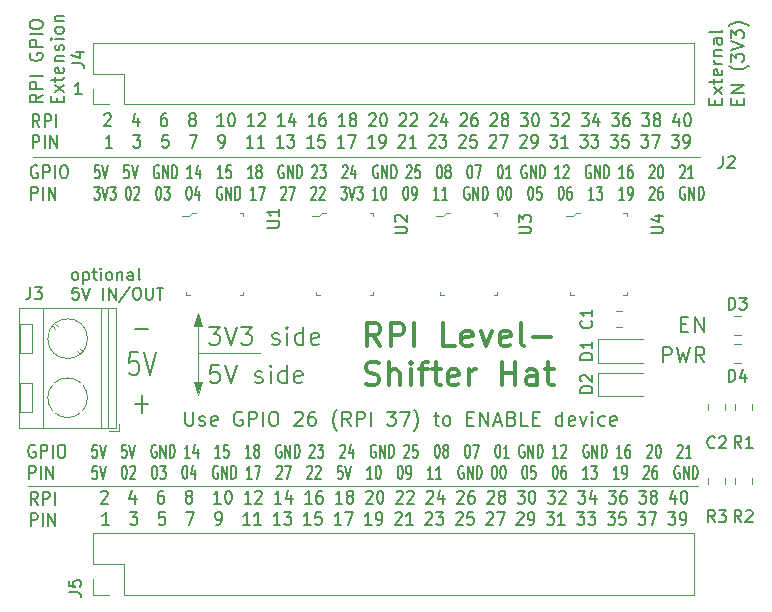
<source format=gbr>
G04 #@! TF.GenerationSoftware,KiCad,Pcbnew,5.1.6*
G04 #@! TF.CreationDate,2020-09-18T18:11:00+02:00*
G04 #@! TF.ProjectId,F010_rpi_logic_level_shifter_hat,46303130-5f72-4706-995f-6c6f6769635f,rev?*
G04 #@! TF.SameCoordinates,PXa52d280PY2b953a0*
G04 #@! TF.FileFunction,Legend,Top*
G04 #@! TF.FilePolarity,Positive*
%FSLAX46Y46*%
G04 Gerber Fmt 4.6, Leading zero omitted, Abs format (unit mm)*
G04 Created by KiCad (PCBNEW 5.1.6) date 2020-09-18 18:11:00*
%MOMM*%
%LPD*%
G01*
G04 APERTURE LIST*
%ADD10C,0.150000*%
%ADD11C,0.100000*%
%ADD12C,0.120000*%
%ADD13C,0.200000*%
%ADD14C,0.300000*%
G04 APERTURE END LIST*
D10*
X-46707143Y-36642857D02*
X-46707143Y-37614285D01*
X-46650000Y-37728571D01*
X-46592858Y-37785714D01*
X-46478572Y-37842857D01*
X-46250000Y-37842857D01*
X-46135715Y-37785714D01*
X-46078572Y-37728571D01*
X-46021429Y-37614285D01*
X-46021429Y-36642857D01*
X-45507143Y-37785714D02*
X-45392858Y-37842857D01*
X-45164286Y-37842857D01*
X-45050000Y-37785714D01*
X-44992858Y-37671428D01*
X-44992858Y-37614285D01*
X-45050000Y-37500000D01*
X-45164286Y-37442857D01*
X-45335715Y-37442857D01*
X-45450000Y-37385714D01*
X-45507143Y-37271428D01*
X-45507143Y-37214285D01*
X-45450000Y-37100000D01*
X-45335715Y-37042857D01*
X-45164286Y-37042857D01*
X-45050000Y-37100000D01*
X-44021429Y-37785714D02*
X-44135715Y-37842857D01*
X-44364286Y-37842857D01*
X-44478572Y-37785714D01*
X-44535715Y-37671428D01*
X-44535715Y-37214285D01*
X-44478572Y-37100000D01*
X-44364286Y-37042857D01*
X-44135715Y-37042857D01*
X-44021429Y-37100000D01*
X-43964286Y-37214285D01*
X-43964286Y-37328571D01*
X-44535715Y-37442857D01*
X-41907143Y-36700000D02*
X-42021429Y-36642857D01*
X-42192858Y-36642857D01*
X-42364286Y-36700000D01*
X-42478572Y-36814285D01*
X-42535715Y-36928571D01*
X-42592858Y-37157142D01*
X-42592858Y-37328571D01*
X-42535715Y-37557142D01*
X-42478572Y-37671428D01*
X-42364286Y-37785714D01*
X-42192858Y-37842857D01*
X-42078572Y-37842857D01*
X-41907143Y-37785714D01*
X-41850000Y-37728571D01*
X-41850000Y-37328571D01*
X-42078572Y-37328571D01*
X-41335715Y-37842857D02*
X-41335715Y-36642857D01*
X-40878572Y-36642857D01*
X-40764286Y-36700000D01*
X-40707143Y-36757142D01*
X-40650000Y-36871428D01*
X-40650000Y-37042857D01*
X-40707143Y-37157142D01*
X-40764286Y-37214285D01*
X-40878572Y-37271428D01*
X-41335715Y-37271428D01*
X-40135715Y-37842857D02*
X-40135715Y-36642857D01*
X-39335715Y-36642857D02*
X-39107143Y-36642857D01*
X-38992858Y-36700000D01*
X-38878572Y-36814285D01*
X-38821429Y-37042857D01*
X-38821429Y-37442857D01*
X-38878572Y-37671428D01*
X-38992858Y-37785714D01*
X-39107143Y-37842857D01*
X-39335715Y-37842857D01*
X-39450000Y-37785714D01*
X-39564286Y-37671428D01*
X-39621429Y-37442857D01*
X-39621429Y-37042857D01*
X-39564286Y-36814285D01*
X-39450000Y-36700000D01*
X-39335715Y-36642857D01*
X-37450000Y-36757142D02*
X-37392858Y-36700000D01*
X-37278572Y-36642857D01*
X-36992858Y-36642857D01*
X-36878572Y-36700000D01*
X-36821429Y-36757142D01*
X-36764286Y-36871428D01*
X-36764286Y-36985714D01*
X-36821429Y-37157142D01*
X-37507143Y-37842857D01*
X-36764286Y-37842857D01*
X-35735715Y-36642857D02*
X-35964286Y-36642857D01*
X-36078572Y-36700000D01*
X-36135715Y-36757142D01*
X-36250000Y-36928571D01*
X-36307143Y-37157142D01*
X-36307143Y-37614285D01*
X-36250000Y-37728571D01*
X-36192858Y-37785714D01*
X-36078572Y-37842857D01*
X-35850000Y-37842857D01*
X-35735715Y-37785714D01*
X-35678572Y-37728571D01*
X-35621429Y-37614285D01*
X-35621429Y-37328571D01*
X-35678572Y-37214285D01*
X-35735715Y-37157142D01*
X-35850000Y-37100000D01*
X-36078572Y-37100000D01*
X-36192858Y-37157142D01*
X-36250000Y-37214285D01*
X-36307143Y-37328571D01*
X-33850000Y-38300000D02*
X-33907143Y-38242857D01*
X-34021429Y-38071428D01*
X-34078572Y-37957142D01*
X-34135715Y-37785714D01*
X-34192858Y-37500000D01*
X-34192858Y-37271428D01*
X-34135715Y-36985714D01*
X-34078572Y-36814285D01*
X-34021429Y-36700000D01*
X-33907143Y-36528571D01*
X-33850000Y-36471428D01*
X-32707143Y-37842857D02*
X-33107143Y-37271428D01*
X-33392858Y-37842857D02*
X-33392858Y-36642857D01*
X-32935715Y-36642857D01*
X-32821429Y-36700000D01*
X-32764286Y-36757142D01*
X-32707143Y-36871428D01*
X-32707143Y-37042857D01*
X-32764286Y-37157142D01*
X-32821429Y-37214285D01*
X-32935715Y-37271428D01*
X-33392858Y-37271428D01*
X-32192858Y-37842857D02*
X-32192858Y-36642857D01*
X-31735715Y-36642857D01*
X-31621429Y-36700000D01*
X-31564286Y-36757142D01*
X-31507143Y-36871428D01*
X-31507143Y-37042857D01*
X-31564286Y-37157142D01*
X-31621429Y-37214285D01*
X-31735715Y-37271428D01*
X-32192858Y-37271428D01*
X-30992858Y-37842857D02*
X-30992858Y-36642857D01*
X-29621429Y-36642857D02*
X-28878572Y-36642857D01*
X-29278572Y-37100000D01*
X-29107143Y-37100000D01*
X-28992858Y-37157142D01*
X-28935715Y-37214285D01*
X-28878572Y-37328571D01*
X-28878572Y-37614285D01*
X-28935715Y-37728571D01*
X-28992858Y-37785714D01*
X-29107143Y-37842857D01*
X-29450000Y-37842857D01*
X-29564286Y-37785714D01*
X-29621429Y-37728571D01*
X-28478572Y-36642857D02*
X-27678572Y-36642857D01*
X-28192858Y-37842857D01*
X-27335715Y-38300000D02*
X-27278572Y-38242857D01*
X-27164286Y-38071428D01*
X-27107143Y-37957142D01*
X-27050000Y-37785714D01*
X-26992858Y-37500000D01*
X-26992858Y-37271428D01*
X-27050000Y-36985714D01*
X-27107143Y-36814285D01*
X-27164286Y-36700000D01*
X-27278572Y-36528571D01*
X-27335715Y-36471428D01*
X-25678572Y-37042857D02*
X-25221429Y-37042857D01*
X-25507143Y-36642857D02*
X-25507143Y-37671428D01*
X-25450000Y-37785714D01*
X-25335715Y-37842857D01*
X-25221429Y-37842857D01*
X-24650000Y-37842857D02*
X-24764286Y-37785714D01*
X-24821429Y-37728571D01*
X-24878572Y-37614285D01*
X-24878572Y-37271428D01*
X-24821429Y-37157142D01*
X-24764286Y-37100000D01*
X-24650000Y-37042857D01*
X-24478572Y-37042857D01*
X-24364286Y-37100000D01*
X-24307143Y-37157142D01*
X-24250000Y-37271428D01*
X-24250000Y-37614285D01*
X-24307143Y-37728571D01*
X-24364286Y-37785714D01*
X-24478572Y-37842857D01*
X-24650000Y-37842857D01*
X-22821429Y-37214285D02*
X-22421429Y-37214285D01*
X-22250000Y-37842857D02*
X-22821429Y-37842857D01*
X-22821429Y-36642857D01*
X-22250000Y-36642857D01*
X-21735715Y-37842857D02*
X-21735715Y-36642857D01*
X-21050000Y-37842857D01*
X-21050000Y-36642857D01*
X-20535715Y-37500000D02*
X-19964286Y-37500000D01*
X-20650000Y-37842857D02*
X-20250000Y-36642857D01*
X-19850000Y-37842857D01*
X-19050000Y-37214285D02*
X-18878572Y-37271428D01*
X-18821429Y-37328571D01*
X-18764286Y-37442857D01*
X-18764286Y-37614285D01*
X-18821429Y-37728571D01*
X-18878572Y-37785714D01*
X-18992858Y-37842857D01*
X-19450000Y-37842857D01*
X-19450000Y-36642857D01*
X-19050000Y-36642857D01*
X-18935715Y-36700000D01*
X-18878572Y-36757142D01*
X-18821429Y-36871428D01*
X-18821429Y-36985714D01*
X-18878572Y-37100000D01*
X-18935715Y-37157142D01*
X-19050000Y-37214285D01*
X-19450000Y-37214285D01*
X-17678572Y-37842857D02*
X-18250000Y-37842857D01*
X-18250000Y-36642857D01*
X-17278572Y-37214285D02*
X-16878572Y-37214285D01*
X-16707143Y-37842857D02*
X-17278572Y-37842857D01*
X-17278572Y-36642857D01*
X-16707143Y-36642857D01*
X-14764286Y-37842857D02*
X-14764286Y-36642857D01*
X-14764286Y-37785714D02*
X-14878572Y-37842857D01*
X-15107143Y-37842857D01*
X-15221429Y-37785714D01*
X-15278572Y-37728571D01*
X-15335715Y-37614285D01*
X-15335715Y-37271428D01*
X-15278572Y-37157142D01*
X-15221429Y-37100000D01*
X-15107143Y-37042857D01*
X-14878572Y-37042857D01*
X-14764286Y-37100000D01*
X-13735715Y-37785714D02*
X-13850000Y-37842857D01*
X-14078572Y-37842857D01*
X-14192858Y-37785714D01*
X-14250000Y-37671428D01*
X-14250000Y-37214285D01*
X-14192858Y-37100000D01*
X-14078572Y-37042857D01*
X-13850000Y-37042857D01*
X-13735715Y-37100000D01*
X-13678572Y-37214285D01*
X-13678572Y-37328571D01*
X-14250000Y-37442857D01*
X-13278572Y-37042857D02*
X-12992858Y-37842857D01*
X-12707143Y-37042857D01*
X-12250000Y-37842857D02*
X-12250000Y-37042857D01*
X-12250000Y-36642857D02*
X-12307143Y-36700000D01*
X-12250000Y-36757142D01*
X-12192858Y-36700000D01*
X-12250000Y-36642857D01*
X-12250000Y-36757142D01*
X-11164286Y-37785714D02*
X-11278572Y-37842857D01*
X-11507143Y-37842857D01*
X-11621429Y-37785714D01*
X-11678572Y-37728571D01*
X-11735715Y-37614285D01*
X-11735715Y-37271428D01*
X-11678572Y-37157142D01*
X-11621429Y-37100000D01*
X-11507143Y-37042857D01*
X-11278572Y-37042857D01*
X-11164286Y-37100000D01*
X-10192858Y-37785714D02*
X-10307143Y-37842857D01*
X-10535715Y-37842857D01*
X-10650000Y-37785714D01*
X-10707143Y-37671428D01*
X-10707143Y-37214285D01*
X-10650000Y-37100000D01*
X-10535715Y-37042857D01*
X-10307143Y-37042857D01*
X-10192858Y-37100000D01*
X-10135715Y-37214285D01*
X-10135715Y-37328571D01*
X-10707143Y-37442857D01*
X-1808572Y-10650595D02*
X-1808572Y-10283928D01*
X-1232381Y-10126785D02*
X-1232381Y-10650595D01*
X-2332381Y-10650595D01*
X-2332381Y-10126785D01*
X-1232381Y-9760119D02*
X-1965715Y-9183928D01*
X-1965715Y-9760119D02*
X-1232381Y-9183928D01*
X-1965715Y-8922023D02*
X-1965715Y-8502976D01*
X-2332381Y-8764880D02*
X-1389524Y-8764880D01*
X-1284762Y-8712500D01*
X-1232381Y-8607738D01*
X-1232381Y-8502976D01*
X-1284762Y-7717261D02*
X-1232381Y-7822023D01*
X-1232381Y-8031547D01*
X-1284762Y-8136309D01*
X-1389524Y-8188690D01*
X-1808572Y-8188690D01*
X-1913334Y-8136309D01*
X-1965715Y-8031547D01*
X-1965715Y-7822023D01*
X-1913334Y-7717261D01*
X-1808572Y-7664880D01*
X-1703810Y-7664880D01*
X-1599048Y-8188690D01*
X-1232381Y-7193452D02*
X-1965715Y-7193452D01*
X-1756191Y-7193452D02*
X-1860953Y-7141071D01*
X-1913334Y-7088690D01*
X-1965715Y-6983928D01*
X-1965715Y-6879166D01*
X-1965715Y-6512500D02*
X-1232381Y-6512500D01*
X-1860953Y-6512500D02*
X-1913334Y-6460119D01*
X-1965715Y-6355357D01*
X-1965715Y-6198214D01*
X-1913334Y-6093452D01*
X-1808572Y-6041071D01*
X-1232381Y-6041071D01*
X-1232381Y-5045833D02*
X-1808572Y-5045833D01*
X-1913334Y-5098214D01*
X-1965715Y-5202976D01*
X-1965715Y-5412500D01*
X-1913334Y-5517261D01*
X-1284762Y-5045833D02*
X-1232381Y-5150595D01*
X-1232381Y-5412500D01*
X-1284762Y-5517261D01*
X-1389524Y-5569642D01*
X-1494286Y-5569642D01*
X-1599048Y-5517261D01*
X-1651429Y-5412500D01*
X-1651429Y-5150595D01*
X-1703810Y-5045833D01*
X-1232381Y-4364880D02*
X-1284762Y-4469642D01*
X-1389524Y-4522023D01*
X-2332381Y-4522023D01*
X-8572Y-10650595D02*
X-8572Y-10283928D01*
X567619Y-10126785D02*
X567619Y-10650595D01*
X-532381Y-10650595D01*
X-532381Y-10126785D01*
X567619Y-9655357D02*
X-532381Y-9655357D01*
X567619Y-9026785D01*
X-532381Y-9026785D01*
X986666Y-7350595D02*
X934285Y-7402976D01*
X777142Y-7507738D01*
X672380Y-7560119D01*
X515238Y-7612500D01*
X253333Y-7664880D01*
X43809Y-7664880D01*
X-218096Y-7612500D01*
X-375239Y-7560119D01*
X-480000Y-7507738D01*
X-637143Y-7402976D01*
X-689524Y-7350595D01*
X-532381Y-7036309D02*
X-532381Y-6355357D01*
X-113334Y-6722023D01*
X-113334Y-6564880D01*
X-60953Y-6460119D01*
X-8572Y-6407738D01*
X96190Y-6355357D01*
X358095Y-6355357D01*
X462857Y-6407738D01*
X515238Y-6460119D01*
X567619Y-6564880D01*
X567619Y-6879166D01*
X515238Y-6983928D01*
X462857Y-7036309D01*
X-532381Y-6041071D02*
X567619Y-5674404D01*
X-532381Y-5307738D01*
X-532381Y-5045833D02*
X-532381Y-4364880D01*
X-113334Y-4731547D01*
X-113334Y-4574404D01*
X-60953Y-4469642D01*
X-8572Y-4417261D01*
X96190Y-4364880D01*
X358095Y-4364880D01*
X462857Y-4417261D01*
X515238Y-4469642D01*
X567619Y-4574404D01*
X567619Y-4888690D01*
X515238Y-4993452D01*
X462857Y-5045833D01*
X986666Y-3998214D02*
X934285Y-3945833D01*
X777142Y-3841071D01*
X672380Y-3788690D01*
X515238Y-3736309D01*
X253333Y-3683928D01*
X43809Y-3683928D01*
X-218096Y-3736309D01*
X-375239Y-3788690D01*
X-480000Y-3841071D01*
X-637143Y-3945833D01*
X-689524Y-3998214D01*
D11*
G36*
X-45640000Y-35200000D02*
G01*
X-45990000Y-34100000D01*
X-45290000Y-34100000D01*
X-45640000Y-35200000D01*
G37*
X-45640000Y-35200000D02*
X-45990000Y-34100000D01*
X-45290000Y-34100000D01*
X-45640000Y-35200000D01*
G36*
X-45290000Y-29400000D02*
G01*
X-45990000Y-29400000D01*
X-45640000Y-28300000D01*
X-45290000Y-29400000D01*
G37*
X-45290000Y-29400000D02*
X-45990000Y-29400000D01*
X-45640000Y-28300000D01*
X-45290000Y-29400000D01*
D12*
X-45640000Y-34950000D02*
X-45640000Y-28450000D01*
X-45590000Y-31700000D02*
X-40390000Y-31700000D01*
D10*
X-59192977Y-44537619D02*
X-59526310Y-44013809D01*
X-59764405Y-44537619D02*
X-59764405Y-43437619D01*
X-59383453Y-43437619D01*
X-59288215Y-43490000D01*
X-59240596Y-43542380D01*
X-59192977Y-43647142D01*
X-59192977Y-43804285D01*
X-59240596Y-43909047D01*
X-59288215Y-43961428D01*
X-59383453Y-44013809D01*
X-59764405Y-44013809D01*
X-58764405Y-44537619D02*
X-58764405Y-43437619D01*
X-58383453Y-43437619D01*
X-58288215Y-43490000D01*
X-58240596Y-43542380D01*
X-58192977Y-43647142D01*
X-58192977Y-43804285D01*
X-58240596Y-43909047D01*
X-58288215Y-43961428D01*
X-58383453Y-44013809D01*
X-58764405Y-44013809D01*
X-57764405Y-44537619D02*
X-57764405Y-43437619D01*
X-59764405Y-46337619D02*
X-59764405Y-45237619D01*
X-59383453Y-45237619D01*
X-59288215Y-45290000D01*
X-59240596Y-45342380D01*
X-59192977Y-45447142D01*
X-59192977Y-45604285D01*
X-59240596Y-45709047D01*
X-59288215Y-45761428D01*
X-59383453Y-45813809D01*
X-59764405Y-45813809D01*
X-58764405Y-46337619D02*
X-58764405Y-45237619D01*
X-58288215Y-46337619D02*
X-58288215Y-45237619D01*
X-57716786Y-46337619D01*
X-57716786Y-45237619D01*
X-59415596Y-39490000D02*
X-59510834Y-39437619D01*
X-59653691Y-39437619D01*
X-59796548Y-39490000D01*
X-59891786Y-39594761D01*
X-59939405Y-39699523D01*
X-59987024Y-39909047D01*
X-59987024Y-40066190D01*
X-59939405Y-40275714D01*
X-59891786Y-40380476D01*
X-59796548Y-40485238D01*
X-59653691Y-40537619D01*
X-59558453Y-40537619D01*
X-59415596Y-40485238D01*
X-59367977Y-40432857D01*
X-59367977Y-40066190D01*
X-59558453Y-40066190D01*
X-58939405Y-40537619D02*
X-58939405Y-39437619D01*
X-58558453Y-39437619D01*
X-58463215Y-39490000D01*
X-58415596Y-39542380D01*
X-58367977Y-39647142D01*
X-58367977Y-39804285D01*
X-58415596Y-39909047D01*
X-58463215Y-39961428D01*
X-58558453Y-40013809D01*
X-58939405Y-40013809D01*
X-57939405Y-40537619D02*
X-57939405Y-39437619D01*
X-57272739Y-39437619D02*
X-57082262Y-39437619D01*
X-56987024Y-39490000D01*
X-56891786Y-39594761D01*
X-56844167Y-39804285D01*
X-56844167Y-40170952D01*
X-56891786Y-40380476D01*
X-56987024Y-40485238D01*
X-57082262Y-40537619D01*
X-57272739Y-40537619D01*
X-57367977Y-40485238D01*
X-57463215Y-40380476D01*
X-57510834Y-40170952D01*
X-57510834Y-39804285D01*
X-57463215Y-39594761D01*
X-57367977Y-39490000D01*
X-57272739Y-39437619D01*
X-59939405Y-42337619D02*
X-59939405Y-41237619D01*
X-59558453Y-41237619D01*
X-59463215Y-41290000D01*
X-59415596Y-41342380D01*
X-59367977Y-41447142D01*
X-59367977Y-41604285D01*
X-59415596Y-41709047D01*
X-59463215Y-41761428D01*
X-59558453Y-41813809D01*
X-59939405Y-41813809D01*
X-58939405Y-42337619D02*
X-58939405Y-41237619D01*
X-58463215Y-42337619D02*
X-58463215Y-41237619D01*
X-57891786Y-42337619D01*
X-57891786Y-41237619D01*
X-54191786Y-39437619D02*
X-54548929Y-39437619D01*
X-54584643Y-39961428D01*
X-54548929Y-39909047D01*
X-54477500Y-39856666D01*
X-54298929Y-39856666D01*
X-54227500Y-39909047D01*
X-54191786Y-39961428D01*
X-54156072Y-40066190D01*
X-54156072Y-40328095D01*
X-54191786Y-40432857D01*
X-54227500Y-40485238D01*
X-54298929Y-40537619D01*
X-54477500Y-40537619D01*
X-54548929Y-40485238D01*
X-54584643Y-40432857D01*
X-53941786Y-39437619D02*
X-53691786Y-40537619D01*
X-53441786Y-39437619D01*
X-51691786Y-39437619D02*
X-52048929Y-39437619D01*
X-52084643Y-39961428D01*
X-52048929Y-39909047D01*
X-51977500Y-39856666D01*
X-51798929Y-39856666D01*
X-51727500Y-39909047D01*
X-51691786Y-39961428D01*
X-51656072Y-40066190D01*
X-51656072Y-40328095D01*
X-51691786Y-40432857D01*
X-51727500Y-40485238D01*
X-51798929Y-40537619D01*
X-51977500Y-40537619D01*
X-52048929Y-40485238D01*
X-52084643Y-40432857D01*
X-51441786Y-39437619D02*
X-51191786Y-40537619D01*
X-50941786Y-39437619D01*
X-49156072Y-39490000D02*
X-49227500Y-39437619D01*
X-49334643Y-39437619D01*
X-49441786Y-39490000D01*
X-49513215Y-39594761D01*
X-49548929Y-39699523D01*
X-49584643Y-39909047D01*
X-49584643Y-40066190D01*
X-49548929Y-40275714D01*
X-49513215Y-40380476D01*
X-49441786Y-40485238D01*
X-49334643Y-40537619D01*
X-49263215Y-40537619D01*
X-49156072Y-40485238D01*
X-49120358Y-40432857D01*
X-49120358Y-40066190D01*
X-49263215Y-40066190D01*
X-48798929Y-40537619D02*
X-48798929Y-39437619D01*
X-48370358Y-40537619D01*
X-48370358Y-39437619D01*
X-48013215Y-40537619D02*
X-48013215Y-39437619D01*
X-47834643Y-39437619D01*
X-47727500Y-39490000D01*
X-47656072Y-39594761D01*
X-47620358Y-39699523D01*
X-47584643Y-39909047D01*
X-47584643Y-40066190D01*
X-47620358Y-40275714D01*
X-47656072Y-40380476D01*
X-47727500Y-40485238D01*
X-47834643Y-40537619D01*
X-48013215Y-40537619D01*
X-46298929Y-40537619D02*
X-46727500Y-40537619D01*
X-46513215Y-40537619D02*
X-46513215Y-39437619D01*
X-46584643Y-39594761D01*
X-46656072Y-39699523D01*
X-46727500Y-39751904D01*
X-45656072Y-39804285D02*
X-45656072Y-40537619D01*
X-45834643Y-39385238D02*
X-46013215Y-40170952D01*
X-45548929Y-40170952D01*
X-43727500Y-40537619D02*
X-44156072Y-40537619D01*
X-43941786Y-40537619D02*
X-43941786Y-39437619D01*
X-44013215Y-39594761D01*
X-44084643Y-39699523D01*
X-44156072Y-39751904D01*
X-43048929Y-39437619D02*
X-43406072Y-39437619D01*
X-43441786Y-39961428D01*
X-43406072Y-39909047D01*
X-43334643Y-39856666D01*
X-43156072Y-39856666D01*
X-43084643Y-39909047D01*
X-43048929Y-39961428D01*
X-43013215Y-40066190D01*
X-43013215Y-40328095D01*
X-43048929Y-40432857D01*
X-43084643Y-40485238D01*
X-43156072Y-40537619D01*
X-43334643Y-40537619D01*
X-43406072Y-40485238D01*
X-43441786Y-40432857D01*
X-41156072Y-40537619D02*
X-41584643Y-40537619D01*
X-41370358Y-40537619D02*
X-41370358Y-39437619D01*
X-41441786Y-39594761D01*
X-41513215Y-39699523D01*
X-41584643Y-39751904D01*
X-40727500Y-39909047D02*
X-40798929Y-39856666D01*
X-40834643Y-39804285D01*
X-40870358Y-39699523D01*
X-40870358Y-39647142D01*
X-40834643Y-39542380D01*
X-40798929Y-39490000D01*
X-40727500Y-39437619D01*
X-40584643Y-39437619D01*
X-40513215Y-39490000D01*
X-40477500Y-39542380D01*
X-40441786Y-39647142D01*
X-40441786Y-39699523D01*
X-40477500Y-39804285D01*
X-40513215Y-39856666D01*
X-40584643Y-39909047D01*
X-40727500Y-39909047D01*
X-40798929Y-39961428D01*
X-40834643Y-40013809D01*
X-40870358Y-40118571D01*
X-40870358Y-40328095D01*
X-40834643Y-40432857D01*
X-40798929Y-40485238D01*
X-40727500Y-40537619D01*
X-40584643Y-40537619D01*
X-40513215Y-40485238D01*
X-40477500Y-40432857D01*
X-40441786Y-40328095D01*
X-40441786Y-40118571D01*
X-40477500Y-40013809D01*
X-40513215Y-39961428D01*
X-40584643Y-39909047D01*
X-38584643Y-39490000D02*
X-38656072Y-39437619D01*
X-38763215Y-39437619D01*
X-38870358Y-39490000D01*
X-38941786Y-39594761D01*
X-38977500Y-39699523D01*
X-39013215Y-39909047D01*
X-39013215Y-40066190D01*
X-38977500Y-40275714D01*
X-38941786Y-40380476D01*
X-38870358Y-40485238D01*
X-38763215Y-40537619D01*
X-38691786Y-40537619D01*
X-38584643Y-40485238D01*
X-38548929Y-40432857D01*
X-38548929Y-40066190D01*
X-38691786Y-40066190D01*
X-38227500Y-40537619D02*
X-38227500Y-39437619D01*
X-37798929Y-40537619D01*
X-37798929Y-39437619D01*
X-37441786Y-40537619D02*
X-37441786Y-39437619D01*
X-37263215Y-39437619D01*
X-37156072Y-39490000D01*
X-37084643Y-39594761D01*
X-37048929Y-39699523D01*
X-37013215Y-39909047D01*
X-37013215Y-40066190D01*
X-37048929Y-40275714D01*
X-37084643Y-40380476D01*
X-37156072Y-40485238D01*
X-37263215Y-40537619D01*
X-37441786Y-40537619D01*
X-36156072Y-39542380D02*
X-36120358Y-39490000D01*
X-36048929Y-39437619D01*
X-35870358Y-39437619D01*
X-35798929Y-39490000D01*
X-35763215Y-39542380D01*
X-35727500Y-39647142D01*
X-35727500Y-39751904D01*
X-35763215Y-39909047D01*
X-36191786Y-40537619D01*
X-35727500Y-40537619D01*
X-35477500Y-39437619D02*
X-35013215Y-39437619D01*
X-35263215Y-39856666D01*
X-35156072Y-39856666D01*
X-35084643Y-39909047D01*
X-35048929Y-39961428D01*
X-35013215Y-40066190D01*
X-35013215Y-40328095D01*
X-35048929Y-40432857D01*
X-35084643Y-40485238D01*
X-35156072Y-40537619D01*
X-35370358Y-40537619D01*
X-35441786Y-40485238D01*
X-35477500Y-40432857D01*
X-33584643Y-39542380D02*
X-33548929Y-39490000D01*
X-33477500Y-39437619D01*
X-33298929Y-39437619D01*
X-33227500Y-39490000D01*
X-33191786Y-39542380D01*
X-33156072Y-39647142D01*
X-33156072Y-39751904D01*
X-33191786Y-39909047D01*
X-33620358Y-40537619D01*
X-33156072Y-40537619D01*
X-32513215Y-39804285D02*
X-32513215Y-40537619D01*
X-32691786Y-39385238D02*
X-32870358Y-40170952D01*
X-32406072Y-40170952D01*
X-30584643Y-39490000D02*
X-30656072Y-39437619D01*
X-30763215Y-39437619D01*
X-30870358Y-39490000D01*
X-30941786Y-39594761D01*
X-30977500Y-39699523D01*
X-31013215Y-39909047D01*
X-31013215Y-40066190D01*
X-30977500Y-40275714D01*
X-30941786Y-40380476D01*
X-30870358Y-40485238D01*
X-30763215Y-40537619D01*
X-30691786Y-40537619D01*
X-30584643Y-40485238D01*
X-30548929Y-40432857D01*
X-30548929Y-40066190D01*
X-30691786Y-40066190D01*
X-30227500Y-40537619D02*
X-30227500Y-39437619D01*
X-29798929Y-40537619D01*
X-29798929Y-39437619D01*
X-29441786Y-40537619D02*
X-29441786Y-39437619D01*
X-29263215Y-39437619D01*
X-29156072Y-39490000D01*
X-29084643Y-39594761D01*
X-29048929Y-39699523D01*
X-29013215Y-39909047D01*
X-29013215Y-40066190D01*
X-29048929Y-40275714D01*
X-29084643Y-40380476D01*
X-29156072Y-40485238D01*
X-29263215Y-40537619D01*
X-29441786Y-40537619D01*
X-28156072Y-39542380D02*
X-28120358Y-39490000D01*
X-28048929Y-39437619D01*
X-27870358Y-39437619D01*
X-27798929Y-39490000D01*
X-27763215Y-39542380D01*
X-27727500Y-39647142D01*
X-27727500Y-39751904D01*
X-27763215Y-39909047D01*
X-28191786Y-40537619D01*
X-27727500Y-40537619D01*
X-27048929Y-39437619D02*
X-27406072Y-39437619D01*
X-27441786Y-39961428D01*
X-27406072Y-39909047D01*
X-27334643Y-39856666D01*
X-27156072Y-39856666D01*
X-27084643Y-39909047D01*
X-27048929Y-39961428D01*
X-27013215Y-40066190D01*
X-27013215Y-40328095D01*
X-27048929Y-40432857D01*
X-27084643Y-40485238D01*
X-27156072Y-40537619D01*
X-27334643Y-40537619D01*
X-27406072Y-40485238D01*
X-27441786Y-40432857D01*
X-25406072Y-39437619D02*
X-25334643Y-39437619D01*
X-25263215Y-39490000D01*
X-25227500Y-39542380D01*
X-25191786Y-39647142D01*
X-25156072Y-39856666D01*
X-25156072Y-40118571D01*
X-25191786Y-40328095D01*
X-25227500Y-40432857D01*
X-25263215Y-40485238D01*
X-25334643Y-40537619D01*
X-25406072Y-40537619D01*
X-25477500Y-40485238D01*
X-25513215Y-40432857D01*
X-25548929Y-40328095D01*
X-25584643Y-40118571D01*
X-25584643Y-39856666D01*
X-25548929Y-39647142D01*
X-25513215Y-39542380D01*
X-25477500Y-39490000D01*
X-25406072Y-39437619D01*
X-24727500Y-39909047D02*
X-24798929Y-39856666D01*
X-24834643Y-39804285D01*
X-24870358Y-39699523D01*
X-24870358Y-39647142D01*
X-24834643Y-39542380D01*
X-24798929Y-39490000D01*
X-24727500Y-39437619D01*
X-24584643Y-39437619D01*
X-24513215Y-39490000D01*
X-24477500Y-39542380D01*
X-24441786Y-39647142D01*
X-24441786Y-39699523D01*
X-24477500Y-39804285D01*
X-24513215Y-39856666D01*
X-24584643Y-39909047D01*
X-24727500Y-39909047D01*
X-24798929Y-39961428D01*
X-24834643Y-40013809D01*
X-24870358Y-40118571D01*
X-24870358Y-40328095D01*
X-24834643Y-40432857D01*
X-24798929Y-40485238D01*
X-24727500Y-40537619D01*
X-24584643Y-40537619D01*
X-24513215Y-40485238D01*
X-24477500Y-40432857D01*
X-24441786Y-40328095D01*
X-24441786Y-40118571D01*
X-24477500Y-40013809D01*
X-24513215Y-39961428D01*
X-24584643Y-39909047D01*
X-22834643Y-39437619D02*
X-22763215Y-39437619D01*
X-22691786Y-39490000D01*
X-22656072Y-39542380D01*
X-22620358Y-39647142D01*
X-22584643Y-39856666D01*
X-22584643Y-40118571D01*
X-22620358Y-40328095D01*
X-22656072Y-40432857D01*
X-22691786Y-40485238D01*
X-22763215Y-40537619D01*
X-22834643Y-40537619D01*
X-22906072Y-40485238D01*
X-22941786Y-40432857D01*
X-22977501Y-40328095D01*
X-23013215Y-40118571D01*
X-23013215Y-39856666D01*
X-22977501Y-39647142D01*
X-22941786Y-39542380D01*
X-22906072Y-39490000D01*
X-22834643Y-39437619D01*
X-22334643Y-39437619D02*
X-21834643Y-39437619D01*
X-22156072Y-40537619D01*
X-20263215Y-39437619D02*
X-20191786Y-39437619D01*
X-20120358Y-39490000D01*
X-20084643Y-39542380D01*
X-20048929Y-39647142D01*
X-20013215Y-39856666D01*
X-20013215Y-40118571D01*
X-20048929Y-40328095D01*
X-20084643Y-40432857D01*
X-20120358Y-40485238D01*
X-20191786Y-40537619D01*
X-20263215Y-40537619D01*
X-20334643Y-40485238D01*
X-20370358Y-40432857D01*
X-20406072Y-40328095D01*
X-20441786Y-40118571D01*
X-20441786Y-39856666D01*
X-20406072Y-39647142D01*
X-20370358Y-39542380D01*
X-20334643Y-39490000D01*
X-20263215Y-39437619D01*
X-19298929Y-40537619D02*
X-19727500Y-40537619D01*
X-19513215Y-40537619D02*
X-19513215Y-39437619D01*
X-19584643Y-39594761D01*
X-19656072Y-39699523D01*
X-19727500Y-39751904D01*
X-18013215Y-39490000D02*
X-18084643Y-39437619D01*
X-18191786Y-39437619D01*
X-18298929Y-39490000D01*
X-18370358Y-39594761D01*
X-18406072Y-39699523D01*
X-18441786Y-39909047D01*
X-18441786Y-40066190D01*
X-18406072Y-40275714D01*
X-18370358Y-40380476D01*
X-18298929Y-40485238D01*
X-18191786Y-40537619D01*
X-18120358Y-40537619D01*
X-18013215Y-40485238D01*
X-17977500Y-40432857D01*
X-17977500Y-40066190D01*
X-18120358Y-40066190D01*
X-17656072Y-40537619D02*
X-17656072Y-39437619D01*
X-17227500Y-40537619D01*
X-17227500Y-39437619D01*
X-16870358Y-40537619D02*
X-16870358Y-39437619D01*
X-16691786Y-39437619D01*
X-16584643Y-39490000D01*
X-16513215Y-39594761D01*
X-16477500Y-39699523D01*
X-16441786Y-39909047D01*
X-16441786Y-40066190D01*
X-16477500Y-40275714D01*
X-16513215Y-40380476D01*
X-16584643Y-40485238D01*
X-16691786Y-40537619D01*
X-16870358Y-40537619D01*
X-15156072Y-40537619D02*
X-15584643Y-40537619D01*
X-15370358Y-40537619D02*
X-15370358Y-39437619D01*
X-15441786Y-39594761D01*
X-15513215Y-39699523D01*
X-15584643Y-39751904D01*
X-14870358Y-39542380D02*
X-14834643Y-39490000D01*
X-14763215Y-39437619D01*
X-14584643Y-39437619D01*
X-14513215Y-39490000D01*
X-14477500Y-39542380D01*
X-14441786Y-39647142D01*
X-14441786Y-39751904D01*
X-14477500Y-39909047D01*
X-14906072Y-40537619D01*
X-14441786Y-40537619D01*
X-12584643Y-39490000D02*
X-12656072Y-39437619D01*
X-12763215Y-39437619D01*
X-12870358Y-39490000D01*
X-12941786Y-39594761D01*
X-12977500Y-39699523D01*
X-13013215Y-39909047D01*
X-13013215Y-40066190D01*
X-12977500Y-40275714D01*
X-12941786Y-40380476D01*
X-12870358Y-40485238D01*
X-12763215Y-40537619D01*
X-12691786Y-40537619D01*
X-12584643Y-40485238D01*
X-12548929Y-40432857D01*
X-12548929Y-40066190D01*
X-12691786Y-40066190D01*
X-12227500Y-40537619D02*
X-12227500Y-39437619D01*
X-11798929Y-40537619D01*
X-11798929Y-39437619D01*
X-11441786Y-40537619D02*
X-11441786Y-39437619D01*
X-11263215Y-39437619D01*
X-11156072Y-39490000D01*
X-11084643Y-39594761D01*
X-11048929Y-39699523D01*
X-11013215Y-39909047D01*
X-11013215Y-40066190D01*
X-11048929Y-40275714D01*
X-11084643Y-40380476D01*
X-11156072Y-40485238D01*
X-11263215Y-40537619D01*
X-11441786Y-40537619D01*
X-9727500Y-40537619D02*
X-10156072Y-40537619D01*
X-9941786Y-40537619D02*
X-9941786Y-39437619D01*
X-10013215Y-39594761D01*
X-10084643Y-39699523D01*
X-10156072Y-39751904D01*
X-9084643Y-39437619D02*
X-9227500Y-39437619D01*
X-9298929Y-39490000D01*
X-9334643Y-39542380D01*
X-9406072Y-39699523D01*
X-9441786Y-39909047D01*
X-9441786Y-40328095D01*
X-9406072Y-40432857D01*
X-9370358Y-40485238D01*
X-9298929Y-40537619D01*
X-9156072Y-40537619D01*
X-9084643Y-40485238D01*
X-9048929Y-40432857D01*
X-9013215Y-40328095D01*
X-9013215Y-40066190D01*
X-9048929Y-39961428D01*
X-9084643Y-39909047D01*
X-9156072Y-39856666D01*
X-9298929Y-39856666D01*
X-9370358Y-39909047D01*
X-9406072Y-39961428D01*
X-9441786Y-40066190D01*
X-7584643Y-39542380D02*
X-7548929Y-39490000D01*
X-7477500Y-39437619D01*
X-7298929Y-39437619D01*
X-7227500Y-39490000D01*
X-7191786Y-39542380D01*
X-7156072Y-39647142D01*
X-7156072Y-39751904D01*
X-7191786Y-39909047D01*
X-7620358Y-40537619D01*
X-7156072Y-40537619D01*
X-6691786Y-39437619D02*
X-6620358Y-39437619D01*
X-6548929Y-39490000D01*
X-6513215Y-39542380D01*
X-6477500Y-39647142D01*
X-6441786Y-39856666D01*
X-6441786Y-40118571D01*
X-6477500Y-40328095D01*
X-6513215Y-40432857D01*
X-6548929Y-40485238D01*
X-6620358Y-40537619D01*
X-6691786Y-40537619D01*
X-6763215Y-40485238D01*
X-6798929Y-40432857D01*
X-6834643Y-40328095D01*
X-6870358Y-40118571D01*
X-6870358Y-39856666D01*
X-6834643Y-39647142D01*
X-6798929Y-39542380D01*
X-6763215Y-39490000D01*
X-6691786Y-39437619D01*
X-5013215Y-39542380D02*
X-4977500Y-39490000D01*
X-4906072Y-39437619D01*
X-4727500Y-39437619D01*
X-4656072Y-39490000D01*
X-4620358Y-39542380D01*
X-4584643Y-39647142D01*
X-4584643Y-39751904D01*
X-4620358Y-39909047D01*
X-5048929Y-40537619D01*
X-4584643Y-40537619D01*
X-3870358Y-40537619D02*
X-4298929Y-40537619D01*
X-4084643Y-40537619D02*
X-4084643Y-39437619D01*
X-4156072Y-39594761D01*
X-4227500Y-39699523D01*
X-4298929Y-39751904D01*
X-54191786Y-41237619D02*
X-54548929Y-41237619D01*
X-54584643Y-41761428D01*
X-54548929Y-41709047D01*
X-54477500Y-41656666D01*
X-54298929Y-41656666D01*
X-54227500Y-41709047D01*
X-54191786Y-41761428D01*
X-54156072Y-41866190D01*
X-54156072Y-42128095D01*
X-54191786Y-42232857D01*
X-54227500Y-42285238D01*
X-54298929Y-42337619D01*
X-54477500Y-42337619D01*
X-54548929Y-42285238D01*
X-54584643Y-42232857D01*
X-53941786Y-41237619D02*
X-53691786Y-42337619D01*
X-53441786Y-41237619D01*
X-51906072Y-41237619D02*
X-51834643Y-41237619D01*
X-51763215Y-41290000D01*
X-51727500Y-41342380D01*
X-51691786Y-41447142D01*
X-51656072Y-41656666D01*
X-51656072Y-41918571D01*
X-51691786Y-42128095D01*
X-51727500Y-42232857D01*
X-51763215Y-42285238D01*
X-51834643Y-42337619D01*
X-51906072Y-42337619D01*
X-51977500Y-42285238D01*
X-52013215Y-42232857D01*
X-52048929Y-42128095D01*
X-52084643Y-41918571D01*
X-52084643Y-41656666D01*
X-52048929Y-41447142D01*
X-52013215Y-41342380D01*
X-51977500Y-41290000D01*
X-51906072Y-41237619D01*
X-51370358Y-41342380D02*
X-51334643Y-41290000D01*
X-51263215Y-41237619D01*
X-51084643Y-41237619D01*
X-51013215Y-41290000D01*
X-50977500Y-41342380D01*
X-50941786Y-41447142D01*
X-50941786Y-41551904D01*
X-50977500Y-41709047D01*
X-51406072Y-42337619D01*
X-50941786Y-42337619D01*
X-49334643Y-41237619D02*
X-49263215Y-41237619D01*
X-49191786Y-41290000D01*
X-49156072Y-41342380D01*
X-49120358Y-41447142D01*
X-49084643Y-41656666D01*
X-49084643Y-41918571D01*
X-49120358Y-42128095D01*
X-49156072Y-42232857D01*
X-49191786Y-42285238D01*
X-49263215Y-42337619D01*
X-49334643Y-42337619D01*
X-49406072Y-42285238D01*
X-49441786Y-42232857D01*
X-49477500Y-42128095D01*
X-49513215Y-41918571D01*
X-49513215Y-41656666D01*
X-49477500Y-41447142D01*
X-49441786Y-41342380D01*
X-49406072Y-41290000D01*
X-49334643Y-41237619D01*
X-48834643Y-41237619D02*
X-48370358Y-41237619D01*
X-48620358Y-41656666D01*
X-48513215Y-41656666D01*
X-48441786Y-41709047D01*
X-48406072Y-41761428D01*
X-48370358Y-41866190D01*
X-48370358Y-42128095D01*
X-48406072Y-42232857D01*
X-48441786Y-42285238D01*
X-48513215Y-42337619D01*
X-48727500Y-42337619D01*
X-48798929Y-42285238D01*
X-48834643Y-42232857D01*
X-46763215Y-41237619D02*
X-46691786Y-41237619D01*
X-46620358Y-41290000D01*
X-46584643Y-41342380D01*
X-46548929Y-41447142D01*
X-46513215Y-41656666D01*
X-46513215Y-41918571D01*
X-46548929Y-42128095D01*
X-46584643Y-42232857D01*
X-46620358Y-42285238D01*
X-46691786Y-42337619D01*
X-46763215Y-42337619D01*
X-46834643Y-42285238D01*
X-46870358Y-42232857D01*
X-46906072Y-42128095D01*
X-46941786Y-41918571D01*
X-46941786Y-41656666D01*
X-46906072Y-41447142D01*
X-46870358Y-41342380D01*
X-46834643Y-41290000D01*
X-46763215Y-41237619D01*
X-45870358Y-41604285D02*
X-45870358Y-42337619D01*
X-46048929Y-41185238D02*
X-46227500Y-41970952D01*
X-45763215Y-41970952D01*
X-43941786Y-41290000D02*
X-44013215Y-41237619D01*
X-44120358Y-41237619D01*
X-44227500Y-41290000D01*
X-44298929Y-41394761D01*
X-44334643Y-41499523D01*
X-44370358Y-41709047D01*
X-44370358Y-41866190D01*
X-44334643Y-42075714D01*
X-44298929Y-42180476D01*
X-44227500Y-42285238D01*
X-44120358Y-42337619D01*
X-44048929Y-42337619D01*
X-43941786Y-42285238D01*
X-43906072Y-42232857D01*
X-43906072Y-41866190D01*
X-44048929Y-41866190D01*
X-43584643Y-42337619D02*
X-43584643Y-41237619D01*
X-43156072Y-42337619D01*
X-43156072Y-41237619D01*
X-42798929Y-42337619D02*
X-42798929Y-41237619D01*
X-42620358Y-41237619D01*
X-42513215Y-41290000D01*
X-42441786Y-41394761D01*
X-42406072Y-41499523D01*
X-42370358Y-41709047D01*
X-42370358Y-41866190D01*
X-42406072Y-42075714D01*
X-42441786Y-42180476D01*
X-42513215Y-42285238D01*
X-42620358Y-42337619D01*
X-42798929Y-42337619D01*
X-41084643Y-42337619D02*
X-41513215Y-42337619D01*
X-41298929Y-42337619D02*
X-41298929Y-41237619D01*
X-41370358Y-41394761D01*
X-41441786Y-41499523D01*
X-41513215Y-41551904D01*
X-40834643Y-41237619D02*
X-40334643Y-41237619D01*
X-40656072Y-42337619D01*
X-38941786Y-41342380D02*
X-38906072Y-41290000D01*
X-38834643Y-41237619D01*
X-38656072Y-41237619D01*
X-38584643Y-41290000D01*
X-38548929Y-41342380D01*
X-38513215Y-41447142D01*
X-38513215Y-41551904D01*
X-38548929Y-41709047D01*
X-38977500Y-42337619D01*
X-38513215Y-42337619D01*
X-38263215Y-41237619D02*
X-37763215Y-41237619D01*
X-38084643Y-42337619D01*
X-36370358Y-41342380D02*
X-36334643Y-41290000D01*
X-36263215Y-41237619D01*
X-36084643Y-41237619D01*
X-36013215Y-41290000D01*
X-35977500Y-41342380D01*
X-35941786Y-41447142D01*
X-35941786Y-41551904D01*
X-35977500Y-41709047D01*
X-36406072Y-42337619D01*
X-35941786Y-42337619D01*
X-35656072Y-41342380D02*
X-35620358Y-41290000D01*
X-35548929Y-41237619D01*
X-35370358Y-41237619D01*
X-35298929Y-41290000D01*
X-35263215Y-41342380D01*
X-35227500Y-41447142D01*
X-35227500Y-41551904D01*
X-35263215Y-41709047D01*
X-35691786Y-42337619D01*
X-35227500Y-42337619D01*
X-33406072Y-41237619D02*
X-33763215Y-41237619D01*
X-33798929Y-41761428D01*
X-33763215Y-41709047D01*
X-33691786Y-41656666D01*
X-33513215Y-41656666D01*
X-33441786Y-41709047D01*
X-33406072Y-41761428D01*
X-33370358Y-41866190D01*
X-33370358Y-42128095D01*
X-33406072Y-42232857D01*
X-33441786Y-42285238D01*
X-33513215Y-42337619D01*
X-33691786Y-42337619D01*
X-33763215Y-42285238D01*
X-33798929Y-42232857D01*
X-33156072Y-41237619D02*
X-32906072Y-42337619D01*
X-32656072Y-41237619D01*
X-30870358Y-42337619D02*
X-31298929Y-42337619D01*
X-31084643Y-42337619D02*
X-31084643Y-41237619D01*
X-31156072Y-41394761D01*
X-31227500Y-41499523D01*
X-31298929Y-41551904D01*
X-30406072Y-41237619D02*
X-30334643Y-41237619D01*
X-30263215Y-41290000D01*
X-30227500Y-41342380D01*
X-30191786Y-41447142D01*
X-30156072Y-41656666D01*
X-30156072Y-41918571D01*
X-30191786Y-42128095D01*
X-30227500Y-42232857D01*
X-30263215Y-42285238D01*
X-30334643Y-42337619D01*
X-30406072Y-42337619D01*
X-30477500Y-42285238D01*
X-30513215Y-42232857D01*
X-30548929Y-42128095D01*
X-30584643Y-41918571D01*
X-30584643Y-41656666D01*
X-30548929Y-41447142D01*
X-30513215Y-41342380D01*
X-30477500Y-41290000D01*
X-30406072Y-41237619D01*
X-28548929Y-41237619D02*
X-28477501Y-41237619D01*
X-28406072Y-41290000D01*
X-28370358Y-41342380D01*
X-28334643Y-41447142D01*
X-28298929Y-41656666D01*
X-28298929Y-41918571D01*
X-28334643Y-42128095D01*
X-28370358Y-42232857D01*
X-28406072Y-42285238D01*
X-28477501Y-42337619D01*
X-28548929Y-42337619D01*
X-28620358Y-42285238D01*
X-28656072Y-42232857D01*
X-28691786Y-42128095D01*
X-28727501Y-41918571D01*
X-28727501Y-41656666D01*
X-28691786Y-41447142D01*
X-28656072Y-41342380D01*
X-28620358Y-41290000D01*
X-28548929Y-41237619D01*
X-27941786Y-42337619D02*
X-27798929Y-42337619D01*
X-27727501Y-42285238D01*
X-27691786Y-42232857D01*
X-27620358Y-42075714D01*
X-27584643Y-41866190D01*
X-27584643Y-41447142D01*
X-27620358Y-41342380D01*
X-27656072Y-41290000D01*
X-27727501Y-41237619D01*
X-27870358Y-41237619D01*
X-27941786Y-41290000D01*
X-27977501Y-41342380D01*
X-28013215Y-41447142D01*
X-28013215Y-41709047D01*
X-27977501Y-41813809D01*
X-27941786Y-41866190D01*
X-27870358Y-41918571D01*
X-27727501Y-41918571D01*
X-27656072Y-41866190D01*
X-27620358Y-41813809D01*
X-27584643Y-41709047D01*
X-25727501Y-42337619D02*
X-26156072Y-42337619D01*
X-25941786Y-42337619D02*
X-25941786Y-41237619D01*
X-26013215Y-41394761D01*
X-26084643Y-41499523D01*
X-26156072Y-41551904D01*
X-25013215Y-42337619D02*
X-25441786Y-42337619D01*
X-25227501Y-42337619D02*
X-25227501Y-41237619D01*
X-25298929Y-41394761D01*
X-25370358Y-41499523D01*
X-25441786Y-41551904D01*
X-23156072Y-41290000D02*
X-23227501Y-41237619D01*
X-23334643Y-41237619D01*
X-23441786Y-41290000D01*
X-23513215Y-41394761D01*
X-23548929Y-41499523D01*
X-23584643Y-41709047D01*
X-23584643Y-41866190D01*
X-23548929Y-42075714D01*
X-23513215Y-42180476D01*
X-23441786Y-42285238D01*
X-23334643Y-42337619D01*
X-23263215Y-42337619D01*
X-23156072Y-42285238D01*
X-23120358Y-42232857D01*
X-23120358Y-41866190D01*
X-23263215Y-41866190D01*
X-22798929Y-42337619D02*
X-22798929Y-41237619D01*
X-22370358Y-42337619D01*
X-22370358Y-41237619D01*
X-22013215Y-42337619D02*
X-22013215Y-41237619D01*
X-21834643Y-41237619D01*
X-21727501Y-41290000D01*
X-21656072Y-41394761D01*
X-21620358Y-41499523D01*
X-21584643Y-41709047D01*
X-21584643Y-41866190D01*
X-21620358Y-42075714D01*
X-21656072Y-42180476D01*
X-21727501Y-42285238D01*
X-21834643Y-42337619D01*
X-22013215Y-42337619D01*
X-20548929Y-41237619D02*
X-20477501Y-41237619D01*
X-20406072Y-41290000D01*
X-20370358Y-41342380D01*
X-20334643Y-41447142D01*
X-20298929Y-41656666D01*
X-20298929Y-41918571D01*
X-20334643Y-42128095D01*
X-20370358Y-42232857D01*
X-20406072Y-42285238D01*
X-20477501Y-42337619D01*
X-20548929Y-42337619D01*
X-20620358Y-42285238D01*
X-20656072Y-42232857D01*
X-20691786Y-42128095D01*
X-20727501Y-41918571D01*
X-20727501Y-41656666D01*
X-20691786Y-41447142D01*
X-20656072Y-41342380D01*
X-20620358Y-41290000D01*
X-20548929Y-41237619D01*
X-19834643Y-41237619D02*
X-19763215Y-41237619D01*
X-19691786Y-41290000D01*
X-19656072Y-41342380D01*
X-19620358Y-41447142D01*
X-19584643Y-41656666D01*
X-19584643Y-41918571D01*
X-19620358Y-42128095D01*
X-19656072Y-42232857D01*
X-19691786Y-42285238D01*
X-19763215Y-42337619D01*
X-19834643Y-42337619D01*
X-19906072Y-42285238D01*
X-19941786Y-42232857D01*
X-19977501Y-42128095D01*
X-20013215Y-41918571D01*
X-20013215Y-41656666D01*
X-19977501Y-41447142D01*
X-19941786Y-41342380D01*
X-19906072Y-41290000D01*
X-19834643Y-41237619D01*
X-17977500Y-41237619D02*
X-17906072Y-41237619D01*
X-17834643Y-41290000D01*
X-17798929Y-41342380D01*
X-17763215Y-41447142D01*
X-17727500Y-41656666D01*
X-17727500Y-41918571D01*
X-17763215Y-42128095D01*
X-17798929Y-42232857D01*
X-17834643Y-42285238D01*
X-17906072Y-42337619D01*
X-17977500Y-42337619D01*
X-18048929Y-42285238D01*
X-18084643Y-42232857D01*
X-18120358Y-42128095D01*
X-18156072Y-41918571D01*
X-18156072Y-41656666D01*
X-18120358Y-41447142D01*
X-18084643Y-41342380D01*
X-18048929Y-41290000D01*
X-17977500Y-41237619D01*
X-17048929Y-41237619D02*
X-17406072Y-41237619D01*
X-17441786Y-41761428D01*
X-17406072Y-41709047D01*
X-17334643Y-41656666D01*
X-17156072Y-41656666D01*
X-17084643Y-41709047D01*
X-17048929Y-41761428D01*
X-17013215Y-41866190D01*
X-17013215Y-42128095D01*
X-17048929Y-42232857D01*
X-17084643Y-42285238D01*
X-17156072Y-42337619D01*
X-17334643Y-42337619D01*
X-17406072Y-42285238D01*
X-17441786Y-42232857D01*
X-15406072Y-41237619D02*
X-15334643Y-41237619D01*
X-15263215Y-41290000D01*
X-15227500Y-41342380D01*
X-15191786Y-41447142D01*
X-15156072Y-41656666D01*
X-15156072Y-41918571D01*
X-15191786Y-42128095D01*
X-15227500Y-42232857D01*
X-15263215Y-42285238D01*
X-15334643Y-42337619D01*
X-15406072Y-42337619D01*
X-15477500Y-42285238D01*
X-15513215Y-42232857D01*
X-15548929Y-42128095D01*
X-15584643Y-41918571D01*
X-15584643Y-41656666D01*
X-15548929Y-41447142D01*
X-15513215Y-41342380D01*
X-15477500Y-41290000D01*
X-15406072Y-41237619D01*
X-14513215Y-41237619D02*
X-14656072Y-41237619D01*
X-14727500Y-41290000D01*
X-14763215Y-41342380D01*
X-14834643Y-41499523D01*
X-14870358Y-41709047D01*
X-14870358Y-42128095D01*
X-14834643Y-42232857D01*
X-14798929Y-42285238D01*
X-14727500Y-42337619D01*
X-14584643Y-42337619D01*
X-14513215Y-42285238D01*
X-14477500Y-42232857D01*
X-14441786Y-42128095D01*
X-14441786Y-41866190D01*
X-14477500Y-41761428D01*
X-14513215Y-41709047D01*
X-14584643Y-41656666D01*
X-14727500Y-41656666D01*
X-14798929Y-41709047D01*
X-14834643Y-41761428D01*
X-14870358Y-41866190D01*
X-12584643Y-42337619D02*
X-13013215Y-42337619D01*
X-12798929Y-42337619D02*
X-12798929Y-41237619D01*
X-12870358Y-41394761D01*
X-12941786Y-41499523D01*
X-13013215Y-41551904D01*
X-12334643Y-41237619D02*
X-11870358Y-41237619D01*
X-12120358Y-41656666D01*
X-12013215Y-41656666D01*
X-11941786Y-41709047D01*
X-11906072Y-41761428D01*
X-11870358Y-41866190D01*
X-11870358Y-42128095D01*
X-11906072Y-42232857D01*
X-11941786Y-42285238D01*
X-12013215Y-42337619D01*
X-12227500Y-42337619D01*
X-12298929Y-42285238D01*
X-12334643Y-42232857D01*
X-10013215Y-42337619D02*
X-10441786Y-42337619D01*
X-10227500Y-42337619D02*
X-10227500Y-41237619D01*
X-10298929Y-41394761D01*
X-10370358Y-41499523D01*
X-10441786Y-41551904D01*
X-9656072Y-42337619D02*
X-9513215Y-42337619D01*
X-9441786Y-42285238D01*
X-9406072Y-42232857D01*
X-9334643Y-42075714D01*
X-9298929Y-41866190D01*
X-9298929Y-41447142D01*
X-9334643Y-41342380D01*
X-9370358Y-41290000D01*
X-9441786Y-41237619D01*
X-9584643Y-41237619D01*
X-9656072Y-41290000D01*
X-9691786Y-41342380D01*
X-9727500Y-41447142D01*
X-9727500Y-41709047D01*
X-9691786Y-41813809D01*
X-9656072Y-41866190D01*
X-9584643Y-41918571D01*
X-9441786Y-41918571D01*
X-9370358Y-41866190D01*
X-9334643Y-41813809D01*
X-9298929Y-41709047D01*
X-7870358Y-41342380D02*
X-7834643Y-41290000D01*
X-7763215Y-41237619D01*
X-7584643Y-41237619D01*
X-7513215Y-41290000D01*
X-7477500Y-41342380D01*
X-7441786Y-41447142D01*
X-7441786Y-41551904D01*
X-7477500Y-41709047D01*
X-7906072Y-42337619D01*
X-7441786Y-42337619D01*
X-6798929Y-41237619D02*
X-6941786Y-41237619D01*
X-7013215Y-41290000D01*
X-7048929Y-41342380D01*
X-7120358Y-41499523D01*
X-7156072Y-41709047D01*
X-7156072Y-42128095D01*
X-7120358Y-42232857D01*
X-7084643Y-42285238D01*
X-7013215Y-42337619D01*
X-6870358Y-42337619D01*
X-6798929Y-42285238D01*
X-6763215Y-42232857D01*
X-6727500Y-42128095D01*
X-6727500Y-41866190D01*
X-6763215Y-41761428D01*
X-6798929Y-41709047D01*
X-6870358Y-41656666D01*
X-7013215Y-41656666D01*
X-7084643Y-41709047D01*
X-7120358Y-41761428D01*
X-7156072Y-41866190D01*
X-4870358Y-41290000D02*
X-4941786Y-41237619D01*
X-5048929Y-41237619D01*
X-5156072Y-41290000D01*
X-5227500Y-41394761D01*
X-5263215Y-41499523D01*
X-5298929Y-41709047D01*
X-5298929Y-41866190D01*
X-5263215Y-42075714D01*
X-5227500Y-42180476D01*
X-5156072Y-42285238D01*
X-5048929Y-42337619D01*
X-4977500Y-42337619D01*
X-4870358Y-42285238D01*
X-4834643Y-42232857D01*
X-4834643Y-41866190D01*
X-4977500Y-41866190D01*
X-4513215Y-42337619D02*
X-4513215Y-41237619D01*
X-4084643Y-42337619D01*
X-4084643Y-41237619D01*
X-3727500Y-42337619D02*
X-3727500Y-41237619D01*
X-3548929Y-41237619D01*
X-3441786Y-41290000D01*
X-3370358Y-41394761D01*
X-3334643Y-41499523D01*
X-3298929Y-41709047D01*
X-3298929Y-41866190D01*
X-3334643Y-42075714D01*
X-3370358Y-42180476D01*
X-3441786Y-42285238D01*
X-3548929Y-42337619D01*
X-3727500Y-42337619D01*
D12*
X-60050000Y-42940000D02*
X-3300000Y-42940000D01*
D10*
X-55464286Y-9777380D02*
X-56035715Y-9777380D01*
X-55750000Y-9777380D02*
X-55750000Y-8777380D01*
X-55845239Y-8920238D01*
X-55940477Y-9015476D01*
X-56035715Y-9063095D01*
D13*
X-4720477Y-29257142D02*
X-4287143Y-29257142D01*
X-4101429Y-29938095D02*
X-4720477Y-29938095D01*
X-4720477Y-28638095D01*
X-4101429Y-28638095D01*
X-3544286Y-29938095D02*
X-3544286Y-28638095D01*
X-2801429Y-29938095D01*
X-2801429Y-28638095D01*
X-6270477Y-32488095D02*
X-6270477Y-31188095D01*
X-5775239Y-31188095D01*
X-5651429Y-31250000D01*
X-5589524Y-31311904D01*
X-5527620Y-31435714D01*
X-5527620Y-31621428D01*
X-5589524Y-31745238D01*
X-5651429Y-31807142D01*
X-5775239Y-31869047D01*
X-6270477Y-31869047D01*
X-5094286Y-31188095D02*
X-4784762Y-32488095D01*
X-4537143Y-31559523D01*
X-4289524Y-32488095D01*
X-3980000Y-31188095D01*
X-2741905Y-32488095D02*
X-3175239Y-31869047D01*
X-3484762Y-32488095D02*
X-3484762Y-31188095D01*
X-2989524Y-31188095D01*
X-2865715Y-31250000D01*
X-2803810Y-31311904D01*
X-2741905Y-31435714D01*
X-2741905Y-31621428D01*
X-2803810Y-31745238D01*
X-2865715Y-31807142D01*
X-2989524Y-31869047D01*
X-3484762Y-31869047D01*
D10*
X-56081548Y-25507380D02*
X-56176786Y-25459761D01*
X-56224405Y-25412142D01*
X-56272024Y-25316904D01*
X-56272024Y-25031190D01*
X-56224405Y-24935952D01*
X-56176786Y-24888333D01*
X-56081548Y-24840714D01*
X-55938691Y-24840714D01*
X-55843453Y-24888333D01*
X-55795834Y-24935952D01*
X-55748215Y-25031190D01*
X-55748215Y-25316904D01*
X-55795834Y-25412142D01*
X-55843453Y-25459761D01*
X-55938691Y-25507380D01*
X-56081548Y-25507380D01*
X-55319643Y-24840714D02*
X-55319643Y-25840714D01*
X-55319643Y-24888333D02*
X-55224405Y-24840714D01*
X-55033929Y-24840714D01*
X-54938691Y-24888333D01*
X-54891072Y-24935952D01*
X-54843453Y-25031190D01*
X-54843453Y-25316904D01*
X-54891072Y-25412142D01*
X-54938691Y-25459761D01*
X-55033929Y-25507380D01*
X-55224405Y-25507380D01*
X-55319643Y-25459761D01*
X-54557739Y-24840714D02*
X-54176786Y-24840714D01*
X-54414881Y-24507380D02*
X-54414881Y-25364523D01*
X-54367262Y-25459761D01*
X-54272024Y-25507380D01*
X-54176786Y-25507380D01*
X-53843453Y-25507380D02*
X-53843453Y-24840714D01*
X-53843453Y-24507380D02*
X-53891072Y-24555000D01*
X-53843453Y-24602619D01*
X-53795834Y-24555000D01*
X-53843453Y-24507380D01*
X-53843453Y-24602619D01*
X-53224405Y-25507380D02*
X-53319643Y-25459761D01*
X-53367262Y-25412142D01*
X-53414881Y-25316904D01*
X-53414881Y-25031190D01*
X-53367262Y-24935952D01*
X-53319643Y-24888333D01*
X-53224405Y-24840714D01*
X-53081548Y-24840714D01*
X-52986310Y-24888333D01*
X-52938691Y-24935952D01*
X-52891072Y-25031190D01*
X-52891072Y-25316904D01*
X-52938691Y-25412142D01*
X-52986310Y-25459761D01*
X-53081548Y-25507380D01*
X-53224405Y-25507380D01*
X-52462500Y-24840714D02*
X-52462500Y-25507380D01*
X-52462500Y-24935952D02*
X-52414881Y-24888333D01*
X-52319643Y-24840714D01*
X-52176786Y-24840714D01*
X-52081548Y-24888333D01*
X-52033929Y-24983571D01*
X-52033929Y-25507380D01*
X-51129167Y-25507380D02*
X-51129167Y-24983571D01*
X-51176786Y-24888333D01*
X-51272024Y-24840714D01*
X-51462500Y-24840714D01*
X-51557739Y-24888333D01*
X-51129167Y-25459761D02*
X-51224405Y-25507380D01*
X-51462500Y-25507380D01*
X-51557739Y-25459761D01*
X-51605358Y-25364523D01*
X-51605358Y-25269285D01*
X-51557739Y-25174047D01*
X-51462500Y-25126428D01*
X-51224405Y-25126428D01*
X-51129167Y-25078809D01*
X-50510120Y-25507380D02*
X-50605358Y-25459761D01*
X-50652977Y-25364523D01*
X-50652977Y-24507380D01*
X-55748215Y-26157380D02*
X-56224405Y-26157380D01*
X-56272024Y-26633571D01*
X-56224405Y-26585952D01*
X-56129167Y-26538333D01*
X-55891072Y-26538333D01*
X-55795834Y-26585952D01*
X-55748215Y-26633571D01*
X-55700596Y-26728809D01*
X-55700596Y-26966904D01*
X-55748215Y-27062142D01*
X-55795834Y-27109761D01*
X-55891072Y-27157380D01*
X-56129167Y-27157380D01*
X-56224405Y-27109761D01*
X-56272024Y-27062142D01*
X-55414881Y-26157380D02*
X-55081548Y-27157380D01*
X-54748215Y-26157380D01*
X-53652977Y-27157380D02*
X-53652977Y-26157380D01*
X-53176786Y-27157380D02*
X-53176786Y-26157380D01*
X-52605358Y-27157380D01*
X-52605358Y-26157380D01*
X-51414881Y-26109761D02*
X-52272024Y-27395476D01*
X-50891072Y-26157380D02*
X-50700596Y-26157380D01*
X-50605358Y-26205000D01*
X-50510120Y-26300238D01*
X-50462500Y-26490714D01*
X-50462500Y-26824047D01*
X-50510120Y-27014523D01*
X-50605358Y-27109761D01*
X-50700596Y-27157380D01*
X-50891072Y-27157380D01*
X-50986310Y-27109761D01*
X-51081548Y-27014523D01*
X-51129167Y-26824047D01*
X-51129167Y-26490714D01*
X-51081548Y-26300238D01*
X-50986310Y-26205000D01*
X-50891072Y-26157380D01*
X-50033929Y-26157380D02*
X-50033929Y-26966904D01*
X-49986310Y-27062142D01*
X-49938691Y-27109761D01*
X-49843453Y-27157380D01*
X-49652977Y-27157380D01*
X-49557739Y-27109761D01*
X-49510120Y-27062142D01*
X-49462500Y-26966904D01*
X-49462500Y-26157380D01*
X-49129167Y-26157380D02*
X-48557739Y-26157380D01*
X-48843453Y-27157380D02*
X-48843453Y-26157380D01*
X-53991786Y-15797619D02*
X-54348929Y-15797619D01*
X-54384643Y-16321428D01*
X-54348929Y-16269047D01*
X-54277500Y-16216666D01*
X-54098929Y-16216666D01*
X-54027500Y-16269047D01*
X-53991786Y-16321428D01*
X-53956072Y-16426190D01*
X-53956072Y-16688095D01*
X-53991786Y-16792857D01*
X-54027500Y-16845238D01*
X-54098929Y-16897619D01*
X-54277500Y-16897619D01*
X-54348929Y-16845238D01*
X-54384643Y-16792857D01*
X-53741786Y-15797619D02*
X-53491786Y-16897619D01*
X-53241786Y-15797619D01*
X-51491786Y-15797619D02*
X-51848929Y-15797619D01*
X-51884643Y-16321428D01*
X-51848929Y-16269047D01*
X-51777500Y-16216666D01*
X-51598929Y-16216666D01*
X-51527500Y-16269047D01*
X-51491786Y-16321428D01*
X-51456072Y-16426190D01*
X-51456072Y-16688095D01*
X-51491786Y-16792857D01*
X-51527500Y-16845238D01*
X-51598929Y-16897619D01*
X-51777500Y-16897619D01*
X-51848929Y-16845238D01*
X-51884643Y-16792857D01*
X-51241786Y-15797619D02*
X-50991786Y-16897619D01*
X-50741786Y-15797619D01*
X-48956072Y-15850000D02*
X-49027500Y-15797619D01*
X-49134643Y-15797619D01*
X-49241786Y-15850000D01*
X-49313215Y-15954761D01*
X-49348929Y-16059523D01*
X-49384643Y-16269047D01*
X-49384643Y-16426190D01*
X-49348929Y-16635714D01*
X-49313215Y-16740476D01*
X-49241786Y-16845238D01*
X-49134643Y-16897619D01*
X-49063215Y-16897619D01*
X-48956072Y-16845238D01*
X-48920358Y-16792857D01*
X-48920358Y-16426190D01*
X-49063215Y-16426190D01*
X-48598929Y-16897619D02*
X-48598929Y-15797619D01*
X-48170358Y-16897619D01*
X-48170358Y-15797619D01*
X-47813215Y-16897619D02*
X-47813215Y-15797619D01*
X-47634643Y-15797619D01*
X-47527500Y-15850000D01*
X-47456072Y-15954761D01*
X-47420358Y-16059523D01*
X-47384643Y-16269047D01*
X-47384643Y-16426190D01*
X-47420358Y-16635714D01*
X-47456072Y-16740476D01*
X-47527500Y-16845238D01*
X-47634643Y-16897619D01*
X-47813215Y-16897619D01*
X-46098929Y-16897619D02*
X-46527500Y-16897619D01*
X-46313215Y-16897619D02*
X-46313215Y-15797619D01*
X-46384643Y-15954761D01*
X-46456072Y-16059523D01*
X-46527500Y-16111904D01*
X-45456072Y-16164285D02*
X-45456072Y-16897619D01*
X-45634643Y-15745238D02*
X-45813215Y-16530952D01*
X-45348929Y-16530952D01*
X-43527500Y-16897619D02*
X-43956072Y-16897619D01*
X-43741786Y-16897619D02*
X-43741786Y-15797619D01*
X-43813215Y-15954761D01*
X-43884643Y-16059523D01*
X-43956072Y-16111904D01*
X-42848929Y-15797619D02*
X-43206072Y-15797619D01*
X-43241786Y-16321428D01*
X-43206072Y-16269047D01*
X-43134643Y-16216666D01*
X-42956072Y-16216666D01*
X-42884643Y-16269047D01*
X-42848929Y-16321428D01*
X-42813215Y-16426190D01*
X-42813215Y-16688095D01*
X-42848929Y-16792857D01*
X-42884643Y-16845238D01*
X-42956072Y-16897619D01*
X-43134643Y-16897619D01*
X-43206072Y-16845238D01*
X-43241786Y-16792857D01*
X-40956072Y-16897619D02*
X-41384643Y-16897619D01*
X-41170358Y-16897619D02*
X-41170358Y-15797619D01*
X-41241786Y-15954761D01*
X-41313215Y-16059523D01*
X-41384643Y-16111904D01*
X-40527500Y-16269047D02*
X-40598929Y-16216666D01*
X-40634643Y-16164285D01*
X-40670358Y-16059523D01*
X-40670358Y-16007142D01*
X-40634643Y-15902380D01*
X-40598929Y-15850000D01*
X-40527500Y-15797619D01*
X-40384643Y-15797619D01*
X-40313215Y-15850000D01*
X-40277500Y-15902380D01*
X-40241786Y-16007142D01*
X-40241786Y-16059523D01*
X-40277500Y-16164285D01*
X-40313215Y-16216666D01*
X-40384643Y-16269047D01*
X-40527500Y-16269047D01*
X-40598929Y-16321428D01*
X-40634643Y-16373809D01*
X-40670358Y-16478571D01*
X-40670358Y-16688095D01*
X-40634643Y-16792857D01*
X-40598929Y-16845238D01*
X-40527500Y-16897619D01*
X-40384643Y-16897619D01*
X-40313215Y-16845238D01*
X-40277500Y-16792857D01*
X-40241786Y-16688095D01*
X-40241786Y-16478571D01*
X-40277500Y-16373809D01*
X-40313215Y-16321428D01*
X-40384643Y-16269047D01*
X-38384643Y-15850000D02*
X-38456072Y-15797619D01*
X-38563215Y-15797619D01*
X-38670358Y-15850000D01*
X-38741786Y-15954761D01*
X-38777500Y-16059523D01*
X-38813215Y-16269047D01*
X-38813215Y-16426190D01*
X-38777500Y-16635714D01*
X-38741786Y-16740476D01*
X-38670358Y-16845238D01*
X-38563215Y-16897619D01*
X-38491786Y-16897619D01*
X-38384643Y-16845238D01*
X-38348929Y-16792857D01*
X-38348929Y-16426190D01*
X-38491786Y-16426190D01*
X-38027500Y-16897619D02*
X-38027500Y-15797619D01*
X-37598929Y-16897619D01*
X-37598929Y-15797619D01*
X-37241786Y-16897619D02*
X-37241786Y-15797619D01*
X-37063215Y-15797619D01*
X-36956072Y-15850000D01*
X-36884643Y-15954761D01*
X-36848929Y-16059523D01*
X-36813215Y-16269047D01*
X-36813215Y-16426190D01*
X-36848929Y-16635714D01*
X-36884643Y-16740476D01*
X-36956072Y-16845238D01*
X-37063215Y-16897619D01*
X-37241786Y-16897619D01*
X-35956072Y-15902380D02*
X-35920358Y-15850000D01*
X-35848929Y-15797619D01*
X-35670358Y-15797619D01*
X-35598929Y-15850000D01*
X-35563215Y-15902380D01*
X-35527500Y-16007142D01*
X-35527500Y-16111904D01*
X-35563215Y-16269047D01*
X-35991786Y-16897619D01*
X-35527500Y-16897619D01*
X-35277500Y-15797619D02*
X-34813215Y-15797619D01*
X-35063215Y-16216666D01*
X-34956072Y-16216666D01*
X-34884643Y-16269047D01*
X-34848929Y-16321428D01*
X-34813215Y-16426190D01*
X-34813215Y-16688095D01*
X-34848929Y-16792857D01*
X-34884643Y-16845238D01*
X-34956072Y-16897619D01*
X-35170358Y-16897619D01*
X-35241786Y-16845238D01*
X-35277500Y-16792857D01*
X-33384643Y-15902380D02*
X-33348929Y-15850000D01*
X-33277500Y-15797619D01*
X-33098929Y-15797619D01*
X-33027500Y-15850000D01*
X-32991786Y-15902380D01*
X-32956072Y-16007142D01*
X-32956072Y-16111904D01*
X-32991786Y-16269047D01*
X-33420358Y-16897619D01*
X-32956072Y-16897619D01*
X-32313215Y-16164285D02*
X-32313215Y-16897619D01*
X-32491786Y-15745238D02*
X-32670358Y-16530952D01*
X-32206072Y-16530952D01*
X-30384643Y-15850000D02*
X-30456072Y-15797619D01*
X-30563215Y-15797619D01*
X-30670358Y-15850000D01*
X-30741786Y-15954761D01*
X-30777500Y-16059523D01*
X-30813215Y-16269047D01*
X-30813215Y-16426190D01*
X-30777500Y-16635714D01*
X-30741786Y-16740476D01*
X-30670358Y-16845238D01*
X-30563215Y-16897619D01*
X-30491786Y-16897619D01*
X-30384643Y-16845238D01*
X-30348929Y-16792857D01*
X-30348929Y-16426190D01*
X-30491786Y-16426190D01*
X-30027500Y-16897619D02*
X-30027500Y-15797619D01*
X-29598929Y-16897619D01*
X-29598929Y-15797619D01*
X-29241786Y-16897619D02*
X-29241786Y-15797619D01*
X-29063215Y-15797619D01*
X-28956072Y-15850000D01*
X-28884643Y-15954761D01*
X-28848929Y-16059523D01*
X-28813215Y-16269047D01*
X-28813215Y-16426190D01*
X-28848929Y-16635714D01*
X-28884643Y-16740476D01*
X-28956072Y-16845238D01*
X-29063215Y-16897619D01*
X-29241786Y-16897619D01*
X-27956072Y-15902380D02*
X-27920358Y-15850000D01*
X-27848929Y-15797619D01*
X-27670358Y-15797619D01*
X-27598929Y-15850000D01*
X-27563215Y-15902380D01*
X-27527500Y-16007142D01*
X-27527500Y-16111904D01*
X-27563215Y-16269047D01*
X-27991786Y-16897619D01*
X-27527500Y-16897619D01*
X-26848929Y-15797619D02*
X-27206072Y-15797619D01*
X-27241786Y-16321428D01*
X-27206072Y-16269047D01*
X-27134643Y-16216666D01*
X-26956072Y-16216666D01*
X-26884643Y-16269047D01*
X-26848929Y-16321428D01*
X-26813215Y-16426190D01*
X-26813215Y-16688095D01*
X-26848929Y-16792857D01*
X-26884643Y-16845238D01*
X-26956072Y-16897619D01*
X-27134643Y-16897619D01*
X-27206072Y-16845238D01*
X-27241786Y-16792857D01*
X-25206072Y-15797619D02*
X-25134643Y-15797619D01*
X-25063215Y-15850000D01*
X-25027500Y-15902380D01*
X-24991786Y-16007142D01*
X-24956072Y-16216666D01*
X-24956072Y-16478571D01*
X-24991786Y-16688095D01*
X-25027500Y-16792857D01*
X-25063215Y-16845238D01*
X-25134643Y-16897619D01*
X-25206072Y-16897619D01*
X-25277500Y-16845238D01*
X-25313215Y-16792857D01*
X-25348929Y-16688095D01*
X-25384643Y-16478571D01*
X-25384643Y-16216666D01*
X-25348929Y-16007142D01*
X-25313215Y-15902380D01*
X-25277500Y-15850000D01*
X-25206072Y-15797619D01*
X-24527500Y-16269047D02*
X-24598929Y-16216666D01*
X-24634643Y-16164285D01*
X-24670358Y-16059523D01*
X-24670358Y-16007142D01*
X-24634643Y-15902380D01*
X-24598929Y-15850000D01*
X-24527500Y-15797619D01*
X-24384643Y-15797619D01*
X-24313215Y-15850000D01*
X-24277500Y-15902380D01*
X-24241786Y-16007142D01*
X-24241786Y-16059523D01*
X-24277500Y-16164285D01*
X-24313215Y-16216666D01*
X-24384643Y-16269047D01*
X-24527500Y-16269047D01*
X-24598929Y-16321428D01*
X-24634643Y-16373809D01*
X-24670358Y-16478571D01*
X-24670358Y-16688095D01*
X-24634643Y-16792857D01*
X-24598929Y-16845238D01*
X-24527500Y-16897619D01*
X-24384643Y-16897619D01*
X-24313215Y-16845238D01*
X-24277500Y-16792857D01*
X-24241786Y-16688095D01*
X-24241786Y-16478571D01*
X-24277500Y-16373809D01*
X-24313215Y-16321428D01*
X-24384643Y-16269047D01*
X-22634643Y-15797619D02*
X-22563215Y-15797619D01*
X-22491786Y-15850000D01*
X-22456072Y-15902380D01*
X-22420358Y-16007142D01*
X-22384643Y-16216666D01*
X-22384643Y-16478571D01*
X-22420358Y-16688095D01*
X-22456072Y-16792857D01*
X-22491786Y-16845238D01*
X-22563215Y-16897619D01*
X-22634643Y-16897619D01*
X-22706072Y-16845238D01*
X-22741786Y-16792857D01*
X-22777501Y-16688095D01*
X-22813215Y-16478571D01*
X-22813215Y-16216666D01*
X-22777501Y-16007142D01*
X-22741786Y-15902380D01*
X-22706072Y-15850000D01*
X-22634643Y-15797619D01*
X-22134643Y-15797619D02*
X-21634643Y-15797619D01*
X-21956072Y-16897619D01*
X-20063215Y-15797619D02*
X-19991786Y-15797619D01*
X-19920358Y-15850000D01*
X-19884643Y-15902380D01*
X-19848929Y-16007142D01*
X-19813215Y-16216666D01*
X-19813215Y-16478571D01*
X-19848929Y-16688095D01*
X-19884643Y-16792857D01*
X-19920358Y-16845238D01*
X-19991786Y-16897619D01*
X-20063215Y-16897619D01*
X-20134643Y-16845238D01*
X-20170358Y-16792857D01*
X-20206072Y-16688095D01*
X-20241786Y-16478571D01*
X-20241786Y-16216666D01*
X-20206072Y-16007142D01*
X-20170358Y-15902380D01*
X-20134643Y-15850000D01*
X-20063215Y-15797619D01*
X-19098929Y-16897619D02*
X-19527500Y-16897619D01*
X-19313215Y-16897619D02*
X-19313215Y-15797619D01*
X-19384643Y-15954761D01*
X-19456072Y-16059523D01*
X-19527500Y-16111904D01*
X-17813215Y-15850000D02*
X-17884643Y-15797619D01*
X-17991786Y-15797619D01*
X-18098929Y-15850000D01*
X-18170358Y-15954761D01*
X-18206072Y-16059523D01*
X-18241786Y-16269047D01*
X-18241786Y-16426190D01*
X-18206072Y-16635714D01*
X-18170358Y-16740476D01*
X-18098929Y-16845238D01*
X-17991786Y-16897619D01*
X-17920358Y-16897619D01*
X-17813215Y-16845238D01*
X-17777500Y-16792857D01*
X-17777500Y-16426190D01*
X-17920358Y-16426190D01*
X-17456072Y-16897619D02*
X-17456072Y-15797619D01*
X-17027500Y-16897619D01*
X-17027500Y-15797619D01*
X-16670358Y-16897619D02*
X-16670358Y-15797619D01*
X-16491786Y-15797619D01*
X-16384643Y-15850000D01*
X-16313215Y-15954761D01*
X-16277500Y-16059523D01*
X-16241786Y-16269047D01*
X-16241786Y-16426190D01*
X-16277500Y-16635714D01*
X-16313215Y-16740476D01*
X-16384643Y-16845238D01*
X-16491786Y-16897619D01*
X-16670358Y-16897619D01*
X-14956072Y-16897619D02*
X-15384643Y-16897619D01*
X-15170358Y-16897619D02*
X-15170358Y-15797619D01*
X-15241786Y-15954761D01*
X-15313215Y-16059523D01*
X-15384643Y-16111904D01*
X-14670358Y-15902380D02*
X-14634643Y-15850000D01*
X-14563215Y-15797619D01*
X-14384643Y-15797619D01*
X-14313215Y-15850000D01*
X-14277500Y-15902380D01*
X-14241786Y-16007142D01*
X-14241786Y-16111904D01*
X-14277500Y-16269047D01*
X-14706072Y-16897619D01*
X-14241786Y-16897619D01*
X-12384643Y-15850000D02*
X-12456072Y-15797619D01*
X-12563215Y-15797619D01*
X-12670358Y-15850000D01*
X-12741786Y-15954761D01*
X-12777500Y-16059523D01*
X-12813215Y-16269047D01*
X-12813215Y-16426190D01*
X-12777500Y-16635714D01*
X-12741786Y-16740476D01*
X-12670358Y-16845238D01*
X-12563215Y-16897619D01*
X-12491786Y-16897619D01*
X-12384643Y-16845238D01*
X-12348929Y-16792857D01*
X-12348929Y-16426190D01*
X-12491786Y-16426190D01*
X-12027500Y-16897619D02*
X-12027500Y-15797619D01*
X-11598929Y-16897619D01*
X-11598929Y-15797619D01*
X-11241786Y-16897619D02*
X-11241786Y-15797619D01*
X-11063215Y-15797619D01*
X-10956072Y-15850000D01*
X-10884643Y-15954761D01*
X-10848929Y-16059523D01*
X-10813215Y-16269047D01*
X-10813215Y-16426190D01*
X-10848929Y-16635714D01*
X-10884643Y-16740476D01*
X-10956072Y-16845238D01*
X-11063215Y-16897619D01*
X-11241786Y-16897619D01*
X-9527500Y-16897619D02*
X-9956072Y-16897619D01*
X-9741786Y-16897619D02*
X-9741786Y-15797619D01*
X-9813215Y-15954761D01*
X-9884643Y-16059523D01*
X-9956072Y-16111904D01*
X-8884643Y-15797619D02*
X-9027500Y-15797619D01*
X-9098929Y-15850000D01*
X-9134643Y-15902380D01*
X-9206072Y-16059523D01*
X-9241786Y-16269047D01*
X-9241786Y-16688095D01*
X-9206072Y-16792857D01*
X-9170358Y-16845238D01*
X-9098929Y-16897619D01*
X-8956072Y-16897619D01*
X-8884643Y-16845238D01*
X-8848929Y-16792857D01*
X-8813215Y-16688095D01*
X-8813215Y-16426190D01*
X-8848929Y-16321428D01*
X-8884643Y-16269047D01*
X-8956072Y-16216666D01*
X-9098929Y-16216666D01*
X-9170358Y-16269047D01*
X-9206072Y-16321428D01*
X-9241786Y-16426190D01*
X-7384643Y-15902380D02*
X-7348929Y-15850000D01*
X-7277500Y-15797619D01*
X-7098929Y-15797619D01*
X-7027500Y-15850000D01*
X-6991786Y-15902380D01*
X-6956072Y-16007142D01*
X-6956072Y-16111904D01*
X-6991786Y-16269047D01*
X-7420358Y-16897619D01*
X-6956072Y-16897619D01*
X-6491786Y-15797619D02*
X-6420358Y-15797619D01*
X-6348929Y-15850000D01*
X-6313215Y-15902380D01*
X-6277500Y-16007142D01*
X-6241786Y-16216666D01*
X-6241786Y-16478571D01*
X-6277500Y-16688095D01*
X-6313215Y-16792857D01*
X-6348929Y-16845238D01*
X-6420358Y-16897619D01*
X-6491786Y-16897619D01*
X-6563215Y-16845238D01*
X-6598929Y-16792857D01*
X-6634643Y-16688095D01*
X-6670358Y-16478571D01*
X-6670358Y-16216666D01*
X-6634643Y-16007142D01*
X-6598929Y-15902380D01*
X-6563215Y-15850000D01*
X-6491786Y-15797619D01*
X-4813215Y-15902380D02*
X-4777500Y-15850000D01*
X-4706072Y-15797619D01*
X-4527500Y-15797619D01*
X-4456072Y-15850000D01*
X-4420358Y-15902380D01*
X-4384643Y-16007142D01*
X-4384643Y-16111904D01*
X-4420358Y-16269047D01*
X-4848929Y-16897619D01*
X-4384643Y-16897619D01*
X-3670358Y-16897619D02*
X-4098929Y-16897619D01*
X-3884643Y-16897619D02*
X-3884643Y-15797619D01*
X-3956072Y-15954761D01*
X-4027500Y-16059523D01*
X-4098929Y-16111904D01*
X-54420358Y-17597619D02*
X-53956072Y-17597619D01*
X-54206072Y-18016666D01*
X-54098929Y-18016666D01*
X-54027500Y-18069047D01*
X-53991786Y-18121428D01*
X-53956072Y-18226190D01*
X-53956072Y-18488095D01*
X-53991786Y-18592857D01*
X-54027500Y-18645238D01*
X-54098929Y-18697619D01*
X-54313215Y-18697619D01*
X-54384643Y-18645238D01*
X-54420358Y-18592857D01*
X-53741786Y-17597619D02*
X-53491786Y-18697619D01*
X-53241786Y-17597619D01*
X-53063215Y-17597619D02*
X-52598929Y-17597619D01*
X-52848929Y-18016666D01*
X-52741786Y-18016666D01*
X-52670358Y-18069047D01*
X-52634643Y-18121428D01*
X-52598929Y-18226190D01*
X-52598929Y-18488095D01*
X-52634643Y-18592857D01*
X-52670358Y-18645238D01*
X-52741786Y-18697619D01*
X-52956072Y-18697619D01*
X-53027500Y-18645238D01*
X-53063215Y-18592857D01*
X-51563215Y-17597619D02*
X-51491786Y-17597619D01*
X-51420358Y-17650000D01*
X-51384643Y-17702380D01*
X-51348929Y-17807142D01*
X-51313215Y-18016666D01*
X-51313215Y-18278571D01*
X-51348929Y-18488095D01*
X-51384643Y-18592857D01*
X-51420358Y-18645238D01*
X-51491786Y-18697619D01*
X-51563215Y-18697619D01*
X-51634643Y-18645238D01*
X-51670358Y-18592857D01*
X-51706072Y-18488095D01*
X-51741786Y-18278571D01*
X-51741786Y-18016666D01*
X-51706072Y-17807142D01*
X-51670358Y-17702380D01*
X-51634643Y-17650000D01*
X-51563215Y-17597619D01*
X-51027500Y-17702380D02*
X-50991786Y-17650000D01*
X-50920358Y-17597619D01*
X-50741786Y-17597619D01*
X-50670358Y-17650000D01*
X-50634643Y-17702380D01*
X-50598929Y-17807142D01*
X-50598929Y-17911904D01*
X-50634643Y-18069047D01*
X-51063215Y-18697619D01*
X-50598929Y-18697619D01*
X-48991786Y-17597619D02*
X-48920358Y-17597619D01*
X-48848929Y-17650000D01*
X-48813215Y-17702380D01*
X-48777500Y-17807142D01*
X-48741786Y-18016666D01*
X-48741786Y-18278571D01*
X-48777500Y-18488095D01*
X-48813215Y-18592857D01*
X-48848929Y-18645238D01*
X-48920358Y-18697619D01*
X-48991786Y-18697619D01*
X-49063215Y-18645238D01*
X-49098929Y-18592857D01*
X-49134643Y-18488095D01*
X-49170358Y-18278571D01*
X-49170358Y-18016666D01*
X-49134643Y-17807142D01*
X-49098929Y-17702380D01*
X-49063215Y-17650000D01*
X-48991786Y-17597619D01*
X-48491786Y-17597619D02*
X-48027500Y-17597619D01*
X-48277500Y-18016666D01*
X-48170358Y-18016666D01*
X-48098929Y-18069047D01*
X-48063215Y-18121428D01*
X-48027500Y-18226190D01*
X-48027500Y-18488095D01*
X-48063215Y-18592857D01*
X-48098929Y-18645238D01*
X-48170358Y-18697619D01*
X-48384643Y-18697619D01*
X-48456072Y-18645238D01*
X-48491786Y-18592857D01*
X-46420358Y-17597619D02*
X-46348929Y-17597619D01*
X-46277500Y-17650000D01*
X-46241786Y-17702380D01*
X-46206072Y-17807142D01*
X-46170358Y-18016666D01*
X-46170358Y-18278571D01*
X-46206072Y-18488095D01*
X-46241786Y-18592857D01*
X-46277500Y-18645238D01*
X-46348929Y-18697619D01*
X-46420358Y-18697619D01*
X-46491786Y-18645238D01*
X-46527500Y-18592857D01*
X-46563215Y-18488095D01*
X-46598929Y-18278571D01*
X-46598929Y-18016666D01*
X-46563215Y-17807142D01*
X-46527500Y-17702380D01*
X-46491786Y-17650000D01*
X-46420358Y-17597619D01*
X-45527500Y-17964285D02*
X-45527500Y-18697619D01*
X-45706072Y-17545238D02*
X-45884643Y-18330952D01*
X-45420358Y-18330952D01*
X-43598929Y-17650000D02*
X-43670358Y-17597619D01*
X-43777500Y-17597619D01*
X-43884643Y-17650000D01*
X-43956072Y-17754761D01*
X-43991786Y-17859523D01*
X-44027500Y-18069047D01*
X-44027500Y-18226190D01*
X-43991786Y-18435714D01*
X-43956072Y-18540476D01*
X-43884643Y-18645238D01*
X-43777500Y-18697619D01*
X-43706072Y-18697619D01*
X-43598929Y-18645238D01*
X-43563215Y-18592857D01*
X-43563215Y-18226190D01*
X-43706072Y-18226190D01*
X-43241786Y-18697619D02*
X-43241786Y-17597619D01*
X-42813215Y-18697619D01*
X-42813215Y-17597619D01*
X-42456072Y-18697619D02*
X-42456072Y-17597619D01*
X-42277500Y-17597619D01*
X-42170358Y-17650000D01*
X-42098929Y-17754761D01*
X-42063215Y-17859523D01*
X-42027500Y-18069047D01*
X-42027500Y-18226190D01*
X-42063215Y-18435714D01*
X-42098929Y-18540476D01*
X-42170358Y-18645238D01*
X-42277500Y-18697619D01*
X-42456072Y-18697619D01*
X-40741786Y-18697619D02*
X-41170358Y-18697619D01*
X-40956072Y-18697619D02*
X-40956072Y-17597619D01*
X-41027500Y-17754761D01*
X-41098929Y-17859523D01*
X-41170358Y-17911904D01*
X-40491786Y-17597619D02*
X-39991786Y-17597619D01*
X-40313215Y-18697619D01*
X-38598929Y-17702380D02*
X-38563215Y-17650000D01*
X-38491786Y-17597619D01*
X-38313215Y-17597619D01*
X-38241786Y-17650000D01*
X-38206072Y-17702380D01*
X-38170358Y-17807142D01*
X-38170358Y-17911904D01*
X-38206072Y-18069047D01*
X-38634643Y-18697619D01*
X-38170358Y-18697619D01*
X-37920358Y-17597619D02*
X-37420358Y-17597619D01*
X-37741786Y-18697619D01*
X-36027500Y-17702380D02*
X-35991786Y-17650000D01*
X-35920358Y-17597619D01*
X-35741786Y-17597619D01*
X-35670358Y-17650000D01*
X-35634643Y-17702380D01*
X-35598929Y-17807142D01*
X-35598929Y-17911904D01*
X-35634643Y-18069047D01*
X-36063215Y-18697619D01*
X-35598929Y-18697619D01*
X-35313215Y-17702380D02*
X-35277500Y-17650000D01*
X-35206072Y-17597619D01*
X-35027500Y-17597619D01*
X-34956072Y-17650000D01*
X-34920358Y-17702380D01*
X-34884643Y-17807142D01*
X-34884643Y-17911904D01*
X-34920358Y-18069047D01*
X-35348929Y-18697619D01*
X-34884643Y-18697619D01*
X-33491786Y-17597619D02*
X-33027500Y-17597619D01*
X-33277500Y-18016666D01*
X-33170358Y-18016666D01*
X-33098929Y-18069047D01*
X-33063215Y-18121428D01*
X-33027500Y-18226190D01*
X-33027500Y-18488095D01*
X-33063215Y-18592857D01*
X-33098929Y-18645238D01*
X-33170358Y-18697619D01*
X-33384643Y-18697619D01*
X-33456072Y-18645238D01*
X-33491786Y-18592857D01*
X-32813215Y-17597619D02*
X-32563215Y-18697619D01*
X-32313215Y-17597619D01*
X-32134643Y-17597619D02*
X-31670358Y-17597619D01*
X-31920358Y-18016666D01*
X-31813215Y-18016666D01*
X-31741786Y-18069047D01*
X-31706072Y-18121428D01*
X-31670358Y-18226190D01*
X-31670358Y-18488095D01*
X-31706072Y-18592857D01*
X-31741786Y-18645238D01*
X-31813215Y-18697619D01*
X-32027500Y-18697619D01*
X-32098929Y-18645238D01*
X-32134643Y-18592857D01*
X-30384643Y-18697619D02*
X-30813215Y-18697619D01*
X-30598929Y-18697619D02*
X-30598929Y-17597619D01*
X-30670358Y-17754761D01*
X-30741786Y-17859523D01*
X-30813215Y-17911904D01*
X-29920358Y-17597619D02*
X-29848929Y-17597619D01*
X-29777501Y-17650000D01*
X-29741786Y-17702380D01*
X-29706072Y-17807142D01*
X-29670358Y-18016666D01*
X-29670358Y-18278571D01*
X-29706072Y-18488095D01*
X-29741786Y-18592857D01*
X-29777501Y-18645238D01*
X-29848929Y-18697619D01*
X-29920358Y-18697619D01*
X-29991786Y-18645238D01*
X-30027501Y-18592857D01*
X-30063215Y-18488095D01*
X-30098929Y-18278571D01*
X-30098929Y-18016666D01*
X-30063215Y-17807142D01*
X-30027501Y-17702380D01*
X-29991786Y-17650000D01*
X-29920358Y-17597619D01*
X-28063215Y-17597619D02*
X-27991786Y-17597619D01*
X-27920358Y-17650000D01*
X-27884643Y-17702380D01*
X-27848929Y-17807142D01*
X-27813215Y-18016666D01*
X-27813215Y-18278571D01*
X-27848929Y-18488095D01*
X-27884643Y-18592857D01*
X-27920358Y-18645238D01*
X-27991786Y-18697619D01*
X-28063215Y-18697619D01*
X-28134643Y-18645238D01*
X-28170358Y-18592857D01*
X-28206072Y-18488095D01*
X-28241786Y-18278571D01*
X-28241786Y-18016666D01*
X-28206072Y-17807142D01*
X-28170358Y-17702380D01*
X-28134643Y-17650000D01*
X-28063215Y-17597619D01*
X-27456072Y-18697619D02*
X-27313215Y-18697619D01*
X-27241786Y-18645238D01*
X-27206072Y-18592857D01*
X-27134643Y-18435714D01*
X-27098929Y-18226190D01*
X-27098929Y-17807142D01*
X-27134643Y-17702380D01*
X-27170358Y-17650000D01*
X-27241786Y-17597619D01*
X-27384643Y-17597619D01*
X-27456072Y-17650000D01*
X-27491786Y-17702380D01*
X-27527501Y-17807142D01*
X-27527501Y-18069047D01*
X-27491786Y-18173809D01*
X-27456072Y-18226190D01*
X-27384643Y-18278571D01*
X-27241786Y-18278571D01*
X-27170358Y-18226190D01*
X-27134643Y-18173809D01*
X-27098929Y-18069047D01*
X-25241786Y-18697619D02*
X-25670358Y-18697619D01*
X-25456072Y-18697619D02*
X-25456072Y-17597619D01*
X-25527501Y-17754761D01*
X-25598929Y-17859523D01*
X-25670358Y-17911904D01*
X-24527501Y-18697619D02*
X-24956072Y-18697619D01*
X-24741786Y-18697619D02*
X-24741786Y-17597619D01*
X-24813215Y-17754761D01*
X-24884643Y-17859523D01*
X-24956072Y-17911904D01*
X-22670358Y-17650000D02*
X-22741786Y-17597619D01*
X-22848929Y-17597619D01*
X-22956072Y-17650000D01*
X-23027501Y-17754761D01*
X-23063215Y-17859523D01*
X-23098929Y-18069047D01*
X-23098929Y-18226190D01*
X-23063215Y-18435714D01*
X-23027501Y-18540476D01*
X-22956072Y-18645238D01*
X-22848929Y-18697619D01*
X-22777501Y-18697619D01*
X-22670358Y-18645238D01*
X-22634643Y-18592857D01*
X-22634643Y-18226190D01*
X-22777501Y-18226190D01*
X-22313215Y-18697619D02*
X-22313215Y-17597619D01*
X-21884643Y-18697619D01*
X-21884643Y-17597619D01*
X-21527501Y-18697619D02*
X-21527501Y-17597619D01*
X-21348929Y-17597619D01*
X-21241786Y-17650000D01*
X-21170358Y-17754761D01*
X-21134643Y-17859523D01*
X-21098929Y-18069047D01*
X-21098929Y-18226190D01*
X-21134643Y-18435714D01*
X-21170358Y-18540476D01*
X-21241786Y-18645238D01*
X-21348929Y-18697619D01*
X-21527501Y-18697619D01*
X-20063215Y-17597619D02*
X-19991786Y-17597619D01*
X-19920358Y-17650000D01*
X-19884643Y-17702380D01*
X-19848929Y-17807142D01*
X-19813215Y-18016666D01*
X-19813215Y-18278571D01*
X-19848929Y-18488095D01*
X-19884643Y-18592857D01*
X-19920358Y-18645238D01*
X-19991786Y-18697619D01*
X-20063215Y-18697619D01*
X-20134643Y-18645238D01*
X-20170358Y-18592857D01*
X-20206072Y-18488095D01*
X-20241786Y-18278571D01*
X-20241786Y-18016666D01*
X-20206072Y-17807142D01*
X-20170358Y-17702380D01*
X-20134643Y-17650000D01*
X-20063215Y-17597619D01*
X-19348929Y-17597619D02*
X-19277501Y-17597619D01*
X-19206072Y-17650000D01*
X-19170358Y-17702380D01*
X-19134643Y-17807142D01*
X-19098929Y-18016666D01*
X-19098929Y-18278571D01*
X-19134643Y-18488095D01*
X-19170358Y-18592857D01*
X-19206072Y-18645238D01*
X-19277501Y-18697619D01*
X-19348929Y-18697619D01*
X-19420358Y-18645238D01*
X-19456072Y-18592857D01*
X-19491786Y-18488095D01*
X-19527501Y-18278571D01*
X-19527501Y-18016666D01*
X-19491786Y-17807142D01*
X-19456072Y-17702380D01*
X-19420358Y-17650000D01*
X-19348929Y-17597619D01*
X-17491786Y-17597619D02*
X-17420358Y-17597619D01*
X-17348929Y-17650000D01*
X-17313215Y-17702380D01*
X-17277500Y-17807142D01*
X-17241786Y-18016666D01*
X-17241786Y-18278571D01*
X-17277500Y-18488095D01*
X-17313215Y-18592857D01*
X-17348929Y-18645238D01*
X-17420358Y-18697619D01*
X-17491786Y-18697619D01*
X-17563215Y-18645238D01*
X-17598929Y-18592857D01*
X-17634643Y-18488095D01*
X-17670358Y-18278571D01*
X-17670358Y-18016666D01*
X-17634643Y-17807142D01*
X-17598929Y-17702380D01*
X-17563215Y-17650000D01*
X-17491786Y-17597619D01*
X-16563215Y-17597619D02*
X-16920358Y-17597619D01*
X-16956072Y-18121428D01*
X-16920358Y-18069047D01*
X-16848929Y-18016666D01*
X-16670358Y-18016666D01*
X-16598929Y-18069047D01*
X-16563215Y-18121428D01*
X-16527500Y-18226190D01*
X-16527500Y-18488095D01*
X-16563215Y-18592857D01*
X-16598929Y-18645238D01*
X-16670358Y-18697619D01*
X-16848929Y-18697619D01*
X-16920358Y-18645238D01*
X-16956072Y-18592857D01*
X-14920358Y-17597619D02*
X-14848929Y-17597619D01*
X-14777500Y-17650000D01*
X-14741786Y-17702380D01*
X-14706072Y-17807142D01*
X-14670358Y-18016666D01*
X-14670358Y-18278571D01*
X-14706072Y-18488095D01*
X-14741786Y-18592857D01*
X-14777500Y-18645238D01*
X-14848929Y-18697619D01*
X-14920358Y-18697619D01*
X-14991786Y-18645238D01*
X-15027500Y-18592857D01*
X-15063215Y-18488095D01*
X-15098929Y-18278571D01*
X-15098929Y-18016666D01*
X-15063215Y-17807142D01*
X-15027500Y-17702380D01*
X-14991786Y-17650000D01*
X-14920358Y-17597619D01*
X-14027500Y-17597619D02*
X-14170358Y-17597619D01*
X-14241786Y-17650000D01*
X-14277500Y-17702380D01*
X-14348929Y-17859523D01*
X-14384643Y-18069047D01*
X-14384643Y-18488095D01*
X-14348929Y-18592857D01*
X-14313215Y-18645238D01*
X-14241786Y-18697619D01*
X-14098929Y-18697619D01*
X-14027500Y-18645238D01*
X-13991786Y-18592857D01*
X-13956072Y-18488095D01*
X-13956072Y-18226190D01*
X-13991786Y-18121428D01*
X-14027500Y-18069047D01*
X-14098929Y-18016666D01*
X-14241786Y-18016666D01*
X-14313215Y-18069047D01*
X-14348929Y-18121428D01*
X-14384643Y-18226190D01*
X-12098929Y-18697619D02*
X-12527500Y-18697619D01*
X-12313215Y-18697619D02*
X-12313215Y-17597619D01*
X-12384643Y-17754761D01*
X-12456072Y-17859523D01*
X-12527500Y-17911904D01*
X-11848929Y-17597619D02*
X-11384643Y-17597619D01*
X-11634643Y-18016666D01*
X-11527500Y-18016666D01*
X-11456072Y-18069047D01*
X-11420358Y-18121428D01*
X-11384643Y-18226190D01*
X-11384643Y-18488095D01*
X-11420358Y-18592857D01*
X-11456072Y-18645238D01*
X-11527500Y-18697619D01*
X-11741786Y-18697619D01*
X-11813215Y-18645238D01*
X-11848929Y-18592857D01*
X-9527500Y-18697619D02*
X-9956072Y-18697619D01*
X-9741786Y-18697619D02*
X-9741786Y-17597619D01*
X-9813215Y-17754761D01*
X-9884643Y-17859523D01*
X-9956072Y-17911904D01*
X-9170358Y-18697619D02*
X-9027500Y-18697619D01*
X-8956072Y-18645238D01*
X-8920358Y-18592857D01*
X-8848929Y-18435714D01*
X-8813215Y-18226190D01*
X-8813215Y-17807142D01*
X-8848929Y-17702380D01*
X-8884643Y-17650000D01*
X-8956072Y-17597619D01*
X-9098929Y-17597619D01*
X-9170358Y-17650000D01*
X-9206072Y-17702380D01*
X-9241786Y-17807142D01*
X-9241786Y-18069047D01*
X-9206072Y-18173809D01*
X-9170358Y-18226190D01*
X-9098929Y-18278571D01*
X-8956072Y-18278571D01*
X-8884643Y-18226190D01*
X-8848929Y-18173809D01*
X-8813215Y-18069047D01*
X-7384643Y-17702380D02*
X-7348929Y-17650000D01*
X-7277500Y-17597619D01*
X-7098929Y-17597619D01*
X-7027500Y-17650000D01*
X-6991786Y-17702380D01*
X-6956072Y-17807142D01*
X-6956072Y-17911904D01*
X-6991786Y-18069047D01*
X-7420358Y-18697619D01*
X-6956072Y-18697619D01*
X-6313215Y-17597619D02*
X-6456072Y-17597619D01*
X-6527500Y-17650000D01*
X-6563215Y-17702380D01*
X-6634643Y-17859523D01*
X-6670358Y-18069047D01*
X-6670358Y-18488095D01*
X-6634643Y-18592857D01*
X-6598929Y-18645238D01*
X-6527500Y-18697619D01*
X-6384643Y-18697619D01*
X-6313215Y-18645238D01*
X-6277500Y-18592857D01*
X-6241786Y-18488095D01*
X-6241786Y-18226190D01*
X-6277500Y-18121428D01*
X-6313215Y-18069047D01*
X-6384643Y-18016666D01*
X-6527500Y-18016666D01*
X-6598929Y-18069047D01*
X-6634643Y-18121428D01*
X-6670358Y-18226190D01*
X-4384643Y-17650000D02*
X-4456072Y-17597619D01*
X-4563215Y-17597619D01*
X-4670358Y-17650000D01*
X-4741786Y-17754761D01*
X-4777500Y-17859523D01*
X-4813215Y-18069047D01*
X-4813215Y-18226190D01*
X-4777500Y-18435714D01*
X-4741786Y-18540476D01*
X-4670358Y-18645238D01*
X-4563215Y-18697619D01*
X-4491786Y-18697619D01*
X-4384643Y-18645238D01*
X-4348929Y-18592857D01*
X-4348929Y-18226190D01*
X-4491786Y-18226190D01*
X-4027500Y-18697619D02*
X-4027500Y-17597619D01*
X-3598929Y-18697619D01*
X-3598929Y-17597619D01*
X-3241786Y-18697619D02*
X-3241786Y-17597619D01*
X-3063215Y-17597619D01*
X-2956072Y-17650000D01*
X-2884643Y-17754761D01*
X-2848929Y-17859523D01*
X-2813215Y-18069047D01*
X-2813215Y-18226190D01*
X-2848929Y-18435714D01*
X-2884643Y-18540476D01*
X-2956072Y-18645238D01*
X-3063215Y-18697619D01*
X-3241786Y-18697619D01*
D12*
X-59600000Y-15100000D02*
X-3150000Y-15100000D01*
D10*
X-59042977Y-12547619D02*
X-59376310Y-12023809D01*
X-59614405Y-12547619D02*
X-59614405Y-11447619D01*
X-59233453Y-11447619D01*
X-59138215Y-11500000D01*
X-59090596Y-11552380D01*
X-59042977Y-11657142D01*
X-59042977Y-11814285D01*
X-59090596Y-11919047D01*
X-59138215Y-11971428D01*
X-59233453Y-12023809D01*
X-59614405Y-12023809D01*
X-58614405Y-12547619D02*
X-58614405Y-11447619D01*
X-58233453Y-11447619D01*
X-58138215Y-11500000D01*
X-58090596Y-11552380D01*
X-58042977Y-11657142D01*
X-58042977Y-11814285D01*
X-58090596Y-11919047D01*
X-58138215Y-11971428D01*
X-58233453Y-12023809D01*
X-58614405Y-12023809D01*
X-57614405Y-12547619D02*
X-57614405Y-11447619D01*
X-59614405Y-14347619D02*
X-59614405Y-13247619D01*
X-59233453Y-13247619D01*
X-59138215Y-13300000D01*
X-59090596Y-13352380D01*
X-59042977Y-13457142D01*
X-59042977Y-13614285D01*
X-59090596Y-13719047D01*
X-59138215Y-13771428D01*
X-59233453Y-13823809D01*
X-59614405Y-13823809D01*
X-58614405Y-14347619D02*
X-58614405Y-13247619D01*
X-58138215Y-14347619D02*
X-58138215Y-13247619D01*
X-57566786Y-14347619D01*
X-57566786Y-13247619D01*
X-59215596Y-15850000D02*
X-59310834Y-15797619D01*
X-59453691Y-15797619D01*
X-59596548Y-15850000D01*
X-59691786Y-15954761D01*
X-59739405Y-16059523D01*
X-59787024Y-16269047D01*
X-59787024Y-16426190D01*
X-59739405Y-16635714D01*
X-59691786Y-16740476D01*
X-59596548Y-16845238D01*
X-59453691Y-16897619D01*
X-59358453Y-16897619D01*
X-59215596Y-16845238D01*
X-59167977Y-16792857D01*
X-59167977Y-16426190D01*
X-59358453Y-16426190D01*
X-58739405Y-16897619D02*
X-58739405Y-15797619D01*
X-58358453Y-15797619D01*
X-58263215Y-15850000D01*
X-58215596Y-15902380D01*
X-58167977Y-16007142D01*
X-58167977Y-16164285D01*
X-58215596Y-16269047D01*
X-58263215Y-16321428D01*
X-58358453Y-16373809D01*
X-58739405Y-16373809D01*
X-57739405Y-16897619D02*
X-57739405Y-15797619D01*
X-57072739Y-15797619D02*
X-56882262Y-15797619D01*
X-56787024Y-15850000D01*
X-56691786Y-15954761D01*
X-56644167Y-16164285D01*
X-56644167Y-16530952D01*
X-56691786Y-16740476D01*
X-56787024Y-16845238D01*
X-56882262Y-16897619D01*
X-57072739Y-16897619D01*
X-57167977Y-16845238D01*
X-57263215Y-16740476D01*
X-57310834Y-16530952D01*
X-57310834Y-16164285D01*
X-57263215Y-15954761D01*
X-57167977Y-15850000D01*
X-57072739Y-15797619D01*
X-59739405Y-18697619D02*
X-59739405Y-17597619D01*
X-59358453Y-17597619D01*
X-59263215Y-17650000D01*
X-59215596Y-17702380D01*
X-59167977Y-17807142D01*
X-59167977Y-17964285D01*
X-59215596Y-18069047D01*
X-59263215Y-18121428D01*
X-59358453Y-18173809D01*
X-59739405Y-18173809D01*
X-58739405Y-18697619D02*
X-58739405Y-17597619D01*
X-58263215Y-18697619D02*
X-58263215Y-17597619D01*
X-57691786Y-18697619D01*
X-57691786Y-17597619D01*
X-53539286Y-11502380D02*
X-53493334Y-11450000D01*
X-53401429Y-11397619D01*
X-53171667Y-11397619D01*
X-53079762Y-11450000D01*
X-53033810Y-11502380D01*
X-52987858Y-11607142D01*
X-52987858Y-11711904D01*
X-53033810Y-11869047D01*
X-53585239Y-12497619D01*
X-52987858Y-12497619D01*
X-50690239Y-11764285D02*
X-50690239Y-12497619D01*
X-50920000Y-11345238D02*
X-51149762Y-12130952D01*
X-50552381Y-12130952D01*
X-48300715Y-11397619D02*
X-48484524Y-11397619D01*
X-48576429Y-11450000D01*
X-48622381Y-11502380D01*
X-48714286Y-11659523D01*
X-48760239Y-11869047D01*
X-48760239Y-12288095D01*
X-48714286Y-12392857D01*
X-48668334Y-12445238D01*
X-48576429Y-12497619D01*
X-48392620Y-12497619D01*
X-48300715Y-12445238D01*
X-48254762Y-12392857D01*
X-48208810Y-12288095D01*
X-48208810Y-12026190D01*
X-48254762Y-11921428D01*
X-48300715Y-11869047D01*
X-48392620Y-11816666D01*
X-48576429Y-11816666D01*
X-48668334Y-11869047D01*
X-48714286Y-11921428D01*
X-48760239Y-12026190D01*
X-46186905Y-11869047D02*
X-46278810Y-11816666D01*
X-46324762Y-11764285D01*
X-46370715Y-11659523D01*
X-46370715Y-11607142D01*
X-46324762Y-11502380D01*
X-46278810Y-11450000D01*
X-46186905Y-11397619D01*
X-46003096Y-11397619D01*
X-45911191Y-11450000D01*
X-45865239Y-11502380D01*
X-45819286Y-11607142D01*
X-45819286Y-11659523D01*
X-45865239Y-11764285D01*
X-45911191Y-11816666D01*
X-46003096Y-11869047D01*
X-46186905Y-11869047D01*
X-46278810Y-11921428D01*
X-46324762Y-11973809D01*
X-46370715Y-12078571D01*
X-46370715Y-12288095D01*
X-46324762Y-12392857D01*
X-46278810Y-12445238D01*
X-46186905Y-12497619D01*
X-46003096Y-12497619D01*
X-45911191Y-12445238D01*
X-45865239Y-12392857D01*
X-45819286Y-12288095D01*
X-45819286Y-12078571D01*
X-45865239Y-11973809D01*
X-45911191Y-11921428D01*
X-46003096Y-11869047D01*
X-43429762Y-12497619D02*
X-43981191Y-12497619D01*
X-43705477Y-12497619D02*
X-43705477Y-11397619D01*
X-43797381Y-11554761D01*
X-43889286Y-11659523D01*
X-43981191Y-11711904D01*
X-42832381Y-11397619D02*
X-42740477Y-11397619D01*
X-42648572Y-11450000D01*
X-42602620Y-11502380D01*
X-42556667Y-11607142D01*
X-42510715Y-11816666D01*
X-42510715Y-12078571D01*
X-42556667Y-12288095D01*
X-42602620Y-12392857D01*
X-42648572Y-12445238D01*
X-42740477Y-12497619D01*
X-42832381Y-12497619D01*
X-42924286Y-12445238D01*
X-42970239Y-12392857D01*
X-43016191Y-12288095D01*
X-43062143Y-12078571D01*
X-43062143Y-11816666D01*
X-43016191Y-11607142D01*
X-42970239Y-11502380D01*
X-42924286Y-11450000D01*
X-42832381Y-11397619D01*
X-40856429Y-12497619D02*
X-41407858Y-12497619D01*
X-41132143Y-12497619D02*
X-41132143Y-11397619D01*
X-41224048Y-11554761D01*
X-41315953Y-11659523D01*
X-41407858Y-11711904D01*
X-40488810Y-11502380D02*
X-40442858Y-11450000D01*
X-40350953Y-11397619D01*
X-40121191Y-11397619D01*
X-40029286Y-11450000D01*
X-39983334Y-11502380D01*
X-39937381Y-11607142D01*
X-39937381Y-11711904D01*
X-39983334Y-11869047D01*
X-40534762Y-12497619D01*
X-39937381Y-12497619D01*
X-38283096Y-12497619D02*
X-38834524Y-12497619D01*
X-38558810Y-12497619D02*
X-38558810Y-11397619D01*
X-38650715Y-11554761D01*
X-38742620Y-11659523D01*
X-38834524Y-11711904D01*
X-37455953Y-11764285D02*
X-37455953Y-12497619D01*
X-37685715Y-11345238D02*
X-37915477Y-12130952D01*
X-37318096Y-12130952D01*
X-35709762Y-12497619D02*
X-36261191Y-12497619D01*
X-35985477Y-12497619D02*
X-35985477Y-11397619D01*
X-36077381Y-11554761D01*
X-36169286Y-11659523D01*
X-36261191Y-11711904D01*
X-34882620Y-11397619D02*
X-35066429Y-11397619D01*
X-35158334Y-11450000D01*
X-35204286Y-11502380D01*
X-35296191Y-11659523D01*
X-35342143Y-11869047D01*
X-35342143Y-12288095D01*
X-35296191Y-12392857D01*
X-35250239Y-12445238D01*
X-35158334Y-12497619D01*
X-34974524Y-12497619D01*
X-34882620Y-12445238D01*
X-34836667Y-12392857D01*
X-34790715Y-12288095D01*
X-34790715Y-12026190D01*
X-34836667Y-11921428D01*
X-34882620Y-11869047D01*
X-34974524Y-11816666D01*
X-35158334Y-11816666D01*
X-35250239Y-11869047D01*
X-35296191Y-11921428D01*
X-35342143Y-12026190D01*
X-33136429Y-12497619D02*
X-33687858Y-12497619D01*
X-33412143Y-12497619D02*
X-33412143Y-11397619D01*
X-33504048Y-11554761D01*
X-33595953Y-11659523D01*
X-33687858Y-11711904D01*
X-32585000Y-11869047D02*
X-32676905Y-11816666D01*
X-32722858Y-11764285D01*
X-32768810Y-11659523D01*
X-32768810Y-11607142D01*
X-32722858Y-11502380D01*
X-32676905Y-11450000D01*
X-32585000Y-11397619D01*
X-32401191Y-11397619D01*
X-32309286Y-11450000D01*
X-32263334Y-11502380D01*
X-32217381Y-11607142D01*
X-32217381Y-11659523D01*
X-32263334Y-11764285D01*
X-32309286Y-11816666D01*
X-32401191Y-11869047D01*
X-32585000Y-11869047D01*
X-32676905Y-11921428D01*
X-32722858Y-11973809D01*
X-32768810Y-12078571D01*
X-32768810Y-12288095D01*
X-32722858Y-12392857D01*
X-32676905Y-12445238D01*
X-32585000Y-12497619D01*
X-32401191Y-12497619D01*
X-32309286Y-12445238D01*
X-32263334Y-12392857D01*
X-32217381Y-12288095D01*
X-32217381Y-12078571D01*
X-32263334Y-11973809D01*
X-32309286Y-11921428D01*
X-32401191Y-11869047D01*
X-31114524Y-11502380D02*
X-31068572Y-11450000D01*
X-30976667Y-11397619D01*
X-30746905Y-11397619D01*
X-30655000Y-11450000D01*
X-30609048Y-11502380D01*
X-30563096Y-11607142D01*
X-30563096Y-11711904D01*
X-30609048Y-11869047D01*
X-31160477Y-12497619D01*
X-30563096Y-12497619D01*
X-29965715Y-11397619D02*
X-29873810Y-11397619D01*
X-29781905Y-11450000D01*
X-29735953Y-11502380D01*
X-29690000Y-11607142D01*
X-29644048Y-11816666D01*
X-29644048Y-12078571D01*
X-29690000Y-12288095D01*
X-29735953Y-12392857D01*
X-29781905Y-12445238D01*
X-29873810Y-12497619D01*
X-29965715Y-12497619D01*
X-30057620Y-12445238D01*
X-30103572Y-12392857D01*
X-30149524Y-12288095D01*
X-30195477Y-12078571D01*
X-30195477Y-11816666D01*
X-30149524Y-11607142D01*
X-30103572Y-11502380D01*
X-30057620Y-11450000D01*
X-29965715Y-11397619D01*
X-28541191Y-11502380D02*
X-28495239Y-11450000D01*
X-28403334Y-11397619D01*
X-28173572Y-11397619D01*
X-28081667Y-11450000D01*
X-28035715Y-11502380D01*
X-27989762Y-11607142D01*
X-27989762Y-11711904D01*
X-28035715Y-11869047D01*
X-28587143Y-12497619D01*
X-27989762Y-12497619D01*
X-27622143Y-11502380D02*
X-27576191Y-11450000D01*
X-27484286Y-11397619D01*
X-27254524Y-11397619D01*
X-27162620Y-11450000D01*
X-27116667Y-11502380D01*
X-27070715Y-11607142D01*
X-27070715Y-11711904D01*
X-27116667Y-11869047D01*
X-27668096Y-12497619D01*
X-27070715Y-12497619D01*
X-25967858Y-11502380D02*
X-25921905Y-11450000D01*
X-25830000Y-11397619D01*
X-25600239Y-11397619D01*
X-25508334Y-11450000D01*
X-25462381Y-11502380D01*
X-25416429Y-11607142D01*
X-25416429Y-11711904D01*
X-25462381Y-11869047D01*
X-26013810Y-12497619D01*
X-25416429Y-12497619D01*
X-24589286Y-11764285D02*
X-24589286Y-12497619D01*
X-24819048Y-11345238D02*
X-25048810Y-12130952D01*
X-24451429Y-12130952D01*
X-23394524Y-11502380D02*
X-23348572Y-11450000D01*
X-23256667Y-11397619D01*
X-23026905Y-11397619D01*
X-22935000Y-11450000D01*
X-22889048Y-11502380D01*
X-22843096Y-11607142D01*
X-22843096Y-11711904D01*
X-22889048Y-11869047D01*
X-23440477Y-12497619D01*
X-22843096Y-12497619D01*
X-22015953Y-11397619D02*
X-22199762Y-11397619D01*
X-22291667Y-11450000D01*
X-22337620Y-11502380D01*
X-22429524Y-11659523D01*
X-22475477Y-11869047D01*
X-22475477Y-12288095D01*
X-22429524Y-12392857D01*
X-22383572Y-12445238D01*
X-22291667Y-12497619D01*
X-22107858Y-12497619D01*
X-22015953Y-12445238D01*
X-21970000Y-12392857D01*
X-21924048Y-12288095D01*
X-21924048Y-12026190D01*
X-21970000Y-11921428D01*
X-22015953Y-11869047D01*
X-22107858Y-11816666D01*
X-22291667Y-11816666D01*
X-22383572Y-11869047D01*
X-22429524Y-11921428D01*
X-22475477Y-12026190D01*
X-20821191Y-11502380D02*
X-20775239Y-11450000D01*
X-20683334Y-11397619D01*
X-20453572Y-11397619D01*
X-20361667Y-11450000D01*
X-20315715Y-11502380D01*
X-20269762Y-11607142D01*
X-20269762Y-11711904D01*
X-20315715Y-11869047D01*
X-20867143Y-12497619D01*
X-20269762Y-12497619D01*
X-19718334Y-11869047D02*
X-19810239Y-11816666D01*
X-19856191Y-11764285D01*
X-19902143Y-11659523D01*
X-19902143Y-11607142D01*
X-19856191Y-11502380D01*
X-19810239Y-11450000D01*
X-19718334Y-11397619D01*
X-19534524Y-11397619D01*
X-19442620Y-11450000D01*
X-19396667Y-11502380D01*
X-19350715Y-11607142D01*
X-19350715Y-11659523D01*
X-19396667Y-11764285D01*
X-19442620Y-11816666D01*
X-19534524Y-11869047D01*
X-19718334Y-11869047D01*
X-19810239Y-11921428D01*
X-19856191Y-11973809D01*
X-19902143Y-12078571D01*
X-19902143Y-12288095D01*
X-19856191Y-12392857D01*
X-19810239Y-12445238D01*
X-19718334Y-12497619D01*
X-19534524Y-12497619D01*
X-19442620Y-12445238D01*
X-19396667Y-12392857D01*
X-19350715Y-12288095D01*
X-19350715Y-12078571D01*
X-19396667Y-11973809D01*
X-19442620Y-11921428D01*
X-19534524Y-11869047D01*
X-18293810Y-11397619D02*
X-17696429Y-11397619D01*
X-18018096Y-11816666D01*
X-17880239Y-11816666D01*
X-17788334Y-11869047D01*
X-17742381Y-11921428D01*
X-17696429Y-12026190D01*
X-17696429Y-12288095D01*
X-17742381Y-12392857D01*
X-17788334Y-12445238D01*
X-17880239Y-12497619D01*
X-18155953Y-12497619D01*
X-18247858Y-12445238D01*
X-18293810Y-12392857D01*
X-17099048Y-11397619D02*
X-17007143Y-11397619D01*
X-16915239Y-11450000D01*
X-16869286Y-11502380D01*
X-16823334Y-11607142D01*
X-16777381Y-11816666D01*
X-16777381Y-12078571D01*
X-16823334Y-12288095D01*
X-16869286Y-12392857D01*
X-16915239Y-12445238D01*
X-17007143Y-12497619D01*
X-17099048Y-12497619D01*
X-17190953Y-12445238D01*
X-17236905Y-12392857D01*
X-17282858Y-12288095D01*
X-17328810Y-12078571D01*
X-17328810Y-11816666D01*
X-17282858Y-11607142D01*
X-17236905Y-11502380D01*
X-17190953Y-11450000D01*
X-17099048Y-11397619D01*
X-15720477Y-11397619D02*
X-15123096Y-11397619D01*
X-15444762Y-11816666D01*
X-15306905Y-11816666D01*
X-15215000Y-11869047D01*
X-15169048Y-11921428D01*
X-15123096Y-12026190D01*
X-15123096Y-12288095D01*
X-15169048Y-12392857D01*
X-15215000Y-12445238D01*
X-15306905Y-12497619D01*
X-15582620Y-12497619D01*
X-15674524Y-12445238D01*
X-15720477Y-12392857D01*
X-14755477Y-11502380D02*
X-14709524Y-11450000D01*
X-14617620Y-11397619D01*
X-14387858Y-11397619D01*
X-14295953Y-11450000D01*
X-14250000Y-11502380D01*
X-14204048Y-11607142D01*
X-14204048Y-11711904D01*
X-14250000Y-11869047D01*
X-14801429Y-12497619D01*
X-14204048Y-12497619D01*
X-13147143Y-11397619D02*
X-12549762Y-11397619D01*
X-12871429Y-11816666D01*
X-12733572Y-11816666D01*
X-12641667Y-11869047D01*
X-12595715Y-11921428D01*
X-12549762Y-12026190D01*
X-12549762Y-12288095D01*
X-12595715Y-12392857D01*
X-12641667Y-12445238D01*
X-12733572Y-12497619D01*
X-13009286Y-12497619D01*
X-13101191Y-12445238D01*
X-13147143Y-12392857D01*
X-11722620Y-11764285D02*
X-11722620Y-12497619D01*
X-11952381Y-11345238D02*
X-12182143Y-12130952D01*
X-11584762Y-12130952D01*
X-10573810Y-11397619D02*
X-9976429Y-11397619D01*
X-10298096Y-11816666D01*
X-10160239Y-11816666D01*
X-10068334Y-11869047D01*
X-10022381Y-11921428D01*
X-9976429Y-12026190D01*
X-9976429Y-12288095D01*
X-10022381Y-12392857D01*
X-10068334Y-12445238D01*
X-10160239Y-12497619D01*
X-10435953Y-12497619D01*
X-10527858Y-12445238D01*
X-10573810Y-12392857D01*
X-9149286Y-11397619D02*
X-9333096Y-11397619D01*
X-9425000Y-11450000D01*
X-9470953Y-11502380D01*
X-9562858Y-11659523D01*
X-9608810Y-11869047D01*
X-9608810Y-12288095D01*
X-9562858Y-12392857D01*
X-9516905Y-12445238D01*
X-9425000Y-12497619D01*
X-9241191Y-12497619D01*
X-9149286Y-12445238D01*
X-9103334Y-12392857D01*
X-9057381Y-12288095D01*
X-9057381Y-12026190D01*
X-9103334Y-11921428D01*
X-9149286Y-11869047D01*
X-9241191Y-11816666D01*
X-9425000Y-11816666D01*
X-9516905Y-11869047D01*
X-9562858Y-11921428D01*
X-9608810Y-12026190D01*
X-8000477Y-11397619D02*
X-7403096Y-11397619D01*
X-7724762Y-11816666D01*
X-7586905Y-11816666D01*
X-7495000Y-11869047D01*
X-7449048Y-11921428D01*
X-7403096Y-12026190D01*
X-7403096Y-12288095D01*
X-7449048Y-12392857D01*
X-7495000Y-12445238D01*
X-7586905Y-12497619D01*
X-7862620Y-12497619D01*
X-7954524Y-12445238D01*
X-8000477Y-12392857D01*
X-6851667Y-11869047D02*
X-6943572Y-11816666D01*
X-6989524Y-11764285D01*
X-7035477Y-11659523D01*
X-7035477Y-11607142D01*
X-6989524Y-11502380D01*
X-6943572Y-11450000D01*
X-6851667Y-11397619D01*
X-6667858Y-11397619D01*
X-6575953Y-11450000D01*
X-6530000Y-11502380D01*
X-6484048Y-11607142D01*
X-6484048Y-11659523D01*
X-6530000Y-11764285D01*
X-6575953Y-11816666D01*
X-6667858Y-11869047D01*
X-6851667Y-11869047D01*
X-6943572Y-11921428D01*
X-6989524Y-11973809D01*
X-7035477Y-12078571D01*
X-7035477Y-12288095D01*
X-6989524Y-12392857D01*
X-6943572Y-12445238D01*
X-6851667Y-12497619D01*
X-6667858Y-12497619D01*
X-6575953Y-12445238D01*
X-6530000Y-12392857D01*
X-6484048Y-12288095D01*
X-6484048Y-12078571D01*
X-6530000Y-11973809D01*
X-6575953Y-11921428D01*
X-6667858Y-11869047D01*
X-4921667Y-11764285D02*
X-4921667Y-12497619D01*
X-5151429Y-11345238D02*
X-5381191Y-12130952D01*
X-4783810Y-12130952D01*
X-4232381Y-11397619D02*
X-4140477Y-11397619D01*
X-4048572Y-11450000D01*
X-4002620Y-11502380D01*
X-3956667Y-11607142D01*
X-3910715Y-11816666D01*
X-3910715Y-12078571D01*
X-3956667Y-12288095D01*
X-4002620Y-12392857D01*
X-4048572Y-12445238D01*
X-4140477Y-12497619D01*
X-4232381Y-12497619D01*
X-4324286Y-12445238D01*
X-4370239Y-12392857D01*
X-4416191Y-12288095D01*
X-4462143Y-12078571D01*
X-4462143Y-11816666D01*
X-4416191Y-11607142D01*
X-4370239Y-11502380D01*
X-4324286Y-11450000D01*
X-4232381Y-11397619D01*
X-52895953Y-14297619D02*
X-53447381Y-14297619D01*
X-53171667Y-14297619D02*
X-53171667Y-13197619D01*
X-53263572Y-13354761D01*
X-53355477Y-13459523D01*
X-53447381Y-13511904D01*
X-51103810Y-13197619D02*
X-50506429Y-13197619D01*
X-50828096Y-13616666D01*
X-50690239Y-13616666D01*
X-50598334Y-13669047D01*
X-50552381Y-13721428D01*
X-50506429Y-13826190D01*
X-50506429Y-14088095D01*
X-50552381Y-14192857D01*
X-50598334Y-14245238D01*
X-50690239Y-14297619D01*
X-50965953Y-14297619D01*
X-51057858Y-14245238D01*
X-51103810Y-14192857D01*
X-48162858Y-13197619D02*
X-48622381Y-13197619D01*
X-48668334Y-13721428D01*
X-48622381Y-13669047D01*
X-48530477Y-13616666D01*
X-48300715Y-13616666D01*
X-48208810Y-13669047D01*
X-48162858Y-13721428D01*
X-48116905Y-13826190D01*
X-48116905Y-14088095D01*
X-48162858Y-14192857D01*
X-48208810Y-14245238D01*
X-48300715Y-14297619D01*
X-48530477Y-14297619D01*
X-48622381Y-14245238D01*
X-48668334Y-14192857D01*
X-46324762Y-13197619D02*
X-45681429Y-13197619D01*
X-46095000Y-14297619D01*
X-43797381Y-14297619D02*
X-43613572Y-14297619D01*
X-43521667Y-14245238D01*
X-43475715Y-14192857D01*
X-43383810Y-14035714D01*
X-43337858Y-13826190D01*
X-43337858Y-13407142D01*
X-43383810Y-13302380D01*
X-43429762Y-13250000D01*
X-43521667Y-13197619D01*
X-43705477Y-13197619D01*
X-43797381Y-13250000D01*
X-43843334Y-13302380D01*
X-43889286Y-13407142D01*
X-43889286Y-13669047D01*
X-43843334Y-13773809D01*
X-43797381Y-13826190D01*
X-43705477Y-13878571D01*
X-43521667Y-13878571D01*
X-43429762Y-13826190D01*
X-43383810Y-13773809D01*
X-43337858Y-13669047D01*
X-40948334Y-14297619D02*
X-41499762Y-14297619D01*
X-41224048Y-14297619D02*
X-41224048Y-13197619D01*
X-41315953Y-13354761D01*
X-41407858Y-13459523D01*
X-41499762Y-13511904D01*
X-40029286Y-14297619D02*
X-40580715Y-14297619D01*
X-40305000Y-14297619D02*
X-40305000Y-13197619D01*
X-40396905Y-13354761D01*
X-40488810Y-13459523D01*
X-40580715Y-13511904D01*
X-38375000Y-14297619D02*
X-38926429Y-14297619D01*
X-38650715Y-14297619D02*
X-38650715Y-13197619D01*
X-38742620Y-13354761D01*
X-38834524Y-13459523D01*
X-38926429Y-13511904D01*
X-38053334Y-13197619D02*
X-37455953Y-13197619D01*
X-37777620Y-13616666D01*
X-37639762Y-13616666D01*
X-37547858Y-13669047D01*
X-37501905Y-13721428D01*
X-37455953Y-13826190D01*
X-37455953Y-14088095D01*
X-37501905Y-14192857D01*
X-37547858Y-14245238D01*
X-37639762Y-14297619D01*
X-37915477Y-14297619D01*
X-38007381Y-14245238D01*
X-38053334Y-14192857D01*
X-35801667Y-14297619D02*
X-36353096Y-14297619D01*
X-36077381Y-14297619D02*
X-36077381Y-13197619D01*
X-36169286Y-13354761D01*
X-36261191Y-13459523D01*
X-36353096Y-13511904D01*
X-34928572Y-13197619D02*
X-35388096Y-13197619D01*
X-35434048Y-13721428D01*
X-35388096Y-13669047D01*
X-35296191Y-13616666D01*
X-35066429Y-13616666D01*
X-34974524Y-13669047D01*
X-34928572Y-13721428D01*
X-34882620Y-13826190D01*
X-34882620Y-14088095D01*
X-34928572Y-14192857D01*
X-34974524Y-14245238D01*
X-35066429Y-14297619D01*
X-35296191Y-14297619D01*
X-35388096Y-14245238D01*
X-35434048Y-14192857D01*
X-33228334Y-14297619D02*
X-33779762Y-14297619D01*
X-33504048Y-14297619D02*
X-33504048Y-13197619D01*
X-33595953Y-13354761D01*
X-33687858Y-13459523D01*
X-33779762Y-13511904D01*
X-32906667Y-13197619D02*
X-32263334Y-13197619D01*
X-32676905Y-14297619D01*
X-30655000Y-14297619D02*
X-31206429Y-14297619D01*
X-30930715Y-14297619D02*
X-30930715Y-13197619D01*
X-31022620Y-13354761D01*
X-31114524Y-13459523D01*
X-31206429Y-13511904D01*
X-30195477Y-14297619D02*
X-30011667Y-14297619D01*
X-29919762Y-14245238D01*
X-29873810Y-14192857D01*
X-29781905Y-14035714D01*
X-29735953Y-13826190D01*
X-29735953Y-13407142D01*
X-29781905Y-13302380D01*
X-29827858Y-13250000D01*
X-29919762Y-13197619D01*
X-30103572Y-13197619D01*
X-30195477Y-13250000D01*
X-30241429Y-13302380D01*
X-30287381Y-13407142D01*
X-30287381Y-13669047D01*
X-30241429Y-13773809D01*
X-30195477Y-13826190D01*
X-30103572Y-13878571D01*
X-29919762Y-13878571D01*
X-29827858Y-13826190D01*
X-29781905Y-13773809D01*
X-29735953Y-13669047D01*
X-28633096Y-13302380D02*
X-28587143Y-13250000D01*
X-28495239Y-13197619D01*
X-28265477Y-13197619D01*
X-28173572Y-13250000D01*
X-28127620Y-13302380D01*
X-28081667Y-13407142D01*
X-28081667Y-13511904D01*
X-28127620Y-13669047D01*
X-28679048Y-14297619D01*
X-28081667Y-14297619D01*
X-27162620Y-14297619D02*
X-27714048Y-14297619D01*
X-27438334Y-14297619D02*
X-27438334Y-13197619D01*
X-27530239Y-13354761D01*
X-27622143Y-13459523D01*
X-27714048Y-13511904D01*
X-26059762Y-13302380D02*
X-26013810Y-13250000D01*
X-25921905Y-13197619D01*
X-25692143Y-13197619D01*
X-25600239Y-13250000D01*
X-25554286Y-13302380D01*
X-25508334Y-13407142D01*
X-25508334Y-13511904D01*
X-25554286Y-13669047D01*
X-26105715Y-14297619D01*
X-25508334Y-14297619D01*
X-25186667Y-13197619D02*
X-24589286Y-13197619D01*
X-24910953Y-13616666D01*
X-24773096Y-13616666D01*
X-24681191Y-13669047D01*
X-24635239Y-13721428D01*
X-24589286Y-13826190D01*
X-24589286Y-14088095D01*
X-24635239Y-14192857D01*
X-24681191Y-14245238D01*
X-24773096Y-14297619D01*
X-25048810Y-14297619D01*
X-25140715Y-14245238D01*
X-25186667Y-14192857D01*
X-23486429Y-13302380D02*
X-23440477Y-13250000D01*
X-23348572Y-13197619D01*
X-23118810Y-13197619D01*
X-23026905Y-13250000D01*
X-22980953Y-13302380D01*
X-22935000Y-13407142D01*
X-22935000Y-13511904D01*
X-22980953Y-13669047D01*
X-23532381Y-14297619D01*
X-22935000Y-14297619D01*
X-22061905Y-13197619D02*
X-22521429Y-13197619D01*
X-22567381Y-13721428D01*
X-22521429Y-13669047D01*
X-22429524Y-13616666D01*
X-22199762Y-13616666D01*
X-22107858Y-13669047D01*
X-22061905Y-13721428D01*
X-22015953Y-13826190D01*
X-22015953Y-14088095D01*
X-22061905Y-14192857D01*
X-22107858Y-14245238D01*
X-22199762Y-14297619D01*
X-22429524Y-14297619D01*
X-22521429Y-14245238D01*
X-22567381Y-14192857D01*
X-20913096Y-13302380D02*
X-20867143Y-13250000D01*
X-20775239Y-13197619D01*
X-20545477Y-13197619D01*
X-20453572Y-13250000D01*
X-20407620Y-13302380D01*
X-20361667Y-13407142D01*
X-20361667Y-13511904D01*
X-20407620Y-13669047D01*
X-20959048Y-14297619D01*
X-20361667Y-14297619D01*
X-20040000Y-13197619D02*
X-19396667Y-13197619D01*
X-19810239Y-14297619D01*
X-18339762Y-13302380D02*
X-18293810Y-13250000D01*
X-18201905Y-13197619D01*
X-17972143Y-13197619D01*
X-17880239Y-13250000D01*
X-17834286Y-13302380D01*
X-17788334Y-13407142D01*
X-17788334Y-13511904D01*
X-17834286Y-13669047D01*
X-18385715Y-14297619D01*
X-17788334Y-14297619D01*
X-17328810Y-14297619D02*
X-17145000Y-14297619D01*
X-17053096Y-14245238D01*
X-17007143Y-14192857D01*
X-16915239Y-14035714D01*
X-16869286Y-13826190D01*
X-16869286Y-13407142D01*
X-16915239Y-13302380D01*
X-16961191Y-13250000D01*
X-17053096Y-13197619D01*
X-17236905Y-13197619D01*
X-17328810Y-13250000D01*
X-17374762Y-13302380D01*
X-17420715Y-13407142D01*
X-17420715Y-13669047D01*
X-17374762Y-13773809D01*
X-17328810Y-13826190D01*
X-17236905Y-13878571D01*
X-17053096Y-13878571D01*
X-16961191Y-13826190D01*
X-16915239Y-13773809D01*
X-16869286Y-13669047D01*
X-15812381Y-13197619D02*
X-15215000Y-13197619D01*
X-15536667Y-13616666D01*
X-15398810Y-13616666D01*
X-15306905Y-13669047D01*
X-15260953Y-13721428D01*
X-15215000Y-13826190D01*
X-15215000Y-14088095D01*
X-15260953Y-14192857D01*
X-15306905Y-14245238D01*
X-15398810Y-14297619D01*
X-15674524Y-14297619D01*
X-15766429Y-14245238D01*
X-15812381Y-14192857D01*
X-14295953Y-14297619D02*
X-14847381Y-14297619D01*
X-14571667Y-14297619D02*
X-14571667Y-13197619D01*
X-14663572Y-13354761D01*
X-14755477Y-13459523D01*
X-14847381Y-13511904D01*
X-13239048Y-13197619D02*
X-12641667Y-13197619D01*
X-12963334Y-13616666D01*
X-12825477Y-13616666D01*
X-12733572Y-13669047D01*
X-12687620Y-13721428D01*
X-12641667Y-13826190D01*
X-12641667Y-14088095D01*
X-12687620Y-14192857D01*
X-12733572Y-14245238D01*
X-12825477Y-14297619D01*
X-13101191Y-14297619D01*
X-13193096Y-14245238D01*
X-13239048Y-14192857D01*
X-12320000Y-13197619D02*
X-11722620Y-13197619D01*
X-12044286Y-13616666D01*
X-11906429Y-13616666D01*
X-11814524Y-13669047D01*
X-11768572Y-13721428D01*
X-11722620Y-13826190D01*
X-11722620Y-14088095D01*
X-11768572Y-14192857D01*
X-11814524Y-14245238D01*
X-11906429Y-14297619D01*
X-12182143Y-14297619D01*
X-12274048Y-14245238D01*
X-12320000Y-14192857D01*
X-10665715Y-13197619D02*
X-10068334Y-13197619D01*
X-10390000Y-13616666D01*
X-10252143Y-13616666D01*
X-10160239Y-13669047D01*
X-10114286Y-13721428D01*
X-10068334Y-13826190D01*
X-10068334Y-14088095D01*
X-10114286Y-14192857D01*
X-10160239Y-14245238D01*
X-10252143Y-14297619D01*
X-10527858Y-14297619D01*
X-10619762Y-14245238D01*
X-10665715Y-14192857D01*
X-9195239Y-13197619D02*
X-9654762Y-13197619D01*
X-9700715Y-13721428D01*
X-9654762Y-13669047D01*
X-9562858Y-13616666D01*
X-9333096Y-13616666D01*
X-9241191Y-13669047D01*
X-9195239Y-13721428D01*
X-9149286Y-13826190D01*
X-9149286Y-14088095D01*
X-9195239Y-14192857D01*
X-9241191Y-14245238D01*
X-9333096Y-14297619D01*
X-9562858Y-14297619D01*
X-9654762Y-14245238D01*
X-9700715Y-14192857D01*
X-8092381Y-13197619D02*
X-7495000Y-13197619D01*
X-7816667Y-13616666D01*
X-7678810Y-13616666D01*
X-7586905Y-13669047D01*
X-7540953Y-13721428D01*
X-7495000Y-13826190D01*
X-7495000Y-14088095D01*
X-7540953Y-14192857D01*
X-7586905Y-14245238D01*
X-7678810Y-14297619D01*
X-7954524Y-14297619D01*
X-8046429Y-14245238D01*
X-8092381Y-14192857D01*
X-7173334Y-13197619D02*
X-6530000Y-13197619D01*
X-6943572Y-14297619D01*
X-5519048Y-13197619D02*
X-4921667Y-13197619D01*
X-5243334Y-13616666D01*
X-5105477Y-13616666D01*
X-5013572Y-13669047D01*
X-4967620Y-13721428D01*
X-4921667Y-13826190D01*
X-4921667Y-14088095D01*
X-4967620Y-14192857D01*
X-5013572Y-14245238D01*
X-5105477Y-14297619D01*
X-5381191Y-14297619D01*
X-5473096Y-14245238D01*
X-5519048Y-14192857D01*
X-4462143Y-14297619D02*
X-4278334Y-14297619D01*
X-4186429Y-14245238D01*
X-4140477Y-14192857D01*
X-4048572Y-14035714D01*
X-4002620Y-13826190D01*
X-4002620Y-13407142D01*
X-4048572Y-13302380D01*
X-4094524Y-13250000D01*
X-4186429Y-13197619D01*
X-4370239Y-13197619D01*
X-4462143Y-13250000D01*
X-4508096Y-13302380D01*
X-4554048Y-13407142D01*
X-4554048Y-13669047D01*
X-4508096Y-13773809D01*
X-4462143Y-13826190D01*
X-4370239Y-13878571D01*
X-4186429Y-13878571D01*
X-4094524Y-13826190D01*
X-4048572Y-13773809D01*
X-4002620Y-13669047D01*
D13*
X-44704286Y-29478571D02*
X-43775715Y-29478571D01*
X-44275715Y-30050000D01*
X-44061429Y-30050000D01*
X-43918572Y-30121428D01*
X-43847143Y-30192857D01*
X-43775715Y-30335714D01*
X-43775715Y-30692857D01*
X-43847143Y-30835714D01*
X-43918572Y-30907142D01*
X-44061429Y-30978571D01*
X-44490000Y-30978571D01*
X-44632858Y-30907142D01*
X-44704286Y-30835714D01*
X-43347143Y-29478571D02*
X-42847143Y-30978571D01*
X-42347143Y-29478571D01*
X-41990000Y-29478571D02*
X-41061429Y-29478571D01*
X-41561429Y-30050000D01*
X-41347143Y-30050000D01*
X-41204286Y-30121428D01*
X-41132858Y-30192857D01*
X-41061429Y-30335714D01*
X-41061429Y-30692857D01*
X-41132858Y-30835714D01*
X-41204286Y-30907142D01*
X-41347143Y-30978571D01*
X-41775715Y-30978571D01*
X-41918572Y-30907142D01*
X-41990000Y-30835714D01*
X-39347143Y-30907142D02*
X-39204286Y-30978571D01*
X-38918572Y-30978571D01*
X-38775715Y-30907142D01*
X-38704286Y-30764285D01*
X-38704286Y-30692857D01*
X-38775715Y-30550000D01*
X-38918572Y-30478571D01*
X-39132858Y-30478571D01*
X-39275715Y-30407142D01*
X-39347143Y-30264285D01*
X-39347143Y-30192857D01*
X-39275715Y-30050000D01*
X-39132858Y-29978571D01*
X-38918572Y-29978571D01*
X-38775715Y-30050000D01*
X-38061429Y-30978571D02*
X-38061429Y-29978571D01*
X-38061429Y-29478571D02*
X-38132858Y-29550000D01*
X-38061429Y-29621428D01*
X-37990000Y-29550000D01*
X-38061429Y-29478571D01*
X-38061429Y-29621428D01*
X-36704286Y-30978571D02*
X-36704286Y-29478571D01*
X-36704286Y-30907142D02*
X-36847143Y-30978571D01*
X-37132858Y-30978571D01*
X-37275715Y-30907142D01*
X-37347143Y-30835714D01*
X-37418572Y-30692857D01*
X-37418572Y-30264285D01*
X-37347143Y-30121428D01*
X-37275715Y-30050000D01*
X-37132858Y-29978571D01*
X-36847143Y-29978571D01*
X-36704286Y-30050000D01*
X-35418572Y-30907142D02*
X-35561429Y-30978571D01*
X-35847143Y-30978571D01*
X-35990000Y-30907142D01*
X-36061429Y-30764285D01*
X-36061429Y-30192857D01*
X-35990000Y-30050000D01*
X-35847143Y-29978571D01*
X-35561429Y-29978571D01*
X-35418572Y-30050000D01*
X-35347143Y-30192857D01*
X-35347143Y-30335714D01*
X-36061429Y-30478571D01*
X-43832858Y-32728571D02*
X-44547143Y-32728571D01*
X-44618572Y-33442857D01*
X-44547143Y-33371428D01*
X-44404286Y-33300000D01*
X-44047143Y-33300000D01*
X-43904286Y-33371428D01*
X-43832858Y-33442857D01*
X-43761429Y-33585714D01*
X-43761429Y-33942857D01*
X-43832858Y-34085714D01*
X-43904286Y-34157142D01*
X-44047143Y-34228571D01*
X-44404286Y-34228571D01*
X-44547143Y-34157142D01*
X-44618572Y-34085714D01*
X-43332858Y-32728571D02*
X-42832858Y-34228571D01*
X-42332858Y-32728571D01*
X-40761429Y-34157142D02*
X-40618572Y-34228571D01*
X-40332858Y-34228571D01*
X-40190000Y-34157142D01*
X-40118572Y-34014285D01*
X-40118572Y-33942857D01*
X-40190000Y-33800000D01*
X-40332858Y-33728571D01*
X-40547143Y-33728571D01*
X-40690000Y-33657142D01*
X-40761429Y-33514285D01*
X-40761429Y-33442857D01*
X-40690000Y-33300000D01*
X-40547143Y-33228571D01*
X-40332858Y-33228571D01*
X-40190000Y-33300000D01*
X-39475715Y-34228571D02*
X-39475715Y-33228571D01*
X-39475715Y-32728571D02*
X-39547143Y-32800000D01*
X-39475715Y-32871428D01*
X-39404286Y-32800000D01*
X-39475715Y-32728571D01*
X-39475715Y-32871428D01*
X-38118572Y-34228571D02*
X-38118572Y-32728571D01*
X-38118572Y-34157142D02*
X-38261429Y-34228571D01*
X-38547143Y-34228571D01*
X-38690000Y-34157142D01*
X-38761429Y-34085714D01*
X-38832858Y-33942857D01*
X-38832858Y-33514285D01*
X-38761429Y-33371428D01*
X-38690000Y-33300000D01*
X-38547143Y-33228571D01*
X-38261429Y-33228571D01*
X-38118572Y-33300000D01*
X-36832858Y-34157142D02*
X-36975715Y-34228571D01*
X-37261429Y-34228571D01*
X-37404286Y-34157142D01*
X-37475715Y-34014285D01*
X-37475715Y-33442857D01*
X-37404286Y-33300000D01*
X-37261429Y-33228571D01*
X-36975715Y-33228571D01*
X-36832858Y-33300000D01*
X-36761429Y-33442857D01*
X-36761429Y-33585714D01*
X-37475715Y-33728571D01*
D14*
X-30175953Y-31114761D02*
X-30842620Y-30162380D01*
X-31318810Y-31114761D02*
X-31318810Y-29114761D01*
X-30556905Y-29114761D01*
X-30366429Y-29210000D01*
X-30271191Y-29305238D01*
X-30175953Y-29495714D01*
X-30175953Y-29781428D01*
X-30271191Y-29971904D01*
X-30366429Y-30067142D01*
X-30556905Y-30162380D01*
X-31318810Y-30162380D01*
X-29318810Y-31114761D02*
X-29318810Y-29114761D01*
X-28556905Y-29114761D01*
X-28366429Y-29210000D01*
X-28271191Y-29305238D01*
X-28175953Y-29495714D01*
X-28175953Y-29781428D01*
X-28271191Y-29971904D01*
X-28366429Y-30067142D01*
X-28556905Y-30162380D01*
X-29318810Y-30162380D01*
X-27318810Y-31114761D02*
X-27318810Y-29114761D01*
X-23890239Y-31114761D02*
X-24842620Y-31114761D01*
X-24842620Y-29114761D01*
X-22461667Y-31019523D02*
X-22652143Y-31114761D01*
X-23033096Y-31114761D01*
X-23223572Y-31019523D01*
X-23318810Y-30829047D01*
X-23318810Y-30067142D01*
X-23223572Y-29876666D01*
X-23033096Y-29781428D01*
X-22652143Y-29781428D01*
X-22461667Y-29876666D01*
X-22366429Y-30067142D01*
X-22366429Y-30257619D01*
X-23318810Y-30448095D01*
X-21699762Y-29781428D02*
X-21223572Y-31114761D01*
X-20747381Y-29781428D01*
X-19223572Y-31019523D02*
X-19414048Y-31114761D01*
X-19795000Y-31114761D01*
X-19985477Y-31019523D01*
X-20080715Y-30829047D01*
X-20080715Y-30067142D01*
X-19985477Y-29876666D01*
X-19795000Y-29781428D01*
X-19414048Y-29781428D01*
X-19223572Y-29876666D01*
X-19128334Y-30067142D01*
X-19128334Y-30257619D01*
X-20080715Y-30448095D01*
X-17985477Y-31114761D02*
X-18175953Y-31019523D01*
X-18271191Y-30829047D01*
X-18271191Y-29114761D01*
X-17223572Y-30352857D02*
X-15699762Y-30352857D01*
X-31414048Y-34319523D02*
X-31128334Y-34414761D01*
X-30652143Y-34414761D01*
X-30461667Y-34319523D01*
X-30366429Y-34224285D01*
X-30271191Y-34033809D01*
X-30271191Y-33843333D01*
X-30366429Y-33652857D01*
X-30461667Y-33557619D01*
X-30652143Y-33462380D01*
X-31033096Y-33367142D01*
X-31223572Y-33271904D01*
X-31318810Y-33176666D01*
X-31414048Y-32986190D01*
X-31414048Y-32795714D01*
X-31318810Y-32605238D01*
X-31223572Y-32510000D01*
X-31033096Y-32414761D01*
X-30556905Y-32414761D01*
X-30271191Y-32510000D01*
X-29414048Y-34414761D02*
X-29414048Y-32414761D01*
X-28556905Y-34414761D02*
X-28556905Y-33367142D01*
X-28652143Y-33176666D01*
X-28842620Y-33081428D01*
X-29128334Y-33081428D01*
X-29318810Y-33176666D01*
X-29414048Y-33271904D01*
X-27604524Y-34414761D02*
X-27604524Y-33081428D01*
X-27604524Y-32414761D02*
X-27699762Y-32510000D01*
X-27604524Y-32605238D01*
X-27509286Y-32510000D01*
X-27604524Y-32414761D01*
X-27604524Y-32605238D01*
X-26937858Y-33081428D02*
X-26175953Y-33081428D01*
X-26652143Y-34414761D02*
X-26652143Y-32700476D01*
X-26556905Y-32510000D01*
X-26366429Y-32414761D01*
X-26175953Y-32414761D01*
X-25795000Y-33081428D02*
X-25033096Y-33081428D01*
X-25509286Y-32414761D02*
X-25509286Y-34129047D01*
X-25414048Y-34319523D01*
X-25223572Y-34414761D01*
X-25033096Y-34414761D01*
X-23604524Y-34319523D02*
X-23795000Y-34414761D01*
X-24175953Y-34414761D01*
X-24366429Y-34319523D01*
X-24461667Y-34129047D01*
X-24461667Y-33367142D01*
X-24366429Y-33176666D01*
X-24175953Y-33081428D01*
X-23795000Y-33081428D01*
X-23604524Y-33176666D01*
X-23509286Y-33367142D01*
X-23509286Y-33557619D01*
X-24461667Y-33748095D01*
X-22652143Y-34414761D02*
X-22652143Y-33081428D01*
X-22652143Y-33462380D02*
X-22556905Y-33271904D01*
X-22461667Y-33176666D01*
X-22271191Y-33081428D01*
X-22080715Y-33081428D01*
X-19890239Y-34414761D02*
X-19890239Y-32414761D01*
X-19890239Y-33367142D02*
X-18747381Y-33367142D01*
X-18747381Y-34414761D02*
X-18747381Y-32414761D01*
X-16937858Y-34414761D02*
X-16937858Y-33367142D01*
X-17033096Y-33176666D01*
X-17223572Y-33081428D01*
X-17604524Y-33081428D01*
X-17795000Y-33176666D01*
X-16937858Y-34319523D02*
X-17128334Y-34414761D01*
X-17604524Y-34414761D01*
X-17795000Y-34319523D01*
X-17890239Y-34129047D01*
X-17890239Y-33938571D01*
X-17795000Y-33748095D01*
X-17604524Y-33652857D01*
X-17128334Y-33652857D01*
X-16937858Y-33557619D01*
X-16271191Y-33081428D02*
X-15509286Y-33081428D01*
X-15985477Y-32414761D02*
X-15985477Y-34129047D01*
X-15890239Y-34319523D01*
X-15699762Y-34414761D01*
X-15509286Y-34414761D01*
D10*
X-53814286Y-43442380D02*
X-53768334Y-43390000D01*
X-53676429Y-43337619D01*
X-53446667Y-43337619D01*
X-53354762Y-43390000D01*
X-53308810Y-43442380D01*
X-53262858Y-43547142D01*
X-53262858Y-43651904D01*
X-53308810Y-43809047D01*
X-53860239Y-44437619D01*
X-53262858Y-44437619D01*
X-50965239Y-43704285D02*
X-50965239Y-44437619D01*
X-51195000Y-43285238D02*
X-51424762Y-44070952D01*
X-50827381Y-44070952D01*
X-48575715Y-43337619D02*
X-48759524Y-43337619D01*
X-48851429Y-43390000D01*
X-48897381Y-43442380D01*
X-48989286Y-43599523D01*
X-49035239Y-43809047D01*
X-49035239Y-44228095D01*
X-48989286Y-44332857D01*
X-48943334Y-44385238D01*
X-48851429Y-44437619D01*
X-48667620Y-44437619D01*
X-48575715Y-44385238D01*
X-48529762Y-44332857D01*
X-48483810Y-44228095D01*
X-48483810Y-43966190D01*
X-48529762Y-43861428D01*
X-48575715Y-43809047D01*
X-48667620Y-43756666D01*
X-48851429Y-43756666D01*
X-48943334Y-43809047D01*
X-48989286Y-43861428D01*
X-49035239Y-43966190D01*
X-46461905Y-43809047D02*
X-46553810Y-43756666D01*
X-46599762Y-43704285D01*
X-46645715Y-43599523D01*
X-46645715Y-43547142D01*
X-46599762Y-43442380D01*
X-46553810Y-43390000D01*
X-46461905Y-43337619D01*
X-46278096Y-43337619D01*
X-46186191Y-43390000D01*
X-46140239Y-43442380D01*
X-46094286Y-43547142D01*
X-46094286Y-43599523D01*
X-46140239Y-43704285D01*
X-46186191Y-43756666D01*
X-46278096Y-43809047D01*
X-46461905Y-43809047D01*
X-46553810Y-43861428D01*
X-46599762Y-43913809D01*
X-46645715Y-44018571D01*
X-46645715Y-44228095D01*
X-46599762Y-44332857D01*
X-46553810Y-44385238D01*
X-46461905Y-44437619D01*
X-46278096Y-44437619D01*
X-46186191Y-44385238D01*
X-46140239Y-44332857D01*
X-46094286Y-44228095D01*
X-46094286Y-44018571D01*
X-46140239Y-43913809D01*
X-46186191Y-43861428D01*
X-46278096Y-43809047D01*
X-43704762Y-44437619D02*
X-44256191Y-44437619D01*
X-43980477Y-44437619D02*
X-43980477Y-43337619D01*
X-44072381Y-43494761D01*
X-44164286Y-43599523D01*
X-44256191Y-43651904D01*
X-43107381Y-43337619D02*
X-43015477Y-43337619D01*
X-42923572Y-43390000D01*
X-42877620Y-43442380D01*
X-42831667Y-43547142D01*
X-42785715Y-43756666D01*
X-42785715Y-44018571D01*
X-42831667Y-44228095D01*
X-42877620Y-44332857D01*
X-42923572Y-44385238D01*
X-43015477Y-44437619D01*
X-43107381Y-44437619D01*
X-43199286Y-44385238D01*
X-43245239Y-44332857D01*
X-43291191Y-44228095D01*
X-43337143Y-44018571D01*
X-43337143Y-43756666D01*
X-43291191Y-43547142D01*
X-43245239Y-43442380D01*
X-43199286Y-43390000D01*
X-43107381Y-43337619D01*
X-41131429Y-44437619D02*
X-41682858Y-44437619D01*
X-41407143Y-44437619D02*
X-41407143Y-43337619D01*
X-41499048Y-43494761D01*
X-41590953Y-43599523D01*
X-41682858Y-43651904D01*
X-40763810Y-43442380D02*
X-40717858Y-43390000D01*
X-40625953Y-43337619D01*
X-40396191Y-43337619D01*
X-40304286Y-43390000D01*
X-40258334Y-43442380D01*
X-40212381Y-43547142D01*
X-40212381Y-43651904D01*
X-40258334Y-43809047D01*
X-40809762Y-44437619D01*
X-40212381Y-44437619D01*
X-38558096Y-44437619D02*
X-39109524Y-44437619D01*
X-38833810Y-44437619D02*
X-38833810Y-43337619D01*
X-38925715Y-43494761D01*
X-39017620Y-43599523D01*
X-39109524Y-43651904D01*
X-37730953Y-43704285D02*
X-37730953Y-44437619D01*
X-37960715Y-43285238D02*
X-38190477Y-44070952D01*
X-37593096Y-44070952D01*
X-35984762Y-44437619D02*
X-36536191Y-44437619D01*
X-36260477Y-44437619D02*
X-36260477Y-43337619D01*
X-36352381Y-43494761D01*
X-36444286Y-43599523D01*
X-36536191Y-43651904D01*
X-35157620Y-43337619D02*
X-35341429Y-43337619D01*
X-35433334Y-43390000D01*
X-35479286Y-43442380D01*
X-35571191Y-43599523D01*
X-35617143Y-43809047D01*
X-35617143Y-44228095D01*
X-35571191Y-44332857D01*
X-35525239Y-44385238D01*
X-35433334Y-44437619D01*
X-35249524Y-44437619D01*
X-35157620Y-44385238D01*
X-35111667Y-44332857D01*
X-35065715Y-44228095D01*
X-35065715Y-43966190D01*
X-35111667Y-43861428D01*
X-35157620Y-43809047D01*
X-35249524Y-43756666D01*
X-35433334Y-43756666D01*
X-35525239Y-43809047D01*
X-35571191Y-43861428D01*
X-35617143Y-43966190D01*
X-33411429Y-44437619D02*
X-33962858Y-44437619D01*
X-33687143Y-44437619D02*
X-33687143Y-43337619D01*
X-33779048Y-43494761D01*
X-33870953Y-43599523D01*
X-33962858Y-43651904D01*
X-32860000Y-43809047D02*
X-32951905Y-43756666D01*
X-32997858Y-43704285D01*
X-33043810Y-43599523D01*
X-33043810Y-43547142D01*
X-32997858Y-43442380D01*
X-32951905Y-43390000D01*
X-32860000Y-43337619D01*
X-32676191Y-43337619D01*
X-32584286Y-43390000D01*
X-32538334Y-43442380D01*
X-32492381Y-43547142D01*
X-32492381Y-43599523D01*
X-32538334Y-43704285D01*
X-32584286Y-43756666D01*
X-32676191Y-43809047D01*
X-32860000Y-43809047D01*
X-32951905Y-43861428D01*
X-32997858Y-43913809D01*
X-33043810Y-44018571D01*
X-33043810Y-44228095D01*
X-32997858Y-44332857D01*
X-32951905Y-44385238D01*
X-32860000Y-44437619D01*
X-32676191Y-44437619D01*
X-32584286Y-44385238D01*
X-32538334Y-44332857D01*
X-32492381Y-44228095D01*
X-32492381Y-44018571D01*
X-32538334Y-43913809D01*
X-32584286Y-43861428D01*
X-32676191Y-43809047D01*
X-31389524Y-43442380D02*
X-31343572Y-43390000D01*
X-31251667Y-43337619D01*
X-31021905Y-43337619D01*
X-30930000Y-43390000D01*
X-30884048Y-43442380D01*
X-30838096Y-43547142D01*
X-30838096Y-43651904D01*
X-30884048Y-43809047D01*
X-31435477Y-44437619D01*
X-30838096Y-44437619D01*
X-30240715Y-43337619D02*
X-30148810Y-43337619D01*
X-30056905Y-43390000D01*
X-30010953Y-43442380D01*
X-29965000Y-43547142D01*
X-29919048Y-43756666D01*
X-29919048Y-44018571D01*
X-29965000Y-44228095D01*
X-30010953Y-44332857D01*
X-30056905Y-44385238D01*
X-30148810Y-44437619D01*
X-30240715Y-44437619D01*
X-30332620Y-44385238D01*
X-30378572Y-44332857D01*
X-30424524Y-44228095D01*
X-30470477Y-44018571D01*
X-30470477Y-43756666D01*
X-30424524Y-43547142D01*
X-30378572Y-43442380D01*
X-30332620Y-43390000D01*
X-30240715Y-43337619D01*
X-28816191Y-43442380D02*
X-28770239Y-43390000D01*
X-28678334Y-43337619D01*
X-28448572Y-43337619D01*
X-28356667Y-43390000D01*
X-28310715Y-43442380D01*
X-28264762Y-43547142D01*
X-28264762Y-43651904D01*
X-28310715Y-43809047D01*
X-28862143Y-44437619D01*
X-28264762Y-44437619D01*
X-27897143Y-43442380D02*
X-27851191Y-43390000D01*
X-27759286Y-43337619D01*
X-27529524Y-43337619D01*
X-27437620Y-43390000D01*
X-27391667Y-43442380D01*
X-27345715Y-43547142D01*
X-27345715Y-43651904D01*
X-27391667Y-43809047D01*
X-27943096Y-44437619D01*
X-27345715Y-44437619D01*
X-26242858Y-43442380D02*
X-26196905Y-43390000D01*
X-26105000Y-43337619D01*
X-25875239Y-43337619D01*
X-25783334Y-43390000D01*
X-25737381Y-43442380D01*
X-25691429Y-43547142D01*
X-25691429Y-43651904D01*
X-25737381Y-43809047D01*
X-26288810Y-44437619D01*
X-25691429Y-44437619D01*
X-24864286Y-43704285D02*
X-24864286Y-44437619D01*
X-25094048Y-43285238D02*
X-25323810Y-44070952D01*
X-24726429Y-44070952D01*
X-23669524Y-43442380D02*
X-23623572Y-43390000D01*
X-23531667Y-43337619D01*
X-23301905Y-43337619D01*
X-23210000Y-43390000D01*
X-23164048Y-43442380D01*
X-23118096Y-43547142D01*
X-23118096Y-43651904D01*
X-23164048Y-43809047D01*
X-23715477Y-44437619D01*
X-23118096Y-44437619D01*
X-22290953Y-43337619D02*
X-22474762Y-43337619D01*
X-22566667Y-43390000D01*
X-22612620Y-43442380D01*
X-22704524Y-43599523D01*
X-22750477Y-43809047D01*
X-22750477Y-44228095D01*
X-22704524Y-44332857D01*
X-22658572Y-44385238D01*
X-22566667Y-44437619D01*
X-22382858Y-44437619D01*
X-22290953Y-44385238D01*
X-22245000Y-44332857D01*
X-22199048Y-44228095D01*
X-22199048Y-43966190D01*
X-22245000Y-43861428D01*
X-22290953Y-43809047D01*
X-22382858Y-43756666D01*
X-22566667Y-43756666D01*
X-22658572Y-43809047D01*
X-22704524Y-43861428D01*
X-22750477Y-43966190D01*
X-21096191Y-43442380D02*
X-21050239Y-43390000D01*
X-20958334Y-43337619D01*
X-20728572Y-43337619D01*
X-20636667Y-43390000D01*
X-20590715Y-43442380D01*
X-20544762Y-43547142D01*
X-20544762Y-43651904D01*
X-20590715Y-43809047D01*
X-21142143Y-44437619D01*
X-20544762Y-44437619D01*
X-19993334Y-43809047D02*
X-20085239Y-43756666D01*
X-20131191Y-43704285D01*
X-20177143Y-43599523D01*
X-20177143Y-43547142D01*
X-20131191Y-43442380D01*
X-20085239Y-43390000D01*
X-19993334Y-43337619D01*
X-19809524Y-43337619D01*
X-19717620Y-43390000D01*
X-19671667Y-43442380D01*
X-19625715Y-43547142D01*
X-19625715Y-43599523D01*
X-19671667Y-43704285D01*
X-19717620Y-43756666D01*
X-19809524Y-43809047D01*
X-19993334Y-43809047D01*
X-20085239Y-43861428D01*
X-20131191Y-43913809D01*
X-20177143Y-44018571D01*
X-20177143Y-44228095D01*
X-20131191Y-44332857D01*
X-20085239Y-44385238D01*
X-19993334Y-44437619D01*
X-19809524Y-44437619D01*
X-19717620Y-44385238D01*
X-19671667Y-44332857D01*
X-19625715Y-44228095D01*
X-19625715Y-44018571D01*
X-19671667Y-43913809D01*
X-19717620Y-43861428D01*
X-19809524Y-43809047D01*
X-18568810Y-43337619D02*
X-17971429Y-43337619D01*
X-18293096Y-43756666D01*
X-18155239Y-43756666D01*
X-18063334Y-43809047D01*
X-18017381Y-43861428D01*
X-17971429Y-43966190D01*
X-17971429Y-44228095D01*
X-18017381Y-44332857D01*
X-18063334Y-44385238D01*
X-18155239Y-44437619D01*
X-18430953Y-44437619D01*
X-18522858Y-44385238D01*
X-18568810Y-44332857D01*
X-17374048Y-43337619D02*
X-17282143Y-43337619D01*
X-17190239Y-43390000D01*
X-17144286Y-43442380D01*
X-17098334Y-43547142D01*
X-17052381Y-43756666D01*
X-17052381Y-44018571D01*
X-17098334Y-44228095D01*
X-17144286Y-44332857D01*
X-17190239Y-44385238D01*
X-17282143Y-44437619D01*
X-17374048Y-44437619D01*
X-17465953Y-44385238D01*
X-17511905Y-44332857D01*
X-17557858Y-44228095D01*
X-17603810Y-44018571D01*
X-17603810Y-43756666D01*
X-17557858Y-43547142D01*
X-17511905Y-43442380D01*
X-17465953Y-43390000D01*
X-17374048Y-43337619D01*
X-15995477Y-43337619D02*
X-15398096Y-43337619D01*
X-15719762Y-43756666D01*
X-15581905Y-43756666D01*
X-15490000Y-43809047D01*
X-15444048Y-43861428D01*
X-15398096Y-43966190D01*
X-15398096Y-44228095D01*
X-15444048Y-44332857D01*
X-15490000Y-44385238D01*
X-15581905Y-44437619D01*
X-15857620Y-44437619D01*
X-15949524Y-44385238D01*
X-15995477Y-44332857D01*
X-15030477Y-43442380D02*
X-14984524Y-43390000D01*
X-14892620Y-43337619D01*
X-14662858Y-43337619D01*
X-14570953Y-43390000D01*
X-14525000Y-43442380D01*
X-14479048Y-43547142D01*
X-14479048Y-43651904D01*
X-14525000Y-43809047D01*
X-15076429Y-44437619D01*
X-14479048Y-44437619D01*
X-13422143Y-43337619D02*
X-12824762Y-43337619D01*
X-13146429Y-43756666D01*
X-13008572Y-43756666D01*
X-12916667Y-43809047D01*
X-12870715Y-43861428D01*
X-12824762Y-43966190D01*
X-12824762Y-44228095D01*
X-12870715Y-44332857D01*
X-12916667Y-44385238D01*
X-13008572Y-44437619D01*
X-13284286Y-44437619D01*
X-13376191Y-44385238D01*
X-13422143Y-44332857D01*
X-11997620Y-43704285D02*
X-11997620Y-44437619D01*
X-12227381Y-43285238D02*
X-12457143Y-44070952D01*
X-11859762Y-44070952D01*
X-10848810Y-43337619D02*
X-10251429Y-43337619D01*
X-10573096Y-43756666D01*
X-10435239Y-43756666D01*
X-10343334Y-43809047D01*
X-10297381Y-43861428D01*
X-10251429Y-43966190D01*
X-10251429Y-44228095D01*
X-10297381Y-44332857D01*
X-10343334Y-44385238D01*
X-10435239Y-44437619D01*
X-10710953Y-44437619D01*
X-10802858Y-44385238D01*
X-10848810Y-44332857D01*
X-9424286Y-43337619D02*
X-9608096Y-43337619D01*
X-9700000Y-43390000D01*
X-9745953Y-43442380D01*
X-9837858Y-43599523D01*
X-9883810Y-43809047D01*
X-9883810Y-44228095D01*
X-9837858Y-44332857D01*
X-9791905Y-44385238D01*
X-9700000Y-44437619D01*
X-9516191Y-44437619D01*
X-9424286Y-44385238D01*
X-9378334Y-44332857D01*
X-9332381Y-44228095D01*
X-9332381Y-43966190D01*
X-9378334Y-43861428D01*
X-9424286Y-43809047D01*
X-9516191Y-43756666D01*
X-9700000Y-43756666D01*
X-9791905Y-43809047D01*
X-9837858Y-43861428D01*
X-9883810Y-43966190D01*
X-8275477Y-43337619D02*
X-7678096Y-43337619D01*
X-7999762Y-43756666D01*
X-7861905Y-43756666D01*
X-7770000Y-43809047D01*
X-7724048Y-43861428D01*
X-7678096Y-43966190D01*
X-7678096Y-44228095D01*
X-7724048Y-44332857D01*
X-7770000Y-44385238D01*
X-7861905Y-44437619D01*
X-8137620Y-44437619D01*
X-8229524Y-44385238D01*
X-8275477Y-44332857D01*
X-7126667Y-43809047D02*
X-7218572Y-43756666D01*
X-7264524Y-43704285D01*
X-7310477Y-43599523D01*
X-7310477Y-43547142D01*
X-7264524Y-43442380D01*
X-7218572Y-43390000D01*
X-7126667Y-43337619D01*
X-6942858Y-43337619D01*
X-6850953Y-43390000D01*
X-6805000Y-43442380D01*
X-6759048Y-43547142D01*
X-6759048Y-43599523D01*
X-6805000Y-43704285D01*
X-6850953Y-43756666D01*
X-6942858Y-43809047D01*
X-7126667Y-43809047D01*
X-7218572Y-43861428D01*
X-7264524Y-43913809D01*
X-7310477Y-44018571D01*
X-7310477Y-44228095D01*
X-7264524Y-44332857D01*
X-7218572Y-44385238D01*
X-7126667Y-44437619D01*
X-6942858Y-44437619D01*
X-6850953Y-44385238D01*
X-6805000Y-44332857D01*
X-6759048Y-44228095D01*
X-6759048Y-44018571D01*
X-6805000Y-43913809D01*
X-6850953Y-43861428D01*
X-6942858Y-43809047D01*
X-5196667Y-43704285D02*
X-5196667Y-44437619D01*
X-5426429Y-43285238D02*
X-5656191Y-44070952D01*
X-5058810Y-44070952D01*
X-4507381Y-43337619D02*
X-4415477Y-43337619D01*
X-4323572Y-43390000D01*
X-4277620Y-43442380D01*
X-4231667Y-43547142D01*
X-4185715Y-43756666D01*
X-4185715Y-44018571D01*
X-4231667Y-44228095D01*
X-4277620Y-44332857D01*
X-4323572Y-44385238D01*
X-4415477Y-44437619D01*
X-4507381Y-44437619D01*
X-4599286Y-44385238D01*
X-4645239Y-44332857D01*
X-4691191Y-44228095D01*
X-4737143Y-44018571D01*
X-4737143Y-43756666D01*
X-4691191Y-43547142D01*
X-4645239Y-43442380D01*
X-4599286Y-43390000D01*
X-4507381Y-43337619D01*
X-53170953Y-46237619D02*
X-53722381Y-46237619D01*
X-53446667Y-46237619D02*
X-53446667Y-45137619D01*
X-53538572Y-45294761D01*
X-53630477Y-45399523D01*
X-53722381Y-45451904D01*
X-51378810Y-45137619D02*
X-50781429Y-45137619D01*
X-51103096Y-45556666D01*
X-50965239Y-45556666D01*
X-50873334Y-45609047D01*
X-50827381Y-45661428D01*
X-50781429Y-45766190D01*
X-50781429Y-46028095D01*
X-50827381Y-46132857D01*
X-50873334Y-46185238D01*
X-50965239Y-46237619D01*
X-51240953Y-46237619D01*
X-51332858Y-46185238D01*
X-51378810Y-46132857D01*
X-48437858Y-45137619D02*
X-48897381Y-45137619D01*
X-48943334Y-45661428D01*
X-48897381Y-45609047D01*
X-48805477Y-45556666D01*
X-48575715Y-45556666D01*
X-48483810Y-45609047D01*
X-48437858Y-45661428D01*
X-48391905Y-45766190D01*
X-48391905Y-46028095D01*
X-48437858Y-46132857D01*
X-48483810Y-46185238D01*
X-48575715Y-46237619D01*
X-48805477Y-46237619D01*
X-48897381Y-46185238D01*
X-48943334Y-46132857D01*
X-46599762Y-45137619D02*
X-45956429Y-45137619D01*
X-46370000Y-46237619D01*
X-44072381Y-46237619D02*
X-43888572Y-46237619D01*
X-43796667Y-46185238D01*
X-43750715Y-46132857D01*
X-43658810Y-45975714D01*
X-43612858Y-45766190D01*
X-43612858Y-45347142D01*
X-43658810Y-45242380D01*
X-43704762Y-45190000D01*
X-43796667Y-45137619D01*
X-43980477Y-45137619D01*
X-44072381Y-45190000D01*
X-44118334Y-45242380D01*
X-44164286Y-45347142D01*
X-44164286Y-45609047D01*
X-44118334Y-45713809D01*
X-44072381Y-45766190D01*
X-43980477Y-45818571D01*
X-43796667Y-45818571D01*
X-43704762Y-45766190D01*
X-43658810Y-45713809D01*
X-43612858Y-45609047D01*
X-41223334Y-46237619D02*
X-41774762Y-46237619D01*
X-41499048Y-46237619D02*
X-41499048Y-45137619D01*
X-41590953Y-45294761D01*
X-41682858Y-45399523D01*
X-41774762Y-45451904D01*
X-40304286Y-46237619D02*
X-40855715Y-46237619D01*
X-40580000Y-46237619D02*
X-40580000Y-45137619D01*
X-40671905Y-45294761D01*
X-40763810Y-45399523D01*
X-40855715Y-45451904D01*
X-38650000Y-46237619D02*
X-39201429Y-46237619D01*
X-38925715Y-46237619D02*
X-38925715Y-45137619D01*
X-39017620Y-45294761D01*
X-39109524Y-45399523D01*
X-39201429Y-45451904D01*
X-38328334Y-45137619D02*
X-37730953Y-45137619D01*
X-38052620Y-45556666D01*
X-37914762Y-45556666D01*
X-37822858Y-45609047D01*
X-37776905Y-45661428D01*
X-37730953Y-45766190D01*
X-37730953Y-46028095D01*
X-37776905Y-46132857D01*
X-37822858Y-46185238D01*
X-37914762Y-46237619D01*
X-38190477Y-46237619D01*
X-38282381Y-46185238D01*
X-38328334Y-46132857D01*
X-36076667Y-46237619D02*
X-36628096Y-46237619D01*
X-36352381Y-46237619D02*
X-36352381Y-45137619D01*
X-36444286Y-45294761D01*
X-36536191Y-45399523D01*
X-36628096Y-45451904D01*
X-35203572Y-45137619D02*
X-35663096Y-45137619D01*
X-35709048Y-45661428D01*
X-35663096Y-45609047D01*
X-35571191Y-45556666D01*
X-35341429Y-45556666D01*
X-35249524Y-45609047D01*
X-35203572Y-45661428D01*
X-35157620Y-45766190D01*
X-35157620Y-46028095D01*
X-35203572Y-46132857D01*
X-35249524Y-46185238D01*
X-35341429Y-46237619D01*
X-35571191Y-46237619D01*
X-35663096Y-46185238D01*
X-35709048Y-46132857D01*
X-33503334Y-46237619D02*
X-34054762Y-46237619D01*
X-33779048Y-46237619D02*
X-33779048Y-45137619D01*
X-33870953Y-45294761D01*
X-33962858Y-45399523D01*
X-34054762Y-45451904D01*
X-33181667Y-45137619D02*
X-32538334Y-45137619D01*
X-32951905Y-46237619D01*
X-30930000Y-46237619D02*
X-31481429Y-46237619D01*
X-31205715Y-46237619D02*
X-31205715Y-45137619D01*
X-31297620Y-45294761D01*
X-31389524Y-45399523D01*
X-31481429Y-45451904D01*
X-30470477Y-46237619D02*
X-30286667Y-46237619D01*
X-30194762Y-46185238D01*
X-30148810Y-46132857D01*
X-30056905Y-45975714D01*
X-30010953Y-45766190D01*
X-30010953Y-45347142D01*
X-30056905Y-45242380D01*
X-30102858Y-45190000D01*
X-30194762Y-45137619D01*
X-30378572Y-45137619D01*
X-30470477Y-45190000D01*
X-30516429Y-45242380D01*
X-30562381Y-45347142D01*
X-30562381Y-45609047D01*
X-30516429Y-45713809D01*
X-30470477Y-45766190D01*
X-30378572Y-45818571D01*
X-30194762Y-45818571D01*
X-30102858Y-45766190D01*
X-30056905Y-45713809D01*
X-30010953Y-45609047D01*
X-28908096Y-45242380D02*
X-28862143Y-45190000D01*
X-28770239Y-45137619D01*
X-28540477Y-45137619D01*
X-28448572Y-45190000D01*
X-28402620Y-45242380D01*
X-28356667Y-45347142D01*
X-28356667Y-45451904D01*
X-28402620Y-45609047D01*
X-28954048Y-46237619D01*
X-28356667Y-46237619D01*
X-27437620Y-46237619D02*
X-27989048Y-46237619D01*
X-27713334Y-46237619D02*
X-27713334Y-45137619D01*
X-27805239Y-45294761D01*
X-27897143Y-45399523D01*
X-27989048Y-45451904D01*
X-26334762Y-45242380D02*
X-26288810Y-45190000D01*
X-26196905Y-45137619D01*
X-25967143Y-45137619D01*
X-25875239Y-45190000D01*
X-25829286Y-45242380D01*
X-25783334Y-45347142D01*
X-25783334Y-45451904D01*
X-25829286Y-45609047D01*
X-26380715Y-46237619D01*
X-25783334Y-46237619D01*
X-25461667Y-45137619D02*
X-24864286Y-45137619D01*
X-25185953Y-45556666D01*
X-25048096Y-45556666D01*
X-24956191Y-45609047D01*
X-24910239Y-45661428D01*
X-24864286Y-45766190D01*
X-24864286Y-46028095D01*
X-24910239Y-46132857D01*
X-24956191Y-46185238D01*
X-25048096Y-46237619D01*
X-25323810Y-46237619D01*
X-25415715Y-46185238D01*
X-25461667Y-46132857D01*
X-23761429Y-45242380D02*
X-23715477Y-45190000D01*
X-23623572Y-45137619D01*
X-23393810Y-45137619D01*
X-23301905Y-45190000D01*
X-23255953Y-45242380D01*
X-23210000Y-45347142D01*
X-23210000Y-45451904D01*
X-23255953Y-45609047D01*
X-23807381Y-46237619D01*
X-23210000Y-46237619D01*
X-22336905Y-45137619D02*
X-22796429Y-45137619D01*
X-22842381Y-45661428D01*
X-22796429Y-45609047D01*
X-22704524Y-45556666D01*
X-22474762Y-45556666D01*
X-22382858Y-45609047D01*
X-22336905Y-45661428D01*
X-22290953Y-45766190D01*
X-22290953Y-46028095D01*
X-22336905Y-46132857D01*
X-22382858Y-46185238D01*
X-22474762Y-46237619D01*
X-22704524Y-46237619D01*
X-22796429Y-46185238D01*
X-22842381Y-46132857D01*
X-21188096Y-45242380D02*
X-21142143Y-45190000D01*
X-21050239Y-45137619D01*
X-20820477Y-45137619D01*
X-20728572Y-45190000D01*
X-20682620Y-45242380D01*
X-20636667Y-45347142D01*
X-20636667Y-45451904D01*
X-20682620Y-45609047D01*
X-21234048Y-46237619D01*
X-20636667Y-46237619D01*
X-20315000Y-45137619D02*
X-19671667Y-45137619D01*
X-20085239Y-46237619D01*
X-18614762Y-45242380D02*
X-18568810Y-45190000D01*
X-18476905Y-45137619D01*
X-18247143Y-45137619D01*
X-18155239Y-45190000D01*
X-18109286Y-45242380D01*
X-18063334Y-45347142D01*
X-18063334Y-45451904D01*
X-18109286Y-45609047D01*
X-18660715Y-46237619D01*
X-18063334Y-46237619D01*
X-17603810Y-46237619D02*
X-17420000Y-46237619D01*
X-17328096Y-46185238D01*
X-17282143Y-46132857D01*
X-17190239Y-45975714D01*
X-17144286Y-45766190D01*
X-17144286Y-45347142D01*
X-17190239Y-45242380D01*
X-17236191Y-45190000D01*
X-17328096Y-45137619D01*
X-17511905Y-45137619D01*
X-17603810Y-45190000D01*
X-17649762Y-45242380D01*
X-17695715Y-45347142D01*
X-17695715Y-45609047D01*
X-17649762Y-45713809D01*
X-17603810Y-45766190D01*
X-17511905Y-45818571D01*
X-17328096Y-45818571D01*
X-17236191Y-45766190D01*
X-17190239Y-45713809D01*
X-17144286Y-45609047D01*
X-16087381Y-45137619D02*
X-15490000Y-45137619D01*
X-15811667Y-45556666D01*
X-15673810Y-45556666D01*
X-15581905Y-45609047D01*
X-15535953Y-45661428D01*
X-15490000Y-45766190D01*
X-15490000Y-46028095D01*
X-15535953Y-46132857D01*
X-15581905Y-46185238D01*
X-15673810Y-46237619D01*
X-15949524Y-46237619D01*
X-16041429Y-46185238D01*
X-16087381Y-46132857D01*
X-14570953Y-46237619D02*
X-15122381Y-46237619D01*
X-14846667Y-46237619D02*
X-14846667Y-45137619D01*
X-14938572Y-45294761D01*
X-15030477Y-45399523D01*
X-15122381Y-45451904D01*
X-13514048Y-45137619D02*
X-12916667Y-45137619D01*
X-13238334Y-45556666D01*
X-13100477Y-45556666D01*
X-13008572Y-45609047D01*
X-12962620Y-45661428D01*
X-12916667Y-45766190D01*
X-12916667Y-46028095D01*
X-12962620Y-46132857D01*
X-13008572Y-46185238D01*
X-13100477Y-46237619D01*
X-13376191Y-46237619D01*
X-13468096Y-46185238D01*
X-13514048Y-46132857D01*
X-12595000Y-45137619D02*
X-11997620Y-45137619D01*
X-12319286Y-45556666D01*
X-12181429Y-45556666D01*
X-12089524Y-45609047D01*
X-12043572Y-45661428D01*
X-11997620Y-45766190D01*
X-11997620Y-46028095D01*
X-12043572Y-46132857D01*
X-12089524Y-46185238D01*
X-12181429Y-46237619D01*
X-12457143Y-46237619D01*
X-12549048Y-46185238D01*
X-12595000Y-46132857D01*
X-10940715Y-45137619D02*
X-10343334Y-45137619D01*
X-10665000Y-45556666D01*
X-10527143Y-45556666D01*
X-10435239Y-45609047D01*
X-10389286Y-45661428D01*
X-10343334Y-45766190D01*
X-10343334Y-46028095D01*
X-10389286Y-46132857D01*
X-10435239Y-46185238D01*
X-10527143Y-46237619D01*
X-10802858Y-46237619D01*
X-10894762Y-46185238D01*
X-10940715Y-46132857D01*
X-9470239Y-45137619D02*
X-9929762Y-45137619D01*
X-9975715Y-45661428D01*
X-9929762Y-45609047D01*
X-9837858Y-45556666D01*
X-9608096Y-45556666D01*
X-9516191Y-45609047D01*
X-9470239Y-45661428D01*
X-9424286Y-45766190D01*
X-9424286Y-46028095D01*
X-9470239Y-46132857D01*
X-9516191Y-46185238D01*
X-9608096Y-46237619D01*
X-9837858Y-46237619D01*
X-9929762Y-46185238D01*
X-9975715Y-46132857D01*
X-8367381Y-45137619D02*
X-7770000Y-45137619D01*
X-8091667Y-45556666D01*
X-7953810Y-45556666D01*
X-7861905Y-45609047D01*
X-7815953Y-45661428D01*
X-7770000Y-45766190D01*
X-7770000Y-46028095D01*
X-7815953Y-46132857D01*
X-7861905Y-46185238D01*
X-7953810Y-46237619D01*
X-8229524Y-46237619D01*
X-8321429Y-46185238D01*
X-8367381Y-46132857D01*
X-7448334Y-45137619D02*
X-6805000Y-45137619D01*
X-7218572Y-46237619D01*
X-5794048Y-45137619D02*
X-5196667Y-45137619D01*
X-5518334Y-45556666D01*
X-5380477Y-45556666D01*
X-5288572Y-45609047D01*
X-5242620Y-45661428D01*
X-5196667Y-45766190D01*
X-5196667Y-46028095D01*
X-5242620Y-46132857D01*
X-5288572Y-46185238D01*
X-5380477Y-46237619D01*
X-5656191Y-46237619D01*
X-5748096Y-46185238D01*
X-5794048Y-46132857D01*
X-4737143Y-46237619D02*
X-4553334Y-46237619D01*
X-4461429Y-46185238D01*
X-4415477Y-46132857D01*
X-4323572Y-45975714D01*
X-4277620Y-45766190D01*
X-4277620Y-45347142D01*
X-4323572Y-45242380D01*
X-4369524Y-45190000D01*
X-4461429Y-45137619D01*
X-4645239Y-45137619D01*
X-4737143Y-45190000D01*
X-4783096Y-45242380D01*
X-4829048Y-45347142D01*
X-4829048Y-45609047D01*
X-4783096Y-45713809D01*
X-4737143Y-45766190D01*
X-4645239Y-45818571D01*
X-4461429Y-45818571D01*
X-4369524Y-45766190D01*
X-4323572Y-45713809D01*
X-4277620Y-45609047D01*
X-50961429Y-29672857D02*
X-49818572Y-29672857D01*
X-50675715Y-31584761D02*
X-51390000Y-31584761D01*
X-51461429Y-32537142D01*
X-51390000Y-32441904D01*
X-51247143Y-32346666D01*
X-50890000Y-32346666D01*
X-50747143Y-32441904D01*
X-50675715Y-32537142D01*
X-50604286Y-32727619D01*
X-50604286Y-33203809D01*
X-50675715Y-33394285D01*
X-50747143Y-33489523D01*
X-50890000Y-33584761D01*
X-51247143Y-33584761D01*
X-51390000Y-33489523D01*
X-51461429Y-33394285D01*
X-50175715Y-31584761D02*
X-49675715Y-33584761D01*
X-49175715Y-31584761D01*
X-50961429Y-35972857D02*
X-49818572Y-35972857D01*
X-50390000Y-36734761D02*
X-50390000Y-35210952D01*
X-58782381Y-9822023D02*
X-59306191Y-10188690D01*
X-58782381Y-10450595D02*
X-59882381Y-10450595D01*
X-59882381Y-10031547D01*
X-59830000Y-9926785D01*
X-59777620Y-9874404D01*
X-59672858Y-9822023D01*
X-59515715Y-9822023D01*
X-59410953Y-9874404D01*
X-59358572Y-9926785D01*
X-59306191Y-10031547D01*
X-59306191Y-10450595D01*
X-58782381Y-9350595D02*
X-59882381Y-9350595D01*
X-59882381Y-8931547D01*
X-59830000Y-8826785D01*
X-59777620Y-8774404D01*
X-59672858Y-8722023D01*
X-59515715Y-8722023D01*
X-59410953Y-8774404D01*
X-59358572Y-8826785D01*
X-59306191Y-8931547D01*
X-59306191Y-9350595D01*
X-58782381Y-8250595D02*
X-59882381Y-8250595D01*
X-59830000Y-6312500D02*
X-59882381Y-6417261D01*
X-59882381Y-6574404D01*
X-59830000Y-6731547D01*
X-59725239Y-6836309D01*
X-59620477Y-6888690D01*
X-59410953Y-6941071D01*
X-59253810Y-6941071D01*
X-59044286Y-6888690D01*
X-58939524Y-6836309D01*
X-58834762Y-6731547D01*
X-58782381Y-6574404D01*
X-58782381Y-6469642D01*
X-58834762Y-6312500D01*
X-58887143Y-6260119D01*
X-59253810Y-6260119D01*
X-59253810Y-6469642D01*
X-58782381Y-5788690D02*
X-59882381Y-5788690D01*
X-59882381Y-5369642D01*
X-59830000Y-5264880D01*
X-59777620Y-5212500D01*
X-59672858Y-5160119D01*
X-59515715Y-5160119D01*
X-59410953Y-5212500D01*
X-59358572Y-5264880D01*
X-59306191Y-5369642D01*
X-59306191Y-5788690D01*
X-58782381Y-4688690D02*
X-59882381Y-4688690D01*
X-59882381Y-3955357D02*
X-59882381Y-3745833D01*
X-59830000Y-3641071D01*
X-59725239Y-3536309D01*
X-59515715Y-3483928D01*
X-59149048Y-3483928D01*
X-58939524Y-3536309D01*
X-58834762Y-3641071D01*
X-58782381Y-3745833D01*
X-58782381Y-3955357D01*
X-58834762Y-4060119D01*
X-58939524Y-4164880D01*
X-59149048Y-4217261D01*
X-59515715Y-4217261D01*
X-59725239Y-4164880D01*
X-59830000Y-4060119D01*
X-59882381Y-3955357D01*
X-57558572Y-10450595D02*
X-57558572Y-10083928D01*
X-56982381Y-9926785D02*
X-56982381Y-10450595D01*
X-58082381Y-10450595D01*
X-58082381Y-9926785D01*
X-56982381Y-9560119D02*
X-57715715Y-8983928D01*
X-57715715Y-9560119D02*
X-56982381Y-8983928D01*
X-57715715Y-8722023D02*
X-57715715Y-8302976D01*
X-58082381Y-8564880D02*
X-57139524Y-8564880D01*
X-57034762Y-8512500D01*
X-56982381Y-8407738D01*
X-56982381Y-8302976D01*
X-57034762Y-7517261D02*
X-56982381Y-7622023D01*
X-56982381Y-7831547D01*
X-57034762Y-7936309D01*
X-57139524Y-7988690D01*
X-57558572Y-7988690D01*
X-57663334Y-7936309D01*
X-57715715Y-7831547D01*
X-57715715Y-7622023D01*
X-57663334Y-7517261D01*
X-57558572Y-7464880D01*
X-57453810Y-7464880D01*
X-57349048Y-7988690D01*
X-57715715Y-6993452D02*
X-56982381Y-6993452D01*
X-57610953Y-6993452D02*
X-57663334Y-6941071D01*
X-57715715Y-6836309D01*
X-57715715Y-6679166D01*
X-57663334Y-6574404D01*
X-57558572Y-6522023D01*
X-56982381Y-6522023D01*
X-57034762Y-6050595D02*
X-56982381Y-5945833D01*
X-56982381Y-5736309D01*
X-57034762Y-5631547D01*
X-57139524Y-5579166D01*
X-57191905Y-5579166D01*
X-57296667Y-5631547D01*
X-57349048Y-5736309D01*
X-57349048Y-5893452D01*
X-57401429Y-5998214D01*
X-57506191Y-6050595D01*
X-57558572Y-6050595D01*
X-57663334Y-5998214D01*
X-57715715Y-5893452D01*
X-57715715Y-5736309D01*
X-57663334Y-5631547D01*
X-56982381Y-5107738D02*
X-57715715Y-5107738D01*
X-58082381Y-5107738D02*
X-58030000Y-5160119D01*
X-57977620Y-5107738D01*
X-58030000Y-5055357D01*
X-58082381Y-5107738D01*
X-57977620Y-5107738D01*
X-56982381Y-4426785D02*
X-57034762Y-4531547D01*
X-57087143Y-4583928D01*
X-57191905Y-4636309D01*
X-57506191Y-4636309D01*
X-57610953Y-4583928D01*
X-57663334Y-4531547D01*
X-57715715Y-4426785D01*
X-57715715Y-4269642D01*
X-57663334Y-4164880D01*
X-57610953Y-4112500D01*
X-57506191Y-4060119D01*
X-57191905Y-4060119D01*
X-57087143Y-4112500D01*
X-57034762Y-4164880D01*
X-56982381Y-4269642D01*
X-56982381Y-4426785D01*
X-57715715Y-3588690D02*
X-56982381Y-3588690D01*
X-57610953Y-3588690D02*
X-57663334Y-3536309D01*
X-57715715Y-3431547D01*
X-57715715Y-3274404D01*
X-57663334Y-3169642D01*
X-57558572Y-3117261D01*
X-56982381Y-3117261D01*
D11*
G04 #@! TO.C,U4*
X-9300000Y-26800000D02*
X-9600000Y-26800000D01*
X-9300000Y-26500000D02*
X-9300000Y-26800000D01*
X-9300000Y-19800000D02*
X-9600000Y-19800000D01*
X-9300000Y-20100000D02*
X-9300000Y-19800000D01*
X-14100000Y-26800000D02*
X-13800000Y-26800000D01*
X-14100000Y-26800000D02*
X-14100000Y-26500000D01*
X-13900000Y-20100000D02*
X-14500000Y-20100000D01*
X-13600000Y-19800000D02*
X-13900000Y-20100000D01*
X-13300000Y-19800000D02*
X-13600000Y-19800000D01*
G04 #@! TO.C,U3*
X-20300000Y-26800000D02*
X-20600000Y-26800000D01*
X-20300000Y-26500000D02*
X-20300000Y-26800000D01*
X-20300000Y-19800000D02*
X-20600000Y-19800000D01*
X-20300000Y-20100000D02*
X-20300000Y-19800000D01*
X-25100000Y-26800000D02*
X-24800000Y-26800000D01*
X-25100000Y-26800000D02*
X-25100000Y-26500000D01*
X-24900000Y-20100000D02*
X-25500000Y-20100000D01*
X-24600000Y-19800000D02*
X-24900000Y-20100000D01*
X-24300000Y-19800000D02*
X-24600000Y-19800000D01*
G04 #@! TO.C,U2*
X-30800000Y-26800000D02*
X-31100000Y-26800000D01*
X-30800000Y-26500000D02*
X-30800000Y-26800000D01*
X-30800000Y-19800000D02*
X-31100000Y-19800000D01*
X-30800000Y-20100000D02*
X-30800000Y-19800000D01*
X-35600000Y-26800000D02*
X-35300000Y-26800000D01*
X-35600000Y-26800000D02*
X-35600000Y-26500000D01*
X-35400000Y-20100000D02*
X-36000000Y-20100000D01*
X-35100000Y-19800000D02*
X-35400000Y-20100000D01*
X-34800000Y-19800000D02*
X-35100000Y-19800000D01*
G04 #@! TO.C,U1*
X-41800000Y-26800000D02*
X-42100000Y-26800000D01*
X-41800000Y-26500000D02*
X-41800000Y-26800000D01*
X-41800000Y-19800000D02*
X-42100000Y-19800000D01*
X-41800000Y-20100000D02*
X-41800000Y-19800000D01*
X-46600000Y-26800000D02*
X-46300000Y-26800000D01*
X-46600000Y-26800000D02*
X-46600000Y-26500000D01*
X-46400000Y-20100000D02*
X-47000000Y-20100000D01*
X-46100000Y-19800000D02*
X-46400000Y-20100000D01*
X-45800000Y-19800000D02*
X-46100000Y-19800000D01*
D12*
G04 #@! TO.C,R2*
X-160000Y-42288748D02*
X-160000Y-42811252D01*
X1260000Y-42288748D02*
X1260000Y-42811252D01*
G04 #@! TO.C,C2*
X-2410000Y-35988748D02*
X-2410000Y-36511252D01*
X-990000Y-35988748D02*
X-990000Y-36511252D01*
G04 #@! TO.C,R3*
X-990000Y-42288748D02*
X-990000Y-42811252D01*
X-2410000Y-42288748D02*
X-2410000Y-42811252D01*
G04 #@! TO.C,D3*
X-280000Y-30150000D02*
X320000Y-30150000D01*
X-260000Y-28550000D02*
X340000Y-28550000D01*
G04 #@! TO.C,D1*
X-11790000Y-30500000D02*
X-11790000Y-32500000D01*
X-11790000Y-32500000D02*
X-7940000Y-32500000D01*
X-11790000Y-30500000D02*
X-7940000Y-30500000D01*
G04 #@! TO.C,D2*
X-11790000Y-33350000D02*
X-11790000Y-35350000D01*
X-11790000Y-35350000D02*
X-7940000Y-35350000D01*
X-11790000Y-33350000D02*
X-7940000Y-33350000D01*
G04 #@! TO.C,R1*
X1260000Y-35988748D02*
X1260000Y-36511252D01*
X-160000Y-35988748D02*
X-160000Y-36511252D01*
G04 #@! TO.C,D4*
X-280000Y-32525000D02*
X320000Y-32525000D01*
X-260000Y-30925000D02*
X340000Y-30925000D01*
G04 #@! TO.C,J4*
X-54530000Y-10630000D02*
X-54530000Y-9300000D01*
X-53200000Y-10630000D02*
X-54530000Y-10630000D01*
X-54530000Y-8030000D02*
X-54530000Y-5430000D01*
X-51930000Y-8030000D02*
X-54530000Y-8030000D01*
X-51930000Y-10630000D02*
X-51930000Y-8030000D01*
X-54530000Y-5430000D02*
X-3610000Y-5430000D01*
X-51930000Y-10630000D02*
X-3610000Y-10630000D01*
X-3610000Y-10630000D02*
X-3610000Y-5430000D01*
G04 #@! TO.C,J5*
X-54530000Y-52140000D02*
X-54530000Y-50810000D01*
X-53200000Y-52140000D02*
X-54530000Y-52140000D01*
X-54530000Y-49540000D02*
X-54530000Y-46940000D01*
X-51930000Y-49540000D02*
X-54530000Y-49540000D01*
X-51930000Y-52140000D02*
X-51930000Y-49540000D01*
X-54530000Y-46940000D02*
X-3610000Y-46940000D01*
X-51930000Y-52140000D02*
X-3610000Y-52140000D01*
X-3610000Y-52140000D02*
X-3610000Y-46940000D01*
G04 #@! TO.C,J3*
X-52310000Y-38270000D02*
X-52310000Y-37670000D01*
X-53150000Y-38270000D02*
X-52310000Y-38270000D01*
X-60710000Y-29220000D02*
X-59710000Y-29220000D01*
X-60710000Y-31720000D02*
X-59710000Y-31720000D01*
X-59710000Y-31720000D02*
X-59710000Y-29220000D01*
X-60710000Y-31720000D02*
X-60710000Y-29220000D01*
X-55837000Y-31498000D02*
X-55591000Y-31744000D01*
X-57935000Y-29400000D02*
X-57724000Y-29611000D01*
X-55585000Y-31340000D02*
X-55386000Y-31539000D01*
X-57729000Y-29195000D02*
X-57483000Y-29441000D01*
X-60710000Y-34220000D02*
X-59710000Y-34220000D01*
X-60710000Y-36720000D02*
X-59710000Y-36720000D01*
X-59710000Y-36720000D02*
X-59710000Y-34220000D01*
X-60710000Y-36720000D02*
X-60710000Y-34220000D01*
X-60770000Y-27910000D02*
X-52550000Y-27910000D01*
X-60770000Y-38030000D02*
X-52550000Y-38030000D01*
X-52550000Y-38030000D02*
X-52550000Y-27910000D01*
X-60770000Y-38030000D02*
X-60770000Y-27910000D01*
X-58710000Y-38030000D02*
X-58710000Y-27910000D01*
X-53810000Y-38030000D02*
X-53810000Y-27910000D01*
X-53210000Y-38030000D02*
X-53210000Y-27910000D01*
X-54980000Y-30470000D02*
G75*
G03*
X-54980000Y-30470000I-1680000J0D01*
G01*
X-54979489Y-35441493D02*
G75*
G02*
X-55373000Y-36551000I-1680511J-28507D01*
G01*
X-55580266Y-36758063D02*
G75*
G02*
X-57741000Y-36757000I-1079734J1288063D01*
G01*
X-57947078Y-36549908D02*
G75*
G02*
X-57947000Y-34390000I1287078J1079908D01*
G01*
X-57739908Y-34182922D02*
G75*
G02*
X-55580000Y-34183000I1079908J-1287078D01*
G01*
X-55373045Y-34390117D02*
G75*
G02*
X-54980000Y-35470000I-1286955J-1079883D01*
G01*
G04 #@! TO.C,C1*
X-9688748Y-28090000D02*
X-10211252Y-28090000D01*
X-9688748Y-29510000D02*
X-10211252Y-29510000D01*
G04 #@! TO.C,J2*
D10*
X-1173334Y-15002380D02*
X-1173334Y-15716666D01*
X-1220953Y-15859523D01*
X-1316191Y-15954761D01*
X-1459048Y-16002380D01*
X-1554286Y-16002380D01*
X-744762Y-15097619D02*
X-697143Y-15050000D01*
X-601905Y-15002380D01*
X-363810Y-15002380D01*
X-268572Y-15050000D01*
X-220953Y-15097619D01*
X-173334Y-15192857D01*
X-173334Y-15288095D01*
X-220953Y-15430952D01*
X-792381Y-16002380D01*
X-173334Y-16002380D01*
G04 #@! TO.C,U4*
X-7247620Y-21561904D02*
X-6438096Y-21561904D01*
X-6342858Y-21514285D01*
X-6295239Y-21466666D01*
X-6247620Y-21371428D01*
X-6247620Y-21180952D01*
X-6295239Y-21085714D01*
X-6342858Y-21038095D01*
X-6438096Y-20990476D01*
X-7247620Y-20990476D01*
X-6914286Y-20085714D02*
X-6247620Y-20085714D01*
X-7295239Y-20323809D02*
X-6580953Y-20561904D01*
X-6580953Y-19942857D01*
G04 #@! TO.C,U3*
X-18457620Y-21561904D02*
X-17648096Y-21561904D01*
X-17552858Y-21514285D01*
X-17505239Y-21466666D01*
X-17457620Y-21371428D01*
X-17457620Y-21180952D01*
X-17505239Y-21085714D01*
X-17552858Y-21038095D01*
X-17648096Y-20990476D01*
X-18457620Y-20990476D01*
X-18457620Y-20609523D02*
X-18457620Y-19990476D01*
X-18076667Y-20323809D01*
X-18076667Y-20180952D01*
X-18029048Y-20085714D01*
X-17981429Y-20038095D01*
X-17886191Y-19990476D01*
X-17648096Y-19990476D01*
X-17552858Y-20038095D01*
X-17505239Y-20085714D01*
X-17457620Y-20180952D01*
X-17457620Y-20466666D01*
X-17505239Y-20561904D01*
X-17552858Y-20609523D01*
G04 #@! TO.C,U2*
X-28957620Y-21561904D02*
X-28148096Y-21561904D01*
X-28052858Y-21514285D01*
X-28005239Y-21466666D01*
X-27957620Y-21371428D01*
X-27957620Y-21180952D01*
X-28005239Y-21085714D01*
X-28052858Y-21038095D01*
X-28148096Y-20990476D01*
X-28957620Y-20990476D01*
X-28862381Y-20561904D02*
X-28910000Y-20514285D01*
X-28957620Y-20419047D01*
X-28957620Y-20180952D01*
X-28910000Y-20085714D01*
X-28862381Y-20038095D01*
X-28767143Y-19990476D01*
X-28671905Y-19990476D01*
X-28529048Y-20038095D01*
X-27957620Y-20609523D01*
X-27957620Y-19990476D01*
G04 #@! TO.C,U1*
X-39747620Y-21061904D02*
X-38938096Y-21061904D01*
X-38842858Y-21014285D01*
X-38795239Y-20966666D01*
X-38747620Y-20871428D01*
X-38747620Y-20680952D01*
X-38795239Y-20585714D01*
X-38842858Y-20538095D01*
X-38938096Y-20490476D01*
X-39747620Y-20490476D01*
X-38747620Y-19490476D02*
X-38747620Y-20061904D01*
X-38747620Y-19776190D02*
X-39747620Y-19776190D01*
X-39604762Y-19871428D01*
X-39509524Y-19966666D01*
X-39461905Y-20061904D01*
G04 #@! TO.C,R2*
X383333Y-46002380D02*
X50000Y-45526190D01*
X-188096Y-46002380D02*
X-188096Y-45002380D01*
X192857Y-45002380D01*
X288095Y-45050000D01*
X335714Y-45097619D01*
X383333Y-45192857D01*
X383333Y-45335714D01*
X335714Y-45430952D01*
X288095Y-45478571D01*
X192857Y-45526190D01*
X-188096Y-45526190D01*
X764285Y-45097619D02*
X811904Y-45050000D01*
X907142Y-45002380D01*
X1145238Y-45002380D01*
X1240476Y-45050000D01*
X1288095Y-45097619D01*
X1335714Y-45192857D01*
X1335714Y-45288095D01*
X1288095Y-45430952D01*
X716666Y-46002380D01*
X1335714Y-46002380D01*
G04 #@! TO.C,C2*
X-1866667Y-39657142D02*
X-1914286Y-39704761D01*
X-2057143Y-39752380D01*
X-2152381Y-39752380D01*
X-2295239Y-39704761D01*
X-2390477Y-39609523D01*
X-2438096Y-39514285D01*
X-2485715Y-39323809D01*
X-2485715Y-39180952D01*
X-2438096Y-38990476D01*
X-2390477Y-38895238D01*
X-2295239Y-38800000D01*
X-2152381Y-38752380D01*
X-2057143Y-38752380D01*
X-1914286Y-38800000D01*
X-1866667Y-38847619D01*
X-1485715Y-38847619D02*
X-1438096Y-38800000D01*
X-1342858Y-38752380D01*
X-1104762Y-38752380D01*
X-1009524Y-38800000D01*
X-961905Y-38847619D01*
X-914286Y-38942857D01*
X-914286Y-39038095D01*
X-961905Y-39180952D01*
X-1533334Y-39752380D01*
X-914286Y-39752380D01*
G04 #@! TO.C,R3*
X-1866667Y-46002380D02*
X-2200000Y-45526190D01*
X-2438096Y-46002380D02*
X-2438096Y-45002380D01*
X-2057143Y-45002380D01*
X-1961905Y-45050000D01*
X-1914286Y-45097619D01*
X-1866667Y-45192857D01*
X-1866667Y-45335714D01*
X-1914286Y-45430952D01*
X-1961905Y-45478571D01*
X-2057143Y-45526190D01*
X-2438096Y-45526190D01*
X-1533334Y-45002380D02*
X-914286Y-45002380D01*
X-1247620Y-45383333D01*
X-1104762Y-45383333D01*
X-1009524Y-45430952D01*
X-961905Y-45478571D01*
X-914286Y-45573809D01*
X-914286Y-45811904D01*
X-961905Y-45907142D01*
X-1009524Y-45954761D01*
X-1104762Y-46002380D01*
X-1390477Y-46002380D01*
X-1485715Y-45954761D01*
X-1533334Y-45907142D01*
G04 #@! TO.C,D3*
X-698096Y-28002380D02*
X-698096Y-27002380D01*
X-460000Y-27002380D01*
X-317143Y-27050000D01*
X-221905Y-27145238D01*
X-174286Y-27240476D01*
X-126667Y-27430952D01*
X-126667Y-27573809D01*
X-174286Y-27764285D01*
X-221905Y-27859523D01*
X-317143Y-27954761D01*
X-460000Y-28002380D01*
X-698096Y-28002380D01*
X206666Y-27002380D02*
X825714Y-27002380D01*
X492380Y-27383333D01*
X635238Y-27383333D01*
X730476Y-27430952D01*
X778095Y-27478571D01*
X825714Y-27573809D01*
X825714Y-27811904D01*
X778095Y-27907142D01*
X730476Y-27954761D01*
X635238Y-28002380D01*
X349523Y-28002380D01*
X254285Y-27954761D01*
X206666Y-27907142D01*
G04 #@! TO.C,D1*
X-12247620Y-32238095D02*
X-13247620Y-32238095D01*
X-13247620Y-32000000D01*
X-13200000Y-31857142D01*
X-13104762Y-31761904D01*
X-13009524Y-31714285D01*
X-12819048Y-31666666D01*
X-12676191Y-31666666D01*
X-12485715Y-31714285D01*
X-12390477Y-31761904D01*
X-12295239Y-31857142D01*
X-12247620Y-32000000D01*
X-12247620Y-32238095D01*
X-12247620Y-30714285D02*
X-12247620Y-31285714D01*
X-12247620Y-31000000D02*
X-13247620Y-31000000D01*
X-13104762Y-31095238D01*
X-13009524Y-31190476D01*
X-12961905Y-31285714D01*
G04 #@! TO.C,D2*
X-12247620Y-35038095D02*
X-13247620Y-35038095D01*
X-13247620Y-34800000D01*
X-13200000Y-34657142D01*
X-13104762Y-34561904D01*
X-13009524Y-34514285D01*
X-12819048Y-34466666D01*
X-12676191Y-34466666D01*
X-12485715Y-34514285D01*
X-12390477Y-34561904D01*
X-12295239Y-34657142D01*
X-12247620Y-34800000D01*
X-12247620Y-35038095D01*
X-13152381Y-34085714D02*
X-13200000Y-34038095D01*
X-13247620Y-33942857D01*
X-13247620Y-33704761D01*
X-13200000Y-33609523D01*
X-13152381Y-33561904D01*
X-13057143Y-33514285D01*
X-12961905Y-33514285D01*
X-12819048Y-33561904D01*
X-12247620Y-34133333D01*
X-12247620Y-33514285D01*
G04 #@! TO.C,R1*
X383333Y-39702380D02*
X50000Y-39226190D01*
X-188096Y-39702380D02*
X-188096Y-38702380D01*
X192857Y-38702380D01*
X288095Y-38750000D01*
X335714Y-38797619D01*
X383333Y-38892857D01*
X383333Y-39035714D01*
X335714Y-39130952D01*
X288095Y-39178571D01*
X192857Y-39226190D01*
X-188096Y-39226190D01*
X1335714Y-39702380D02*
X764285Y-39702380D01*
X1050000Y-39702380D02*
X1050000Y-38702380D01*
X954761Y-38845238D01*
X859523Y-38940476D01*
X764285Y-38988095D01*
G04 #@! TO.C,D4*
X-698096Y-34102380D02*
X-698096Y-33102380D01*
X-460000Y-33102380D01*
X-317143Y-33150000D01*
X-221905Y-33245238D01*
X-174286Y-33340476D01*
X-126667Y-33530952D01*
X-126667Y-33673809D01*
X-174286Y-33864285D01*
X-221905Y-33959523D01*
X-317143Y-34054761D01*
X-460000Y-34102380D01*
X-698096Y-34102380D01*
X730476Y-33435714D02*
X730476Y-34102380D01*
X492380Y-33054761D02*
X254285Y-33769047D01*
X873333Y-33769047D01*
G04 #@! TO.C,J4*
X-56297620Y-7133333D02*
X-55583334Y-7133333D01*
X-55440477Y-7180952D01*
X-55345239Y-7276190D01*
X-55297620Y-7419047D01*
X-55297620Y-7514285D01*
X-55964286Y-6228571D02*
X-55297620Y-6228571D01*
X-56345239Y-6466666D02*
X-55630953Y-6704761D01*
X-55630953Y-6085714D01*
G04 #@! TO.C,J5*
X-56547620Y-51923333D02*
X-55833334Y-51923333D01*
X-55690477Y-51970952D01*
X-55595239Y-52066190D01*
X-55547620Y-52209047D01*
X-55547620Y-52304285D01*
X-56547620Y-50970952D02*
X-56547620Y-51447142D01*
X-56071429Y-51494761D01*
X-56119048Y-51447142D01*
X-56166667Y-51351904D01*
X-56166667Y-51113809D01*
X-56119048Y-51018571D01*
X-56071429Y-50970952D01*
X-55976191Y-50923333D01*
X-55738096Y-50923333D01*
X-55642858Y-50970952D01*
X-55595239Y-51018571D01*
X-55547620Y-51113809D01*
X-55547620Y-51351904D01*
X-55595239Y-51447142D01*
X-55642858Y-51494761D01*
G04 #@! TO.C,J3*
X-59833334Y-26122380D02*
X-59833334Y-26836666D01*
X-59880953Y-26979523D01*
X-59976191Y-27074761D01*
X-60119048Y-27122380D01*
X-60214286Y-27122380D01*
X-59452381Y-26122380D02*
X-58833334Y-26122380D01*
X-59166667Y-26503333D01*
X-59023810Y-26503333D01*
X-58928572Y-26550952D01*
X-58880953Y-26598571D01*
X-58833334Y-26693809D01*
X-58833334Y-26931904D01*
X-58880953Y-27027142D01*
X-58928572Y-27074761D01*
X-59023810Y-27122380D01*
X-59309524Y-27122380D01*
X-59404762Y-27074761D01*
X-59452381Y-27027142D01*
G04 #@! TO.C,C1*
X-12342858Y-28966666D02*
X-12295239Y-29014285D01*
X-12247620Y-29157142D01*
X-12247620Y-29252380D01*
X-12295239Y-29395238D01*
X-12390477Y-29490476D01*
X-12485715Y-29538095D01*
X-12676191Y-29585714D01*
X-12819048Y-29585714D01*
X-13009524Y-29538095D01*
X-13104762Y-29490476D01*
X-13200000Y-29395238D01*
X-13247620Y-29252380D01*
X-13247620Y-29157142D01*
X-13200000Y-29014285D01*
X-13152381Y-28966666D01*
X-12247620Y-28014285D02*
X-12247620Y-28585714D01*
X-12247620Y-28300000D02*
X-13247620Y-28300000D01*
X-13104762Y-28395238D01*
X-13009524Y-28490476D01*
X-12961905Y-28585714D01*
G04 #@! TD*
M02*

</source>
